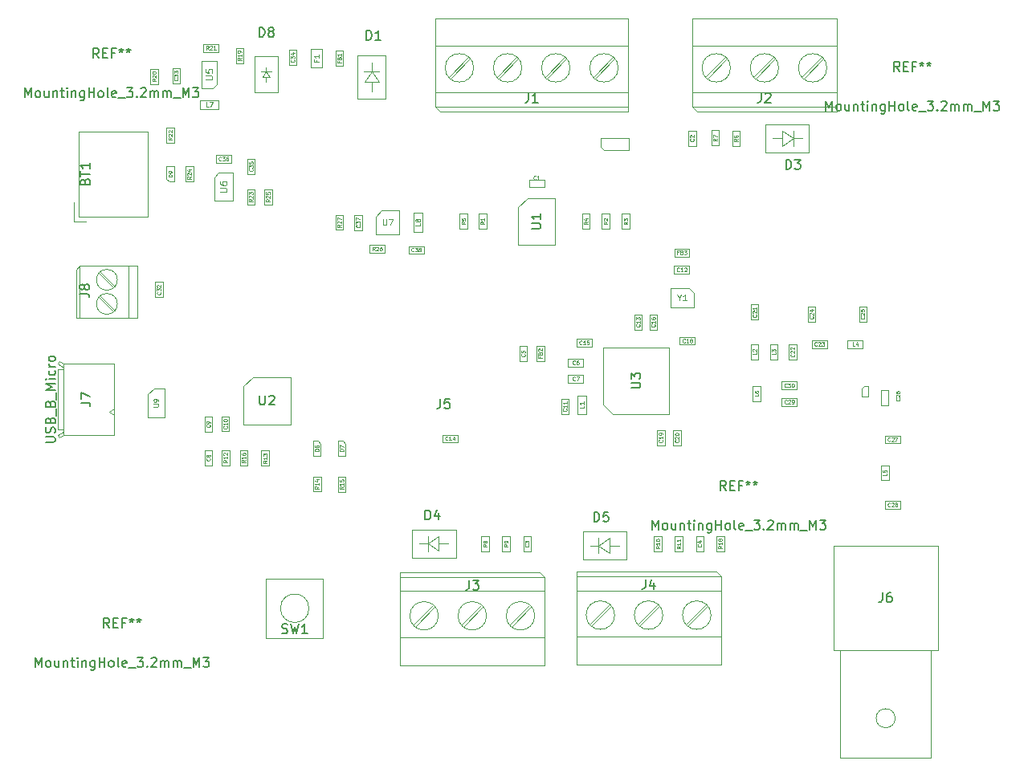
<source format=gbr>
%TF.GenerationSoftware,KiCad,Pcbnew,9.0.6*%
%TF.CreationDate,2025-12-23T13:53:17+01:00*%
%TF.ProjectId,demo wateranalyser,64656d6f-2077-4617-9465-72616e616c79,rev?*%
%TF.SameCoordinates,Original*%
%TF.FileFunction,AssemblyDrawing,Top*%
%FSLAX46Y46*%
G04 Gerber Fmt 4.6, Leading zero omitted, Abs format (unit mm)*
G04 Created by KiCad (PCBNEW 9.0.6) date 2025-12-23 13:53:17*
%MOMM*%
%LPD*%
G01*
G04 APERTURE LIST*
%ADD10C,0.150000*%
%ADD11C,0.060000*%
%ADD12C,0.080000*%
%ADD13C,0.090000*%
%ADD14C,0.110000*%
%ADD15C,0.075000*%
%ADD16C,0.100000*%
G04 APERTURE END LIST*
D10*
X123654819Y-62598809D02*
X124464342Y-62598809D01*
X124464342Y-62598809D02*
X124559580Y-62551190D01*
X124559580Y-62551190D02*
X124607200Y-62503571D01*
X124607200Y-62503571D02*
X124654819Y-62408333D01*
X124654819Y-62408333D02*
X124654819Y-62217857D01*
X124654819Y-62217857D02*
X124607200Y-62122619D01*
X124607200Y-62122619D02*
X124559580Y-62075000D01*
X124559580Y-62075000D02*
X124464342Y-62027381D01*
X124464342Y-62027381D02*
X123654819Y-62027381D01*
X124607200Y-61598809D02*
X124654819Y-61455952D01*
X124654819Y-61455952D02*
X124654819Y-61217857D01*
X124654819Y-61217857D02*
X124607200Y-61122619D01*
X124607200Y-61122619D02*
X124559580Y-61075000D01*
X124559580Y-61075000D02*
X124464342Y-61027381D01*
X124464342Y-61027381D02*
X124369104Y-61027381D01*
X124369104Y-61027381D02*
X124273866Y-61075000D01*
X124273866Y-61075000D02*
X124226247Y-61122619D01*
X124226247Y-61122619D02*
X124178628Y-61217857D01*
X124178628Y-61217857D02*
X124131009Y-61408333D01*
X124131009Y-61408333D02*
X124083390Y-61503571D01*
X124083390Y-61503571D02*
X124035771Y-61551190D01*
X124035771Y-61551190D02*
X123940533Y-61598809D01*
X123940533Y-61598809D02*
X123845295Y-61598809D01*
X123845295Y-61598809D02*
X123750057Y-61551190D01*
X123750057Y-61551190D02*
X123702438Y-61503571D01*
X123702438Y-61503571D02*
X123654819Y-61408333D01*
X123654819Y-61408333D02*
X123654819Y-61170238D01*
X123654819Y-61170238D02*
X123702438Y-61027381D01*
X124131009Y-60265476D02*
X124178628Y-60122619D01*
X124178628Y-60122619D02*
X124226247Y-60075000D01*
X124226247Y-60075000D02*
X124321485Y-60027381D01*
X124321485Y-60027381D02*
X124464342Y-60027381D01*
X124464342Y-60027381D02*
X124559580Y-60075000D01*
X124559580Y-60075000D02*
X124607200Y-60122619D01*
X124607200Y-60122619D02*
X124654819Y-60217857D01*
X124654819Y-60217857D02*
X124654819Y-60598809D01*
X124654819Y-60598809D02*
X123654819Y-60598809D01*
X123654819Y-60598809D02*
X123654819Y-60265476D01*
X123654819Y-60265476D02*
X123702438Y-60170238D01*
X123702438Y-60170238D02*
X123750057Y-60122619D01*
X123750057Y-60122619D02*
X123845295Y-60075000D01*
X123845295Y-60075000D02*
X123940533Y-60075000D01*
X123940533Y-60075000D02*
X124035771Y-60122619D01*
X124035771Y-60122619D02*
X124083390Y-60170238D01*
X124083390Y-60170238D02*
X124131009Y-60265476D01*
X124131009Y-60265476D02*
X124131009Y-60598809D01*
X124750057Y-59836905D02*
X124750057Y-59075000D01*
X124131009Y-58503571D02*
X124178628Y-58360714D01*
X124178628Y-58360714D02*
X124226247Y-58313095D01*
X124226247Y-58313095D02*
X124321485Y-58265476D01*
X124321485Y-58265476D02*
X124464342Y-58265476D01*
X124464342Y-58265476D02*
X124559580Y-58313095D01*
X124559580Y-58313095D02*
X124607200Y-58360714D01*
X124607200Y-58360714D02*
X124654819Y-58455952D01*
X124654819Y-58455952D02*
X124654819Y-58836904D01*
X124654819Y-58836904D02*
X123654819Y-58836904D01*
X123654819Y-58836904D02*
X123654819Y-58503571D01*
X123654819Y-58503571D02*
X123702438Y-58408333D01*
X123702438Y-58408333D02*
X123750057Y-58360714D01*
X123750057Y-58360714D02*
X123845295Y-58313095D01*
X123845295Y-58313095D02*
X123940533Y-58313095D01*
X123940533Y-58313095D02*
X124035771Y-58360714D01*
X124035771Y-58360714D02*
X124083390Y-58408333D01*
X124083390Y-58408333D02*
X124131009Y-58503571D01*
X124131009Y-58503571D02*
X124131009Y-58836904D01*
X124750057Y-58075000D02*
X124750057Y-57313095D01*
X124654819Y-57074999D02*
X123654819Y-57074999D01*
X123654819Y-57074999D02*
X124369104Y-56741666D01*
X124369104Y-56741666D02*
X123654819Y-56408333D01*
X123654819Y-56408333D02*
X124654819Y-56408333D01*
X124654819Y-55932142D02*
X123988152Y-55932142D01*
X123654819Y-55932142D02*
X123702438Y-55979761D01*
X123702438Y-55979761D02*
X123750057Y-55932142D01*
X123750057Y-55932142D02*
X123702438Y-55884523D01*
X123702438Y-55884523D02*
X123654819Y-55932142D01*
X123654819Y-55932142D02*
X123750057Y-55932142D01*
X124607200Y-55027381D02*
X124654819Y-55122619D01*
X124654819Y-55122619D02*
X124654819Y-55313095D01*
X124654819Y-55313095D02*
X124607200Y-55408333D01*
X124607200Y-55408333D02*
X124559580Y-55455952D01*
X124559580Y-55455952D02*
X124464342Y-55503571D01*
X124464342Y-55503571D02*
X124178628Y-55503571D01*
X124178628Y-55503571D02*
X124083390Y-55455952D01*
X124083390Y-55455952D02*
X124035771Y-55408333D01*
X124035771Y-55408333D02*
X123988152Y-55313095D01*
X123988152Y-55313095D02*
X123988152Y-55122619D01*
X123988152Y-55122619D02*
X124035771Y-55027381D01*
X124654819Y-54598809D02*
X123988152Y-54598809D01*
X124178628Y-54598809D02*
X124083390Y-54551190D01*
X124083390Y-54551190D02*
X124035771Y-54503571D01*
X124035771Y-54503571D02*
X123988152Y-54408333D01*
X123988152Y-54408333D02*
X123988152Y-54313095D01*
X124654819Y-53836904D02*
X124607200Y-53932142D01*
X124607200Y-53932142D02*
X124559580Y-53979761D01*
X124559580Y-53979761D02*
X124464342Y-54027380D01*
X124464342Y-54027380D02*
X124178628Y-54027380D01*
X124178628Y-54027380D02*
X124083390Y-53979761D01*
X124083390Y-53979761D02*
X124035771Y-53932142D01*
X124035771Y-53932142D02*
X123988152Y-53836904D01*
X123988152Y-53836904D02*
X123988152Y-53694047D01*
X123988152Y-53694047D02*
X124035771Y-53598809D01*
X124035771Y-53598809D02*
X124083390Y-53551190D01*
X124083390Y-53551190D02*
X124178628Y-53503571D01*
X124178628Y-53503571D02*
X124464342Y-53503571D01*
X124464342Y-53503571D02*
X124559580Y-53551190D01*
X124559580Y-53551190D02*
X124607200Y-53598809D01*
X124607200Y-53598809D02*
X124654819Y-53694047D01*
X124654819Y-53694047D02*
X124654819Y-53836904D01*
X127354819Y-58408333D02*
X128069104Y-58408333D01*
X128069104Y-58408333D02*
X128211961Y-58455952D01*
X128211961Y-58455952D02*
X128307200Y-58551190D01*
X128307200Y-58551190D02*
X128354819Y-58694047D01*
X128354819Y-58694047D02*
X128354819Y-58789285D01*
X127354819Y-58027380D02*
X127354819Y-57360714D01*
X127354819Y-57360714D02*
X128354819Y-57789285D01*
X187580952Y-71804819D02*
X187580952Y-70804819D01*
X187580952Y-70804819D02*
X187914285Y-71519104D01*
X187914285Y-71519104D02*
X188247618Y-70804819D01*
X188247618Y-70804819D02*
X188247618Y-71804819D01*
X188866666Y-71804819D02*
X188771428Y-71757200D01*
X188771428Y-71757200D02*
X188723809Y-71709580D01*
X188723809Y-71709580D02*
X188676190Y-71614342D01*
X188676190Y-71614342D02*
X188676190Y-71328628D01*
X188676190Y-71328628D02*
X188723809Y-71233390D01*
X188723809Y-71233390D02*
X188771428Y-71185771D01*
X188771428Y-71185771D02*
X188866666Y-71138152D01*
X188866666Y-71138152D02*
X189009523Y-71138152D01*
X189009523Y-71138152D02*
X189104761Y-71185771D01*
X189104761Y-71185771D02*
X189152380Y-71233390D01*
X189152380Y-71233390D02*
X189199999Y-71328628D01*
X189199999Y-71328628D02*
X189199999Y-71614342D01*
X189199999Y-71614342D02*
X189152380Y-71709580D01*
X189152380Y-71709580D02*
X189104761Y-71757200D01*
X189104761Y-71757200D02*
X189009523Y-71804819D01*
X189009523Y-71804819D02*
X188866666Y-71804819D01*
X190057142Y-71138152D02*
X190057142Y-71804819D01*
X189628571Y-71138152D02*
X189628571Y-71661961D01*
X189628571Y-71661961D02*
X189676190Y-71757200D01*
X189676190Y-71757200D02*
X189771428Y-71804819D01*
X189771428Y-71804819D02*
X189914285Y-71804819D01*
X189914285Y-71804819D02*
X190009523Y-71757200D01*
X190009523Y-71757200D02*
X190057142Y-71709580D01*
X190533333Y-71138152D02*
X190533333Y-71804819D01*
X190533333Y-71233390D02*
X190580952Y-71185771D01*
X190580952Y-71185771D02*
X190676190Y-71138152D01*
X190676190Y-71138152D02*
X190819047Y-71138152D01*
X190819047Y-71138152D02*
X190914285Y-71185771D01*
X190914285Y-71185771D02*
X190961904Y-71281009D01*
X190961904Y-71281009D02*
X190961904Y-71804819D01*
X191295238Y-71138152D02*
X191676190Y-71138152D01*
X191438095Y-70804819D02*
X191438095Y-71661961D01*
X191438095Y-71661961D02*
X191485714Y-71757200D01*
X191485714Y-71757200D02*
X191580952Y-71804819D01*
X191580952Y-71804819D02*
X191676190Y-71804819D01*
X192009524Y-71804819D02*
X192009524Y-71138152D01*
X192009524Y-70804819D02*
X191961905Y-70852438D01*
X191961905Y-70852438D02*
X192009524Y-70900057D01*
X192009524Y-70900057D02*
X192057143Y-70852438D01*
X192057143Y-70852438D02*
X192009524Y-70804819D01*
X192009524Y-70804819D02*
X192009524Y-70900057D01*
X192485714Y-71138152D02*
X192485714Y-71804819D01*
X192485714Y-71233390D02*
X192533333Y-71185771D01*
X192533333Y-71185771D02*
X192628571Y-71138152D01*
X192628571Y-71138152D02*
X192771428Y-71138152D01*
X192771428Y-71138152D02*
X192866666Y-71185771D01*
X192866666Y-71185771D02*
X192914285Y-71281009D01*
X192914285Y-71281009D02*
X192914285Y-71804819D01*
X193819047Y-71138152D02*
X193819047Y-71947676D01*
X193819047Y-71947676D02*
X193771428Y-72042914D01*
X193771428Y-72042914D02*
X193723809Y-72090533D01*
X193723809Y-72090533D02*
X193628571Y-72138152D01*
X193628571Y-72138152D02*
X193485714Y-72138152D01*
X193485714Y-72138152D02*
X193390476Y-72090533D01*
X193819047Y-71757200D02*
X193723809Y-71804819D01*
X193723809Y-71804819D02*
X193533333Y-71804819D01*
X193533333Y-71804819D02*
X193438095Y-71757200D01*
X193438095Y-71757200D02*
X193390476Y-71709580D01*
X193390476Y-71709580D02*
X193342857Y-71614342D01*
X193342857Y-71614342D02*
X193342857Y-71328628D01*
X193342857Y-71328628D02*
X193390476Y-71233390D01*
X193390476Y-71233390D02*
X193438095Y-71185771D01*
X193438095Y-71185771D02*
X193533333Y-71138152D01*
X193533333Y-71138152D02*
X193723809Y-71138152D01*
X193723809Y-71138152D02*
X193819047Y-71185771D01*
X194295238Y-71804819D02*
X194295238Y-70804819D01*
X194295238Y-71281009D02*
X194866666Y-71281009D01*
X194866666Y-71804819D02*
X194866666Y-70804819D01*
X195485714Y-71804819D02*
X195390476Y-71757200D01*
X195390476Y-71757200D02*
X195342857Y-71709580D01*
X195342857Y-71709580D02*
X195295238Y-71614342D01*
X195295238Y-71614342D02*
X195295238Y-71328628D01*
X195295238Y-71328628D02*
X195342857Y-71233390D01*
X195342857Y-71233390D02*
X195390476Y-71185771D01*
X195390476Y-71185771D02*
X195485714Y-71138152D01*
X195485714Y-71138152D02*
X195628571Y-71138152D01*
X195628571Y-71138152D02*
X195723809Y-71185771D01*
X195723809Y-71185771D02*
X195771428Y-71233390D01*
X195771428Y-71233390D02*
X195819047Y-71328628D01*
X195819047Y-71328628D02*
X195819047Y-71614342D01*
X195819047Y-71614342D02*
X195771428Y-71709580D01*
X195771428Y-71709580D02*
X195723809Y-71757200D01*
X195723809Y-71757200D02*
X195628571Y-71804819D01*
X195628571Y-71804819D02*
X195485714Y-71804819D01*
X196390476Y-71804819D02*
X196295238Y-71757200D01*
X196295238Y-71757200D02*
X196247619Y-71661961D01*
X196247619Y-71661961D02*
X196247619Y-70804819D01*
X197152381Y-71757200D02*
X197057143Y-71804819D01*
X197057143Y-71804819D02*
X196866667Y-71804819D01*
X196866667Y-71804819D02*
X196771429Y-71757200D01*
X196771429Y-71757200D02*
X196723810Y-71661961D01*
X196723810Y-71661961D02*
X196723810Y-71281009D01*
X196723810Y-71281009D02*
X196771429Y-71185771D01*
X196771429Y-71185771D02*
X196866667Y-71138152D01*
X196866667Y-71138152D02*
X197057143Y-71138152D01*
X197057143Y-71138152D02*
X197152381Y-71185771D01*
X197152381Y-71185771D02*
X197200000Y-71281009D01*
X197200000Y-71281009D02*
X197200000Y-71376247D01*
X197200000Y-71376247D02*
X196723810Y-71471485D01*
X197390477Y-71900057D02*
X198152381Y-71900057D01*
X198295239Y-70804819D02*
X198914286Y-70804819D01*
X198914286Y-70804819D02*
X198580953Y-71185771D01*
X198580953Y-71185771D02*
X198723810Y-71185771D01*
X198723810Y-71185771D02*
X198819048Y-71233390D01*
X198819048Y-71233390D02*
X198866667Y-71281009D01*
X198866667Y-71281009D02*
X198914286Y-71376247D01*
X198914286Y-71376247D02*
X198914286Y-71614342D01*
X198914286Y-71614342D02*
X198866667Y-71709580D01*
X198866667Y-71709580D02*
X198819048Y-71757200D01*
X198819048Y-71757200D02*
X198723810Y-71804819D01*
X198723810Y-71804819D02*
X198438096Y-71804819D01*
X198438096Y-71804819D02*
X198342858Y-71757200D01*
X198342858Y-71757200D02*
X198295239Y-71709580D01*
X199342858Y-71709580D02*
X199390477Y-71757200D01*
X199390477Y-71757200D02*
X199342858Y-71804819D01*
X199342858Y-71804819D02*
X199295239Y-71757200D01*
X199295239Y-71757200D02*
X199342858Y-71709580D01*
X199342858Y-71709580D02*
X199342858Y-71804819D01*
X199771429Y-70900057D02*
X199819048Y-70852438D01*
X199819048Y-70852438D02*
X199914286Y-70804819D01*
X199914286Y-70804819D02*
X200152381Y-70804819D01*
X200152381Y-70804819D02*
X200247619Y-70852438D01*
X200247619Y-70852438D02*
X200295238Y-70900057D01*
X200295238Y-70900057D02*
X200342857Y-70995295D01*
X200342857Y-70995295D02*
X200342857Y-71090533D01*
X200342857Y-71090533D02*
X200295238Y-71233390D01*
X200295238Y-71233390D02*
X199723810Y-71804819D01*
X199723810Y-71804819D02*
X200342857Y-71804819D01*
X200771429Y-71804819D02*
X200771429Y-71138152D01*
X200771429Y-71233390D02*
X200819048Y-71185771D01*
X200819048Y-71185771D02*
X200914286Y-71138152D01*
X200914286Y-71138152D02*
X201057143Y-71138152D01*
X201057143Y-71138152D02*
X201152381Y-71185771D01*
X201152381Y-71185771D02*
X201200000Y-71281009D01*
X201200000Y-71281009D02*
X201200000Y-71804819D01*
X201200000Y-71281009D02*
X201247619Y-71185771D01*
X201247619Y-71185771D02*
X201342857Y-71138152D01*
X201342857Y-71138152D02*
X201485714Y-71138152D01*
X201485714Y-71138152D02*
X201580953Y-71185771D01*
X201580953Y-71185771D02*
X201628572Y-71281009D01*
X201628572Y-71281009D02*
X201628572Y-71804819D01*
X202104762Y-71804819D02*
X202104762Y-71138152D01*
X202104762Y-71233390D02*
X202152381Y-71185771D01*
X202152381Y-71185771D02*
X202247619Y-71138152D01*
X202247619Y-71138152D02*
X202390476Y-71138152D01*
X202390476Y-71138152D02*
X202485714Y-71185771D01*
X202485714Y-71185771D02*
X202533333Y-71281009D01*
X202533333Y-71281009D02*
X202533333Y-71804819D01*
X202533333Y-71281009D02*
X202580952Y-71185771D01*
X202580952Y-71185771D02*
X202676190Y-71138152D01*
X202676190Y-71138152D02*
X202819047Y-71138152D01*
X202819047Y-71138152D02*
X202914286Y-71185771D01*
X202914286Y-71185771D02*
X202961905Y-71281009D01*
X202961905Y-71281009D02*
X202961905Y-71804819D01*
X203200000Y-71900057D02*
X203961904Y-71900057D01*
X204200000Y-71804819D02*
X204200000Y-70804819D01*
X204200000Y-70804819D02*
X204533333Y-71519104D01*
X204533333Y-71519104D02*
X204866666Y-70804819D01*
X204866666Y-70804819D02*
X204866666Y-71804819D01*
X205247619Y-70804819D02*
X205866666Y-70804819D01*
X205866666Y-70804819D02*
X205533333Y-71185771D01*
X205533333Y-71185771D02*
X205676190Y-71185771D01*
X205676190Y-71185771D02*
X205771428Y-71233390D01*
X205771428Y-71233390D02*
X205819047Y-71281009D01*
X205819047Y-71281009D02*
X205866666Y-71376247D01*
X205866666Y-71376247D02*
X205866666Y-71614342D01*
X205866666Y-71614342D02*
X205819047Y-71709580D01*
X205819047Y-71709580D02*
X205771428Y-71757200D01*
X205771428Y-71757200D02*
X205676190Y-71804819D01*
X205676190Y-71804819D02*
X205390476Y-71804819D01*
X205390476Y-71804819D02*
X205295238Y-71757200D01*
X205295238Y-71757200D02*
X205247619Y-71709580D01*
X195366666Y-67654819D02*
X195033333Y-67178628D01*
X194795238Y-67654819D02*
X194795238Y-66654819D01*
X194795238Y-66654819D02*
X195176190Y-66654819D01*
X195176190Y-66654819D02*
X195271428Y-66702438D01*
X195271428Y-66702438D02*
X195319047Y-66750057D01*
X195319047Y-66750057D02*
X195366666Y-66845295D01*
X195366666Y-66845295D02*
X195366666Y-66988152D01*
X195366666Y-66988152D02*
X195319047Y-67083390D01*
X195319047Y-67083390D02*
X195271428Y-67131009D01*
X195271428Y-67131009D02*
X195176190Y-67178628D01*
X195176190Y-67178628D02*
X194795238Y-67178628D01*
X195795238Y-67131009D02*
X196128571Y-67131009D01*
X196271428Y-67654819D02*
X195795238Y-67654819D01*
X195795238Y-67654819D02*
X195795238Y-66654819D01*
X195795238Y-66654819D02*
X196271428Y-66654819D01*
X197033333Y-67131009D02*
X196700000Y-67131009D01*
X196700000Y-67654819D02*
X196700000Y-66654819D01*
X196700000Y-66654819D02*
X197176190Y-66654819D01*
X197700000Y-66654819D02*
X197700000Y-66892914D01*
X197461905Y-66797676D02*
X197700000Y-66892914D01*
X197700000Y-66892914D02*
X197938095Y-66797676D01*
X197557143Y-67083390D02*
X197700000Y-66892914D01*
X197700000Y-66892914D02*
X197842857Y-67083390D01*
X198461905Y-66654819D02*
X198461905Y-66892914D01*
X198223810Y-66797676D02*
X198461905Y-66892914D01*
X198461905Y-66892914D02*
X198700000Y-66797676D01*
X198319048Y-67083390D02*
X198461905Y-66892914D01*
X198461905Y-66892914D02*
X198604762Y-67083390D01*
D11*
X190379167Y-42572403D02*
X190245834Y-42572403D01*
X190245834Y-42781927D02*
X190245834Y-42381927D01*
X190245834Y-42381927D02*
X190436310Y-42381927D01*
X190722024Y-42572403D02*
X190779167Y-42591451D01*
X190779167Y-42591451D02*
X190798214Y-42610499D01*
X190798214Y-42610499D02*
X190817262Y-42648594D01*
X190817262Y-42648594D02*
X190817262Y-42705737D01*
X190817262Y-42705737D02*
X190798214Y-42743832D01*
X190798214Y-42743832D02*
X190779167Y-42762880D01*
X190779167Y-42762880D02*
X190741072Y-42781927D01*
X190741072Y-42781927D02*
X190588691Y-42781927D01*
X190588691Y-42781927D02*
X190588691Y-42381927D01*
X190588691Y-42381927D02*
X190722024Y-42381927D01*
X190722024Y-42381927D02*
X190760119Y-42400975D01*
X190760119Y-42400975D02*
X190779167Y-42420022D01*
X190779167Y-42420022D02*
X190798214Y-42458118D01*
X190798214Y-42458118D02*
X190798214Y-42496213D01*
X190798214Y-42496213D02*
X190779167Y-42534308D01*
X190779167Y-42534308D02*
X190760119Y-42553356D01*
X190760119Y-42553356D02*
X190722024Y-42572403D01*
X190722024Y-42572403D02*
X190588691Y-42572403D01*
X190950595Y-42381927D02*
X191198214Y-42381927D01*
X191198214Y-42381927D02*
X191064881Y-42534308D01*
X191064881Y-42534308D02*
X191122024Y-42534308D01*
X191122024Y-42534308D02*
X191160119Y-42553356D01*
X191160119Y-42553356D02*
X191179167Y-42572403D01*
X191179167Y-42572403D02*
X191198214Y-42610499D01*
X191198214Y-42610499D02*
X191198214Y-42705737D01*
X191198214Y-42705737D02*
X191179167Y-42743832D01*
X191179167Y-42743832D02*
X191160119Y-42762880D01*
X191160119Y-42762880D02*
X191122024Y-42781927D01*
X191122024Y-42781927D02*
X191007738Y-42781927D01*
X191007738Y-42781927D02*
X190969643Y-42762880D01*
X190969643Y-42762880D02*
X190950595Y-42743832D01*
D10*
X174546666Y-25754819D02*
X174546666Y-26469104D01*
X174546666Y-26469104D02*
X174499047Y-26611961D01*
X174499047Y-26611961D02*
X174403809Y-26707200D01*
X174403809Y-26707200D02*
X174260952Y-26754819D01*
X174260952Y-26754819D02*
X174165714Y-26754819D01*
X175546666Y-26754819D02*
X174975238Y-26754819D01*
X175260952Y-26754819D02*
X175260952Y-25754819D01*
X175260952Y-25754819D02*
X175165714Y-25897676D01*
X175165714Y-25897676D02*
X175070476Y-25992914D01*
X175070476Y-25992914D02*
X174975238Y-26040533D01*
D11*
X145481927Y-36957142D02*
X145291451Y-37090475D01*
X145481927Y-37185713D02*
X145081927Y-37185713D01*
X145081927Y-37185713D02*
X145081927Y-37033332D01*
X145081927Y-37033332D02*
X145100975Y-36995237D01*
X145100975Y-36995237D02*
X145120022Y-36976190D01*
X145120022Y-36976190D02*
X145158118Y-36957142D01*
X145158118Y-36957142D02*
X145215260Y-36957142D01*
X145215260Y-36957142D02*
X145253356Y-36976190D01*
X145253356Y-36976190D02*
X145272403Y-36995237D01*
X145272403Y-36995237D02*
X145291451Y-37033332D01*
X145291451Y-37033332D02*
X145291451Y-37185713D01*
X145120022Y-36804761D02*
X145100975Y-36785713D01*
X145100975Y-36785713D02*
X145081927Y-36747618D01*
X145081927Y-36747618D02*
X145081927Y-36652380D01*
X145081927Y-36652380D02*
X145100975Y-36614285D01*
X145100975Y-36614285D02*
X145120022Y-36595237D01*
X145120022Y-36595237D02*
X145158118Y-36576190D01*
X145158118Y-36576190D02*
X145196213Y-36576190D01*
X145196213Y-36576190D02*
X145253356Y-36595237D01*
X145253356Y-36595237D02*
X145481927Y-36823809D01*
X145481927Y-36823809D02*
X145481927Y-36576190D01*
X145081927Y-36442857D02*
X145081927Y-36195238D01*
X145081927Y-36195238D02*
X145234308Y-36328571D01*
X145234308Y-36328571D02*
X145234308Y-36271428D01*
X145234308Y-36271428D02*
X145253356Y-36233333D01*
X145253356Y-36233333D02*
X145272403Y-36214285D01*
X145272403Y-36214285D02*
X145310499Y-36195238D01*
X145310499Y-36195238D02*
X145405737Y-36195238D01*
X145405737Y-36195238D02*
X145443832Y-36214285D01*
X145443832Y-36214285D02*
X145462880Y-36233333D01*
X145462880Y-36233333D02*
X145481927Y-36271428D01*
X145481927Y-36271428D02*
X145481927Y-36385714D01*
X145481927Y-36385714D02*
X145462880Y-36423809D01*
X145462880Y-36423809D02*
X145443832Y-36442857D01*
D12*
X163127149Y-39483333D02*
X163127149Y-39721428D01*
X163127149Y-39721428D02*
X162627149Y-39721428D01*
X162841435Y-39245237D02*
X162817625Y-39292856D01*
X162817625Y-39292856D02*
X162793816Y-39316666D01*
X162793816Y-39316666D02*
X162746197Y-39340475D01*
X162746197Y-39340475D02*
X162722387Y-39340475D01*
X162722387Y-39340475D02*
X162674768Y-39316666D01*
X162674768Y-39316666D02*
X162650959Y-39292856D01*
X162650959Y-39292856D02*
X162627149Y-39245237D01*
X162627149Y-39245237D02*
X162627149Y-39149999D01*
X162627149Y-39149999D02*
X162650959Y-39102380D01*
X162650959Y-39102380D02*
X162674768Y-39078571D01*
X162674768Y-39078571D02*
X162722387Y-39054761D01*
X162722387Y-39054761D02*
X162746197Y-39054761D01*
X162746197Y-39054761D02*
X162793816Y-39078571D01*
X162793816Y-39078571D02*
X162817625Y-39102380D01*
X162817625Y-39102380D02*
X162841435Y-39149999D01*
X162841435Y-39149999D02*
X162841435Y-39245237D01*
X162841435Y-39245237D02*
X162865244Y-39292856D01*
X162865244Y-39292856D02*
X162889054Y-39316666D01*
X162889054Y-39316666D02*
X162936673Y-39340475D01*
X162936673Y-39340475D02*
X163031911Y-39340475D01*
X163031911Y-39340475D02*
X163079530Y-39316666D01*
X163079530Y-39316666D02*
X163103340Y-39292856D01*
X163103340Y-39292856D02*
X163127149Y-39245237D01*
X163127149Y-39245237D02*
X163127149Y-39149999D01*
X163127149Y-39149999D02*
X163103340Y-39102380D01*
X163103340Y-39102380D02*
X163079530Y-39078571D01*
X163079530Y-39078571D02*
X163031911Y-39054761D01*
X163031911Y-39054761D02*
X162936673Y-39054761D01*
X162936673Y-39054761D02*
X162889054Y-39078571D01*
X162889054Y-39078571D02*
X162865244Y-39102380D01*
X162865244Y-39102380D02*
X162841435Y-39149999D01*
D11*
X135743832Y-46757142D02*
X135762880Y-46776190D01*
X135762880Y-46776190D02*
X135781927Y-46833332D01*
X135781927Y-46833332D02*
X135781927Y-46871428D01*
X135781927Y-46871428D02*
X135762880Y-46928571D01*
X135762880Y-46928571D02*
X135724784Y-46966666D01*
X135724784Y-46966666D02*
X135686689Y-46985713D01*
X135686689Y-46985713D02*
X135610499Y-47004761D01*
X135610499Y-47004761D02*
X135553356Y-47004761D01*
X135553356Y-47004761D02*
X135477165Y-46985713D01*
X135477165Y-46985713D02*
X135439070Y-46966666D01*
X135439070Y-46966666D02*
X135400975Y-46928571D01*
X135400975Y-46928571D02*
X135381927Y-46871428D01*
X135381927Y-46871428D02*
X135381927Y-46833332D01*
X135381927Y-46833332D02*
X135400975Y-46776190D01*
X135400975Y-46776190D02*
X135420022Y-46757142D01*
X135381927Y-46623809D02*
X135381927Y-46376190D01*
X135381927Y-46376190D02*
X135534308Y-46509523D01*
X135534308Y-46509523D02*
X135534308Y-46452380D01*
X135534308Y-46452380D02*
X135553356Y-46414285D01*
X135553356Y-46414285D02*
X135572403Y-46395237D01*
X135572403Y-46395237D02*
X135610499Y-46376190D01*
X135610499Y-46376190D02*
X135705737Y-46376190D01*
X135705737Y-46376190D02*
X135743832Y-46395237D01*
X135743832Y-46395237D02*
X135762880Y-46414285D01*
X135762880Y-46414285D02*
X135781927Y-46452380D01*
X135781927Y-46452380D02*
X135781927Y-46566666D01*
X135781927Y-46566666D02*
X135762880Y-46604761D01*
X135762880Y-46604761D02*
X135743832Y-46623809D01*
X135420022Y-46223809D02*
X135400975Y-46204761D01*
X135400975Y-46204761D02*
X135381927Y-46166666D01*
X135381927Y-46166666D02*
X135381927Y-46071428D01*
X135381927Y-46071428D02*
X135400975Y-46033333D01*
X135400975Y-46033333D02*
X135420022Y-46014285D01*
X135420022Y-46014285D02*
X135458118Y-45995238D01*
X135458118Y-45995238D02*
X135496213Y-45995238D01*
X135496213Y-45995238D02*
X135553356Y-46014285D01*
X135553356Y-46014285D02*
X135781927Y-46242857D01*
X135781927Y-46242857D02*
X135781927Y-45995238D01*
X167881927Y-39341666D02*
X167691451Y-39474999D01*
X167881927Y-39570237D02*
X167481927Y-39570237D01*
X167481927Y-39570237D02*
X167481927Y-39417856D01*
X167481927Y-39417856D02*
X167500975Y-39379761D01*
X167500975Y-39379761D02*
X167520022Y-39360714D01*
X167520022Y-39360714D02*
X167558118Y-39341666D01*
X167558118Y-39341666D02*
X167615260Y-39341666D01*
X167615260Y-39341666D02*
X167653356Y-39360714D01*
X167653356Y-39360714D02*
X167672403Y-39379761D01*
X167672403Y-39379761D02*
X167691451Y-39417856D01*
X167691451Y-39417856D02*
X167691451Y-39570237D01*
X167481927Y-38979761D02*
X167481927Y-39170237D01*
X167481927Y-39170237D02*
X167672403Y-39189285D01*
X167672403Y-39189285D02*
X167653356Y-39170237D01*
X167653356Y-39170237D02*
X167634308Y-39132142D01*
X167634308Y-39132142D02*
X167634308Y-39036904D01*
X167634308Y-39036904D02*
X167653356Y-38998809D01*
X167653356Y-38998809D02*
X167672403Y-38979761D01*
X167672403Y-38979761D02*
X167710499Y-38960714D01*
X167710499Y-38960714D02*
X167805737Y-38960714D01*
X167805737Y-38960714D02*
X167843832Y-38979761D01*
X167843832Y-38979761D02*
X167862880Y-38998809D01*
X167862880Y-38998809D02*
X167881927Y-39036904D01*
X167881927Y-39036904D02*
X167881927Y-39132142D01*
X167881927Y-39132142D02*
X167862880Y-39170237D01*
X167862880Y-39170237D02*
X167843832Y-39189285D01*
X135281927Y-24257142D02*
X135091451Y-24390475D01*
X135281927Y-24485713D02*
X134881927Y-24485713D01*
X134881927Y-24485713D02*
X134881927Y-24333332D01*
X134881927Y-24333332D02*
X134900975Y-24295237D01*
X134900975Y-24295237D02*
X134920022Y-24276190D01*
X134920022Y-24276190D02*
X134958118Y-24257142D01*
X134958118Y-24257142D02*
X135015260Y-24257142D01*
X135015260Y-24257142D02*
X135053356Y-24276190D01*
X135053356Y-24276190D02*
X135072403Y-24295237D01*
X135072403Y-24295237D02*
X135091451Y-24333332D01*
X135091451Y-24333332D02*
X135091451Y-24485713D01*
X134920022Y-24104761D02*
X134900975Y-24085713D01*
X134900975Y-24085713D02*
X134881927Y-24047618D01*
X134881927Y-24047618D02*
X134881927Y-23952380D01*
X134881927Y-23952380D02*
X134900975Y-23914285D01*
X134900975Y-23914285D02*
X134920022Y-23895237D01*
X134920022Y-23895237D02*
X134958118Y-23876190D01*
X134958118Y-23876190D02*
X134996213Y-23876190D01*
X134996213Y-23876190D02*
X135053356Y-23895237D01*
X135053356Y-23895237D02*
X135281927Y-24123809D01*
X135281927Y-24123809D02*
X135281927Y-23876190D01*
X134881927Y-23628571D02*
X134881927Y-23590476D01*
X134881927Y-23590476D02*
X134900975Y-23552380D01*
X134900975Y-23552380D02*
X134920022Y-23533333D01*
X134920022Y-23533333D02*
X134958118Y-23514285D01*
X134958118Y-23514285D02*
X135034308Y-23495238D01*
X135034308Y-23495238D02*
X135129546Y-23495238D01*
X135129546Y-23495238D02*
X135205737Y-23514285D01*
X135205737Y-23514285D02*
X135243832Y-23533333D01*
X135243832Y-23533333D02*
X135262880Y-23552380D01*
X135262880Y-23552380D02*
X135281927Y-23590476D01*
X135281927Y-23590476D02*
X135281927Y-23628571D01*
X135281927Y-23628571D02*
X135262880Y-23666666D01*
X135262880Y-23666666D02*
X135243832Y-23685714D01*
X135243832Y-23685714D02*
X135205737Y-23704761D01*
X135205737Y-23704761D02*
X135129546Y-23723809D01*
X135129546Y-23723809D02*
X135034308Y-23723809D01*
X135034308Y-23723809D02*
X134958118Y-23704761D01*
X134958118Y-23704761D02*
X134920022Y-23685714D01*
X134920022Y-23685714D02*
X134900975Y-23666666D01*
X134900975Y-23666666D02*
X134881927Y-23628571D01*
X149843832Y-22257142D02*
X149862880Y-22276190D01*
X149862880Y-22276190D02*
X149881927Y-22333332D01*
X149881927Y-22333332D02*
X149881927Y-22371428D01*
X149881927Y-22371428D02*
X149862880Y-22428571D01*
X149862880Y-22428571D02*
X149824784Y-22466666D01*
X149824784Y-22466666D02*
X149786689Y-22485713D01*
X149786689Y-22485713D02*
X149710499Y-22504761D01*
X149710499Y-22504761D02*
X149653356Y-22504761D01*
X149653356Y-22504761D02*
X149577165Y-22485713D01*
X149577165Y-22485713D02*
X149539070Y-22466666D01*
X149539070Y-22466666D02*
X149500975Y-22428571D01*
X149500975Y-22428571D02*
X149481927Y-22371428D01*
X149481927Y-22371428D02*
X149481927Y-22333332D01*
X149481927Y-22333332D02*
X149500975Y-22276190D01*
X149500975Y-22276190D02*
X149520022Y-22257142D01*
X149481927Y-22123809D02*
X149481927Y-21876190D01*
X149481927Y-21876190D02*
X149634308Y-22009523D01*
X149634308Y-22009523D02*
X149634308Y-21952380D01*
X149634308Y-21952380D02*
X149653356Y-21914285D01*
X149653356Y-21914285D02*
X149672403Y-21895237D01*
X149672403Y-21895237D02*
X149710499Y-21876190D01*
X149710499Y-21876190D02*
X149805737Y-21876190D01*
X149805737Y-21876190D02*
X149843832Y-21895237D01*
X149843832Y-21895237D02*
X149862880Y-21914285D01*
X149862880Y-21914285D02*
X149881927Y-21952380D01*
X149881927Y-21952380D02*
X149881927Y-22066666D01*
X149881927Y-22066666D02*
X149862880Y-22104761D01*
X149862880Y-22104761D02*
X149843832Y-22123809D01*
X149615260Y-21533333D02*
X149881927Y-21533333D01*
X149462880Y-21628571D02*
X149748594Y-21723809D01*
X149748594Y-21723809D02*
X149748594Y-21476190D01*
X155031927Y-67282142D02*
X154841451Y-67415475D01*
X155031927Y-67510713D02*
X154631927Y-67510713D01*
X154631927Y-67510713D02*
X154631927Y-67358332D01*
X154631927Y-67358332D02*
X154650975Y-67320237D01*
X154650975Y-67320237D02*
X154670022Y-67301190D01*
X154670022Y-67301190D02*
X154708118Y-67282142D01*
X154708118Y-67282142D02*
X154765260Y-67282142D01*
X154765260Y-67282142D02*
X154803356Y-67301190D01*
X154803356Y-67301190D02*
X154822403Y-67320237D01*
X154822403Y-67320237D02*
X154841451Y-67358332D01*
X154841451Y-67358332D02*
X154841451Y-67510713D01*
X155031927Y-66901190D02*
X155031927Y-67129761D01*
X155031927Y-67015475D02*
X154631927Y-67015475D01*
X154631927Y-67015475D02*
X154689070Y-67053571D01*
X154689070Y-67053571D02*
X154727165Y-67091666D01*
X154727165Y-67091666D02*
X154746213Y-67129761D01*
X154631927Y-66539285D02*
X154631927Y-66729761D01*
X154631927Y-66729761D02*
X154822403Y-66748809D01*
X154822403Y-66748809D02*
X154803356Y-66729761D01*
X154803356Y-66729761D02*
X154784308Y-66691666D01*
X154784308Y-66691666D02*
X154784308Y-66596428D01*
X154784308Y-66596428D02*
X154803356Y-66558333D01*
X154803356Y-66558333D02*
X154822403Y-66539285D01*
X154822403Y-66539285D02*
X154860499Y-66520238D01*
X154860499Y-66520238D02*
X154955737Y-66520238D01*
X154955737Y-66520238D02*
X154993832Y-66539285D01*
X154993832Y-66539285D02*
X155012880Y-66558333D01*
X155012880Y-66558333D02*
X155031927Y-66596428D01*
X155031927Y-66596428D02*
X155031927Y-66691666D01*
X155031927Y-66691666D02*
X155012880Y-66729761D01*
X155012880Y-66729761D02*
X154993832Y-66748809D01*
X138981927Y-34557142D02*
X138791451Y-34690475D01*
X138981927Y-34785713D02*
X138581927Y-34785713D01*
X138581927Y-34785713D02*
X138581927Y-34633332D01*
X138581927Y-34633332D02*
X138600975Y-34595237D01*
X138600975Y-34595237D02*
X138620022Y-34576190D01*
X138620022Y-34576190D02*
X138658118Y-34557142D01*
X138658118Y-34557142D02*
X138715260Y-34557142D01*
X138715260Y-34557142D02*
X138753356Y-34576190D01*
X138753356Y-34576190D02*
X138772403Y-34595237D01*
X138772403Y-34595237D02*
X138791451Y-34633332D01*
X138791451Y-34633332D02*
X138791451Y-34785713D01*
X138620022Y-34404761D02*
X138600975Y-34385713D01*
X138600975Y-34385713D02*
X138581927Y-34347618D01*
X138581927Y-34347618D02*
X138581927Y-34252380D01*
X138581927Y-34252380D02*
X138600975Y-34214285D01*
X138600975Y-34214285D02*
X138620022Y-34195237D01*
X138620022Y-34195237D02*
X138658118Y-34176190D01*
X138658118Y-34176190D02*
X138696213Y-34176190D01*
X138696213Y-34176190D02*
X138753356Y-34195237D01*
X138753356Y-34195237D02*
X138981927Y-34423809D01*
X138981927Y-34423809D02*
X138981927Y-34176190D01*
X138715260Y-33833333D02*
X138981927Y-33833333D01*
X138562880Y-33928571D02*
X138848594Y-34023809D01*
X138848594Y-34023809D02*
X138848594Y-33776190D01*
X179458333Y-54343832D02*
X179439285Y-54362880D01*
X179439285Y-54362880D02*
X179382143Y-54381927D01*
X179382143Y-54381927D02*
X179344047Y-54381927D01*
X179344047Y-54381927D02*
X179286904Y-54362880D01*
X179286904Y-54362880D02*
X179248809Y-54324784D01*
X179248809Y-54324784D02*
X179229762Y-54286689D01*
X179229762Y-54286689D02*
X179210714Y-54210499D01*
X179210714Y-54210499D02*
X179210714Y-54153356D01*
X179210714Y-54153356D02*
X179229762Y-54077165D01*
X179229762Y-54077165D02*
X179248809Y-54039070D01*
X179248809Y-54039070D02*
X179286904Y-54000975D01*
X179286904Y-54000975D02*
X179344047Y-53981927D01*
X179344047Y-53981927D02*
X179382143Y-53981927D01*
X179382143Y-53981927D02*
X179439285Y-54000975D01*
X179439285Y-54000975D02*
X179458333Y-54020022D01*
X179801190Y-53981927D02*
X179725000Y-53981927D01*
X179725000Y-53981927D02*
X179686904Y-54000975D01*
X179686904Y-54000975D02*
X179667857Y-54020022D01*
X179667857Y-54020022D02*
X179629762Y-54077165D01*
X179629762Y-54077165D02*
X179610714Y-54153356D01*
X179610714Y-54153356D02*
X179610714Y-54305737D01*
X179610714Y-54305737D02*
X179629762Y-54343832D01*
X179629762Y-54343832D02*
X179648809Y-54362880D01*
X179648809Y-54362880D02*
X179686904Y-54381927D01*
X179686904Y-54381927D02*
X179763095Y-54381927D01*
X179763095Y-54381927D02*
X179801190Y-54362880D01*
X179801190Y-54362880D02*
X179820238Y-54343832D01*
X179820238Y-54343832D02*
X179839285Y-54305737D01*
X179839285Y-54305737D02*
X179839285Y-54210499D01*
X179839285Y-54210499D02*
X179820238Y-54172403D01*
X179820238Y-54172403D02*
X179801190Y-54153356D01*
X179801190Y-54153356D02*
X179763095Y-54134308D01*
X179763095Y-54134308D02*
X179686904Y-54134308D01*
X179686904Y-54134308D02*
X179648809Y-54153356D01*
X179648809Y-54153356D02*
X179629762Y-54172403D01*
X179629762Y-54172403D02*
X179610714Y-54210499D01*
D12*
X140816666Y-27227149D02*
X140578571Y-27227149D01*
X140578571Y-27227149D02*
X140578571Y-26727149D01*
X140935714Y-26727149D02*
X141269047Y-26727149D01*
X141269047Y-26727149D02*
X141054762Y-27227149D01*
D10*
X168286666Y-77154819D02*
X168286666Y-77869104D01*
X168286666Y-77869104D02*
X168239047Y-78011961D01*
X168239047Y-78011961D02*
X168143809Y-78107200D01*
X168143809Y-78107200D02*
X168000952Y-78154819D01*
X168000952Y-78154819D02*
X167905714Y-78154819D01*
X168667619Y-77154819D02*
X169286666Y-77154819D01*
X169286666Y-77154819D02*
X168953333Y-77535771D01*
X168953333Y-77535771D02*
X169096190Y-77535771D01*
X169096190Y-77535771D02*
X169191428Y-77583390D01*
X169191428Y-77583390D02*
X169239047Y-77631009D01*
X169239047Y-77631009D02*
X169286666Y-77726247D01*
X169286666Y-77726247D02*
X169286666Y-77964342D01*
X169286666Y-77964342D02*
X169239047Y-78059580D01*
X169239047Y-78059580D02*
X169191428Y-78107200D01*
X169191428Y-78107200D02*
X169096190Y-78154819D01*
X169096190Y-78154819D02*
X168810476Y-78154819D01*
X168810476Y-78154819D02*
X168715238Y-78107200D01*
X168715238Y-78107200D02*
X168667619Y-78059580D01*
D12*
X180427149Y-58745833D02*
X180427149Y-58983928D01*
X180427149Y-58983928D02*
X179927149Y-58983928D01*
X180427149Y-58317261D02*
X180427149Y-58602975D01*
X180427149Y-58460118D02*
X179927149Y-58460118D01*
X179927149Y-58460118D02*
X179998578Y-58507737D01*
X179998578Y-58507737D02*
X180046197Y-58555356D01*
X180046197Y-58555356D02*
X180070006Y-58602975D01*
D10*
X127781009Y-35085714D02*
X127828628Y-34942857D01*
X127828628Y-34942857D02*
X127876247Y-34895238D01*
X127876247Y-34895238D02*
X127971485Y-34847619D01*
X127971485Y-34847619D02*
X128114342Y-34847619D01*
X128114342Y-34847619D02*
X128209580Y-34895238D01*
X128209580Y-34895238D02*
X128257200Y-34942857D01*
X128257200Y-34942857D02*
X128304819Y-35038095D01*
X128304819Y-35038095D02*
X128304819Y-35419047D01*
X128304819Y-35419047D02*
X127304819Y-35419047D01*
X127304819Y-35419047D02*
X127304819Y-35085714D01*
X127304819Y-35085714D02*
X127352438Y-34990476D01*
X127352438Y-34990476D02*
X127400057Y-34942857D01*
X127400057Y-34942857D02*
X127495295Y-34895238D01*
X127495295Y-34895238D02*
X127590533Y-34895238D01*
X127590533Y-34895238D02*
X127685771Y-34942857D01*
X127685771Y-34942857D02*
X127733390Y-34990476D01*
X127733390Y-34990476D02*
X127781009Y-35085714D01*
X127781009Y-35085714D02*
X127781009Y-35419047D01*
X127304819Y-34561904D02*
X127304819Y-33990476D01*
X128304819Y-34276190D02*
X127304819Y-34276190D01*
X128304819Y-33133333D02*
X128304819Y-33704761D01*
X128304819Y-33419047D02*
X127304819Y-33419047D01*
X127304819Y-33419047D02*
X127447676Y-33514285D01*
X127447676Y-33514285D02*
X127542914Y-33609523D01*
X127542914Y-33609523D02*
X127590533Y-33704761D01*
D11*
X154781927Y-39657142D02*
X154591451Y-39790475D01*
X154781927Y-39885713D02*
X154381927Y-39885713D01*
X154381927Y-39885713D02*
X154381927Y-39733332D01*
X154381927Y-39733332D02*
X154400975Y-39695237D01*
X154400975Y-39695237D02*
X154420022Y-39676190D01*
X154420022Y-39676190D02*
X154458118Y-39657142D01*
X154458118Y-39657142D02*
X154515260Y-39657142D01*
X154515260Y-39657142D02*
X154553356Y-39676190D01*
X154553356Y-39676190D02*
X154572403Y-39695237D01*
X154572403Y-39695237D02*
X154591451Y-39733332D01*
X154591451Y-39733332D02*
X154591451Y-39885713D01*
X154420022Y-39504761D02*
X154400975Y-39485713D01*
X154400975Y-39485713D02*
X154381927Y-39447618D01*
X154381927Y-39447618D02*
X154381927Y-39352380D01*
X154381927Y-39352380D02*
X154400975Y-39314285D01*
X154400975Y-39314285D02*
X154420022Y-39295237D01*
X154420022Y-39295237D02*
X154458118Y-39276190D01*
X154458118Y-39276190D02*
X154496213Y-39276190D01*
X154496213Y-39276190D02*
X154553356Y-39295237D01*
X154553356Y-39295237D02*
X154781927Y-39523809D01*
X154781927Y-39523809D02*
X154781927Y-39276190D01*
X154381927Y-39142857D02*
X154381927Y-38876190D01*
X154381927Y-38876190D02*
X154781927Y-39047619D01*
X155031927Y-63520237D02*
X154631927Y-63520237D01*
X154631927Y-63520237D02*
X154631927Y-63424999D01*
X154631927Y-63424999D02*
X154650975Y-63367856D01*
X154650975Y-63367856D02*
X154689070Y-63329761D01*
X154689070Y-63329761D02*
X154727165Y-63310714D01*
X154727165Y-63310714D02*
X154803356Y-63291666D01*
X154803356Y-63291666D02*
X154860499Y-63291666D01*
X154860499Y-63291666D02*
X154936689Y-63310714D01*
X154936689Y-63310714D02*
X154974784Y-63329761D01*
X154974784Y-63329761D02*
X155012880Y-63367856D01*
X155012880Y-63367856D02*
X155031927Y-63424999D01*
X155031927Y-63424999D02*
X155031927Y-63520237D01*
X154631927Y-63158333D02*
X154631927Y-62891666D01*
X154631927Y-62891666D02*
X155031927Y-63063095D01*
X192743832Y-73366666D02*
X192762880Y-73385714D01*
X192762880Y-73385714D02*
X192781927Y-73442856D01*
X192781927Y-73442856D02*
X192781927Y-73480952D01*
X192781927Y-73480952D02*
X192762880Y-73538095D01*
X192762880Y-73538095D02*
X192724784Y-73576190D01*
X192724784Y-73576190D02*
X192686689Y-73595237D01*
X192686689Y-73595237D02*
X192610499Y-73614285D01*
X192610499Y-73614285D02*
X192553356Y-73614285D01*
X192553356Y-73614285D02*
X192477165Y-73595237D01*
X192477165Y-73595237D02*
X192439070Y-73576190D01*
X192439070Y-73576190D02*
X192400975Y-73538095D01*
X192400975Y-73538095D02*
X192381927Y-73480952D01*
X192381927Y-73480952D02*
X192381927Y-73442856D01*
X192381927Y-73442856D02*
X192400975Y-73385714D01*
X192400975Y-73385714D02*
X192420022Y-73366666D01*
X192515260Y-73023809D02*
X192781927Y-73023809D01*
X192362880Y-73119047D02*
X192648594Y-73214285D01*
X192648594Y-73214285D02*
X192648594Y-72966666D01*
X166012857Y-62343832D02*
X165993809Y-62362880D01*
X165993809Y-62362880D02*
X165936667Y-62381927D01*
X165936667Y-62381927D02*
X165898571Y-62381927D01*
X165898571Y-62381927D02*
X165841428Y-62362880D01*
X165841428Y-62362880D02*
X165803333Y-62324784D01*
X165803333Y-62324784D02*
X165784286Y-62286689D01*
X165784286Y-62286689D02*
X165765238Y-62210499D01*
X165765238Y-62210499D02*
X165765238Y-62153356D01*
X165765238Y-62153356D02*
X165784286Y-62077165D01*
X165784286Y-62077165D02*
X165803333Y-62039070D01*
X165803333Y-62039070D02*
X165841428Y-62000975D01*
X165841428Y-62000975D02*
X165898571Y-61981927D01*
X165898571Y-61981927D02*
X165936667Y-61981927D01*
X165936667Y-61981927D02*
X165993809Y-62000975D01*
X165993809Y-62000975D02*
X166012857Y-62020022D01*
X166393809Y-62381927D02*
X166165238Y-62381927D01*
X166279524Y-62381927D02*
X166279524Y-61981927D01*
X166279524Y-61981927D02*
X166241428Y-62039070D01*
X166241428Y-62039070D02*
X166203333Y-62077165D01*
X166203333Y-62077165D02*
X166165238Y-62096213D01*
X166736666Y-62115260D02*
X166736666Y-62381927D01*
X166641428Y-61962880D02*
X166546190Y-62248594D01*
X166546190Y-62248594D02*
X166793809Y-62248594D01*
D10*
X122580952Y-86304819D02*
X122580952Y-85304819D01*
X122580952Y-85304819D02*
X122914285Y-86019104D01*
X122914285Y-86019104D02*
X123247618Y-85304819D01*
X123247618Y-85304819D02*
X123247618Y-86304819D01*
X123866666Y-86304819D02*
X123771428Y-86257200D01*
X123771428Y-86257200D02*
X123723809Y-86209580D01*
X123723809Y-86209580D02*
X123676190Y-86114342D01*
X123676190Y-86114342D02*
X123676190Y-85828628D01*
X123676190Y-85828628D02*
X123723809Y-85733390D01*
X123723809Y-85733390D02*
X123771428Y-85685771D01*
X123771428Y-85685771D02*
X123866666Y-85638152D01*
X123866666Y-85638152D02*
X124009523Y-85638152D01*
X124009523Y-85638152D02*
X124104761Y-85685771D01*
X124104761Y-85685771D02*
X124152380Y-85733390D01*
X124152380Y-85733390D02*
X124199999Y-85828628D01*
X124199999Y-85828628D02*
X124199999Y-86114342D01*
X124199999Y-86114342D02*
X124152380Y-86209580D01*
X124152380Y-86209580D02*
X124104761Y-86257200D01*
X124104761Y-86257200D02*
X124009523Y-86304819D01*
X124009523Y-86304819D02*
X123866666Y-86304819D01*
X125057142Y-85638152D02*
X125057142Y-86304819D01*
X124628571Y-85638152D02*
X124628571Y-86161961D01*
X124628571Y-86161961D02*
X124676190Y-86257200D01*
X124676190Y-86257200D02*
X124771428Y-86304819D01*
X124771428Y-86304819D02*
X124914285Y-86304819D01*
X124914285Y-86304819D02*
X125009523Y-86257200D01*
X125009523Y-86257200D02*
X125057142Y-86209580D01*
X125533333Y-85638152D02*
X125533333Y-86304819D01*
X125533333Y-85733390D02*
X125580952Y-85685771D01*
X125580952Y-85685771D02*
X125676190Y-85638152D01*
X125676190Y-85638152D02*
X125819047Y-85638152D01*
X125819047Y-85638152D02*
X125914285Y-85685771D01*
X125914285Y-85685771D02*
X125961904Y-85781009D01*
X125961904Y-85781009D02*
X125961904Y-86304819D01*
X126295238Y-85638152D02*
X126676190Y-85638152D01*
X126438095Y-85304819D02*
X126438095Y-86161961D01*
X126438095Y-86161961D02*
X126485714Y-86257200D01*
X126485714Y-86257200D02*
X126580952Y-86304819D01*
X126580952Y-86304819D02*
X126676190Y-86304819D01*
X127009524Y-86304819D02*
X127009524Y-85638152D01*
X127009524Y-85304819D02*
X126961905Y-85352438D01*
X126961905Y-85352438D02*
X127009524Y-85400057D01*
X127009524Y-85400057D02*
X127057143Y-85352438D01*
X127057143Y-85352438D02*
X127009524Y-85304819D01*
X127009524Y-85304819D02*
X127009524Y-85400057D01*
X127485714Y-85638152D02*
X127485714Y-86304819D01*
X127485714Y-85733390D02*
X127533333Y-85685771D01*
X127533333Y-85685771D02*
X127628571Y-85638152D01*
X127628571Y-85638152D02*
X127771428Y-85638152D01*
X127771428Y-85638152D02*
X127866666Y-85685771D01*
X127866666Y-85685771D02*
X127914285Y-85781009D01*
X127914285Y-85781009D02*
X127914285Y-86304819D01*
X128819047Y-85638152D02*
X128819047Y-86447676D01*
X128819047Y-86447676D02*
X128771428Y-86542914D01*
X128771428Y-86542914D02*
X128723809Y-86590533D01*
X128723809Y-86590533D02*
X128628571Y-86638152D01*
X128628571Y-86638152D02*
X128485714Y-86638152D01*
X128485714Y-86638152D02*
X128390476Y-86590533D01*
X128819047Y-86257200D02*
X128723809Y-86304819D01*
X128723809Y-86304819D02*
X128533333Y-86304819D01*
X128533333Y-86304819D02*
X128438095Y-86257200D01*
X128438095Y-86257200D02*
X128390476Y-86209580D01*
X128390476Y-86209580D02*
X128342857Y-86114342D01*
X128342857Y-86114342D02*
X128342857Y-85828628D01*
X128342857Y-85828628D02*
X128390476Y-85733390D01*
X128390476Y-85733390D02*
X128438095Y-85685771D01*
X128438095Y-85685771D02*
X128533333Y-85638152D01*
X128533333Y-85638152D02*
X128723809Y-85638152D01*
X128723809Y-85638152D02*
X128819047Y-85685771D01*
X129295238Y-86304819D02*
X129295238Y-85304819D01*
X129295238Y-85781009D02*
X129866666Y-85781009D01*
X129866666Y-86304819D02*
X129866666Y-85304819D01*
X130485714Y-86304819D02*
X130390476Y-86257200D01*
X130390476Y-86257200D02*
X130342857Y-86209580D01*
X130342857Y-86209580D02*
X130295238Y-86114342D01*
X130295238Y-86114342D02*
X130295238Y-85828628D01*
X130295238Y-85828628D02*
X130342857Y-85733390D01*
X130342857Y-85733390D02*
X130390476Y-85685771D01*
X130390476Y-85685771D02*
X130485714Y-85638152D01*
X130485714Y-85638152D02*
X130628571Y-85638152D01*
X130628571Y-85638152D02*
X130723809Y-85685771D01*
X130723809Y-85685771D02*
X130771428Y-85733390D01*
X130771428Y-85733390D02*
X130819047Y-85828628D01*
X130819047Y-85828628D02*
X130819047Y-86114342D01*
X130819047Y-86114342D02*
X130771428Y-86209580D01*
X130771428Y-86209580D02*
X130723809Y-86257200D01*
X130723809Y-86257200D02*
X130628571Y-86304819D01*
X130628571Y-86304819D02*
X130485714Y-86304819D01*
X131390476Y-86304819D02*
X131295238Y-86257200D01*
X131295238Y-86257200D02*
X131247619Y-86161961D01*
X131247619Y-86161961D02*
X131247619Y-85304819D01*
X132152381Y-86257200D02*
X132057143Y-86304819D01*
X132057143Y-86304819D02*
X131866667Y-86304819D01*
X131866667Y-86304819D02*
X131771429Y-86257200D01*
X131771429Y-86257200D02*
X131723810Y-86161961D01*
X131723810Y-86161961D02*
X131723810Y-85781009D01*
X131723810Y-85781009D02*
X131771429Y-85685771D01*
X131771429Y-85685771D02*
X131866667Y-85638152D01*
X131866667Y-85638152D02*
X132057143Y-85638152D01*
X132057143Y-85638152D02*
X132152381Y-85685771D01*
X132152381Y-85685771D02*
X132200000Y-85781009D01*
X132200000Y-85781009D02*
X132200000Y-85876247D01*
X132200000Y-85876247D02*
X131723810Y-85971485D01*
X132390477Y-86400057D02*
X133152381Y-86400057D01*
X133295239Y-85304819D02*
X133914286Y-85304819D01*
X133914286Y-85304819D02*
X133580953Y-85685771D01*
X133580953Y-85685771D02*
X133723810Y-85685771D01*
X133723810Y-85685771D02*
X133819048Y-85733390D01*
X133819048Y-85733390D02*
X133866667Y-85781009D01*
X133866667Y-85781009D02*
X133914286Y-85876247D01*
X133914286Y-85876247D02*
X133914286Y-86114342D01*
X133914286Y-86114342D02*
X133866667Y-86209580D01*
X133866667Y-86209580D02*
X133819048Y-86257200D01*
X133819048Y-86257200D02*
X133723810Y-86304819D01*
X133723810Y-86304819D02*
X133438096Y-86304819D01*
X133438096Y-86304819D02*
X133342858Y-86257200D01*
X133342858Y-86257200D02*
X133295239Y-86209580D01*
X134342858Y-86209580D02*
X134390477Y-86257200D01*
X134390477Y-86257200D02*
X134342858Y-86304819D01*
X134342858Y-86304819D02*
X134295239Y-86257200D01*
X134295239Y-86257200D02*
X134342858Y-86209580D01*
X134342858Y-86209580D02*
X134342858Y-86304819D01*
X134771429Y-85400057D02*
X134819048Y-85352438D01*
X134819048Y-85352438D02*
X134914286Y-85304819D01*
X134914286Y-85304819D02*
X135152381Y-85304819D01*
X135152381Y-85304819D02*
X135247619Y-85352438D01*
X135247619Y-85352438D02*
X135295238Y-85400057D01*
X135295238Y-85400057D02*
X135342857Y-85495295D01*
X135342857Y-85495295D02*
X135342857Y-85590533D01*
X135342857Y-85590533D02*
X135295238Y-85733390D01*
X135295238Y-85733390D02*
X134723810Y-86304819D01*
X134723810Y-86304819D02*
X135342857Y-86304819D01*
X135771429Y-86304819D02*
X135771429Y-85638152D01*
X135771429Y-85733390D02*
X135819048Y-85685771D01*
X135819048Y-85685771D02*
X135914286Y-85638152D01*
X135914286Y-85638152D02*
X136057143Y-85638152D01*
X136057143Y-85638152D02*
X136152381Y-85685771D01*
X136152381Y-85685771D02*
X136200000Y-85781009D01*
X136200000Y-85781009D02*
X136200000Y-86304819D01*
X136200000Y-85781009D02*
X136247619Y-85685771D01*
X136247619Y-85685771D02*
X136342857Y-85638152D01*
X136342857Y-85638152D02*
X136485714Y-85638152D01*
X136485714Y-85638152D02*
X136580953Y-85685771D01*
X136580953Y-85685771D02*
X136628572Y-85781009D01*
X136628572Y-85781009D02*
X136628572Y-86304819D01*
X137104762Y-86304819D02*
X137104762Y-85638152D01*
X137104762Y-85733390D02*
X137152381Y-85685771D01*
X137152381Y-85685771D02*
X137247619Y-85638152D01*
X137247619Y-85638152D02*
X137390476Y-85638152D01*
X137390476Y-85638152D02*
X137485714Y-85685771D01*
X137485714Y-85685771D02*
X137533333Y-85781009D01*
X137533333Y-85781009D02*
X137533333Y-86304819D01*
X137533333Y-85781009D02*
X137580952Y-85685771D01*
X137580952Y-85685771D02*
X137676190Y-85638152D01*
X137676190Y-85638152D02*
X137819047Y-85638152D01*
X137819047Y-85638152D02*
X137914286Y-85685771D01*
X137914286Y-85685771D02*
X137961905Y-85781009D01*
X137961905Y-85781009D02*
X137961905Y-86304819D01*
X138200000Y-86400057D02*
X138961904Y-86400057D01*
X139200000Y-86304819D02*
X139200000Y-85304819D01*
X139200000Y-85304819D02*
X139533333Y-86019104D01*
X139533333Y-86019104D02*
X139866666Y-85304819D01*
X139866666Y-85304819D02*
X139866666Y-86304819D01*
X140247619Y-85304819D02*
X140866666Y-85304819D01*
X140866666Y-85304819D02*
X140533333Y-85685771D01*
X140533333Y-85685771D02*
X140676190Y-85685771D01*
X140676190Y-85685771D02*
X140771428Y-85733390D01*
X140771428Y-85733390D02*
X140819047Y-85781009D01*
X140819047Y-85781009D02*
X140866666Y-85876247D01*
X140866666Y-85876247D02*
X140866666Y-86114342D01*
X140866666Y-86114342D02*
X140819047Y-86209580D01*
X140819047Y-86209580D02*
X140771428Y-86257200D01*
X140771428Y-86257200D02*
X140676190Y-86304819D01*
X140676190Y-86304819D02*
X140390476Y-86304819D01*
X140390476Y-86304819D02*
X140295238Y-86257200D01*
X140295238Y-86257200D02*
X140247619Y-86209580D01*
X130366666Y-82154819D02*
X130033333Y-81678628D01*
X129795238Y-82154819D02*
X129795238Y-81154819D01*
X129795238Y-81154819D02*
X130176190Y-81154819D01*
X130176190Y-81154819D02*
X130271428Y-81202438D01*
X130271428Y-81202438D02*
X130319047Y-81250057D01*
X130319047Y-81250057D02*
X130366666Y-81345295D01*
X130366666Y-81345295D02*
X130366666Y-81488152D01*
X130366666Y-81488152D02*
X130319047Y-81583390D01*
X130319047Y-81583390D02*
X130271428Y-81631009D01*
X130271428Y-81631009D02*
X130176190Y-81678628D01*
X130176190Y-81678628D02*
X129795238Y-81678628D01*
X130795238Y-81631009D02*
X131128571Y-81631009D01*
X131271428Y-82154819D02*
X130795238Y-82154819D01*
X130795238Y-82154819D02*
X130795238Y-81154819D01*
X130795238Y-81154819D02*
X131271428Y-81154819D01*
X132033333Y-81631009D02*
X131700000Y-81631009D01*
X131700000Y-82154819D02*
X131700000Y-81154819D01*
X131700000Y-81154819D02*
X132176190Y-81154819D01*
X132700000Y-81154819D02*
X132700000Y-81392914D01*
X132461905Y-81297676D02*
X132700000Y-81392914D01*
X132700000Y-81392914D02*
X132938095Y-81297676D01*
X132557143Y-81583390D02*
X132700000Y-81392914D01*
X132700000Y-81392914D02*
X132842857Y-81583390D01*
X133461905Y-81154819D02*
X133461905Y-81392914D01*
X133223810Y-81297676D02*
X133461905Y-81392914D01*
X133461905Y-81392914D02*
X133700000Y-81297676D01*
X133319048Y-81583390D02*
X133461905Y-81392914D01*
X133461905Y-81392914D02*
X133604762Y-81583390D01*
D11*
X136981927Y-30457142D02*
X136791451Y-30590475D01*
X136981927Y-30685713D02*
X136581927Y-30685713D01*
X136581927Y-30685713D02*
X136581927Y-30533332D01*
X136581927Y-30533332D02*
X136600975Y-30495237D01*
X136600975Y-30495237D02*
X136620022Y-30476190D01*
X136620022Y-30476190D02*
X136658118Y-30457142D01*
X136658118Y-30457142D02*
X136715260Y-30457142D01*
X136715260Y-30457142D02*
X136753356Y-30476190D01*
X136753356Y-30476190D02*
X136772403Y-30495237D01*
X136772403Y-30495237D02*
X136791451Y-30533332D01*
X136791451Y-30533332D02*
X136791451Y-30685713D01*
X136620022Y-30304761D02*
X136600975Y-30285713D01*
X136600975Y-30285713D02*
X136581927Y-30247618D01*
X136581927Y-30247618D02*
X136581927Y-30152380D01*
X136581927Y-30152380D02*
X136600975Y-30114285D01*
X136600975Y-30114285D02*
X136620022Y-30095237D01*
X136620022Y-30095237D02*
X136658118Y-30076190D01*
X136658118Y-30076190D02*
X136696213Y-30076190D01*
X136696213Y-30076190D02*
X136753356Y-30095237D01*
X136753356Y-30095237D02*
X136981927Y-30323809D01*
X136981927Y-30323809D02*
X136981927Y-30076190D01*
X136620022Y-29923809D02*
X136600975Y-29904761D01*
X136600975Y-29904761D02*
X136581927Y-29866666D01*
X136581927Y-29866666D02*
X136581927Y-29771428D01*
X136581927Y-29771428D02*
X136600975Y-29733333D01*
X136600975Y-29733333D02*
X136620022Y-29714285D01*
X136620022Y-29714285D02*
X136658118Y-29695238D01*
X136658118Y-29695238D02*
X136696213Y-29695238D01*
X136696213Y-29695238D02*
X136753356Y-29714285D01*
X136753356Y-29714285D02*
X136981927Y-29942857D01*
X136981927Y-29942857D02*
X136981927Y-29695238D01*
D10*
X199086666Y-25754819D02*
X199086666Y-26469104D01*
X199086666Y-26469104D02*
X199039047Y-26611961D01*
X199039047Y-26611961D02*
X198943809Y-26707200D01*
X198943809Y-26707200D02*
X198800952Y-26754819D01*
X198800952Y-26754819D02*
X198705714Y-26754819D01*
X199515238Y-25850057D02*
X199562857Y-25802438D01*
X199562857Y-25802438D02*
X199658095Y-25754819D01*
X199658095Y-25754819D02*
X199896190Y-25754819D01*
X199896190Y-25754819D02*
X199991428Y-25802438D01*
X199991428Y-25802438D02*
X200039047Y-25850057D01*
X200039047Y-25850057D02*
X200086666Y-25945295D01*
X200086666Y-25945295D02*
X200086666Y-26040533D01*
X200086666Y-26040533D02*
X200039047Y-26183390D01*
X200039047Y-26183390D02*
X199467619Y-26754819D01*
X199467619Y-26754819D02*
X200086666Y-26754819D01*
D11*
X142743832Y-60907142D02*
X142762880Y-60926190D01*
X142762880Y-60926190D02*
X142781927Y-60983332D01*
X142781927Y-60983332D02*
X142781927Y-61021428D01*
X142781927Y-61021428D02*
X142762880Y-61078571D01*
X142762880Y-61078571D02*
X142724784Y-61116666D01*
X142724784Y-61116666D02*
X142686689Y-61135713D01*
X142686689Y-61135713D02*
X142610499Y-61154761D01*
X142610499Y-61154761D02*
X142553356Y-61154761D01*
X142553356Y-61154761D02*
X142477165Y-61135713D01*
X142477165Y-61135713D02*
X142439070Y-61116666D01*
X142439070Y-61116666D02*
X142400975Y-61078571D01*
X142400975Y-61078571D02*
X142381927Y-61021428D01*
X142381927Y-61021428D02*
X142381927Y-60983332D01*
X142381927Y-60983332D02*
X142400975Y-60926190D01*
X142400975Y-60926190D02*
X142420022Y-60907142D01*
X142781927Y-60526190D02*
X142781927Y-60754761D01*
X142781927Y-60640475D02*
X142381927Y-60640475D01*
X142381927Y-60640475D02*
X142439070Y-60678571D01*
X142439070Y-60678571D02*
X142477165Y-60716666D01*
X142477165Y-60716666D02*
X142496213Y-60754761D01*
X142381927Y-60278571D02*
X142381927Y-60240476D01*
X142381927Y-60240476D02*
X142400975Y-60202380D01*
X142400975Y-60202380D02*
X142420022Y-60183333D01*
X142420022Y-60183333D02*
X142458118Y-60164285D01*
X142458118Y-60164285D02*
X142534308Y-60145238D01*
X142534308Y-60145238D02*
X142629546Y-60145238D01*
X142629546Y-60145238D02*
X142705737Y-60164285D01*
X142705737Y-60164285D02*
X142743832Y-60183333D01*
X142743832Y-60183333D02*
X142762880Y-60202380D01*
X142762880Y-60202380D02*
X142781927Y-60240476D01*
X142781927Y-60240476D02*
X142781927Y-60278571D01*
X142781927Y-60278571D02*
X142762880Y-60316666D01*
X142762880Y-60316666D02*
X142743832Y-60335714D01*
X142743832Y-60335714D02*
X142705737Y-60354761D01*
X142705737Y-60354761D02*
X142629546Y-60373809D01*
X142629546Y-60373809D02*
X142534308Y-60373809D01*
X142534308Y-60373809D02*
X142458118Y-60354761D01*
X142458118Y-60354761D02*
X142420022Y-60335714D01*
X142420022Y-60335714D02*
X142400975Y-60316666D01*
X142400975Y-60316666D02*
X142381927Y-60278571D01*
X200581927Y-53129166D02*
X200581927Y-53319642D01*
X200581927Y-53319642D02*
X200181927Y-53319642D01*
X200181927Y-53033928D02*
X200181927Y-52786309D01*
X200181927Y-52786309D02*
X200334308Y-52919642D01*
X200334308Y-52919642D02*
X200334308Y-52862499D01*
X200334308Y-52862499D02*
X200353356Y-52824404D01*
X200353356Y-52824404D02*
X200372403Y-52805356D01*
X200372403Y-52805356D02*
X200410499Y-52786309D01*
X200410499Y-52786309D02*
X200505737Y-52786309D01*
X200505737Y-52786309D02*
X200543832Y-52805356D01*
X200543832Y-52805356D02*
X200562880Y-52824404D01*
X200562880Y-52824404D02*
X200581927Y-52862499D01*
X200581927Y-52862499D02*
X200581927Y-52976785D01*
X200581927Y-52976785D02*
X200562880Y-53014880D01*
X200562880Y-53014880D02*
X200543832Y-53033928D01*
X175772403Y-53545832D02*
X175772403Y-53679165D01*
X175981927Y-53679165D02*
X175581927Y-53679165D01*
X175581927Y-53679165D02*
X175581927Y-53488689D01*
X175772403Y-53202975D02*
X175791451Y-53145832D01*
X175791451Y-53145832D02*
X175810499Y-53126785D01*
X175810499Y-53126785D02*
X175848594Y-53107737D01*
X175848594Y-53107737D02*
X175905737Y-53107737D01*
X175905737Y-53107737D02*
X175943832Y-53126785D01*
X175943832Y-53126785D02*
X175962880Y-53145832D01*
X175962880Y-53145832D02*
X175981927Y-53183927D01*
X175981927Y-53183927D02*
X175981927Y-53336308D01*
X175981927Y-53336308D02*
X175581927Y-53336308D01*
X175581927Y-53336308D02*
X175581927Y-53202975D01*
X175581927Y-53202975D02*
X175600975Y-53164880D01*
X175600975Y-53164880D02*
X175620022Y-53145832D01*
X175620022Y-53145832D02*
X175658118Y-53126785D01*
X175658118Y-53126785D02*
X175696213Y-53126785D01*
X175696213Y-53126785D02*
X175734308Y-53145832D01*
X175734308Y-53145832D02*
X175753356Y-53164880D01*
X175753356Y-53164880D02*
X175772403Y-53202975D01*
X175772403Y-53202975D02*
X175772403Y-53336308D01*
X175620022Y-52955356D02*
X175600975Y-52936308D01*
X175600975Y-52936308D02*
X175581927Y-52898213D01*
X175581927Y-52898213D02*
X175581927Y-52802975D01*
X175581927Y-52802975D02*
X175600975Y-52764880D01*
X175600975Y-52764880D02*
X175620022Y-52745832D01*
X175620022Y-52745832D02*
X175658118Y-52726785D01*
X175658118Y-52726785D02*
X175696213Y-52726785D01*
X175696213Y-52726785D02*
X175753356Y-52745832D01*
X175753356Y-52745832D02*
X175981927Y-52974404D01*
X175981927Y-52974404D02*
X175981927Y-52726785D01*
D10*
X205880952Y-27604819D02*
X205880952Y-26604819D01*
X205880952Y-26604819D02*
X206214285Y-27319104D01*
X206214285Y-27319104D02*
X206547618Y-26604819D01*
X206547618Y-26604819D02*
X206547618Y-27604819D01*
X207166666Y-27604819D02*
X207071428Y-27557200D01*
X207071428Y-27557200D02*
X207023809Y-27509580D01*
X207023809Y-27509580D02*
X206976190Y-27414342D01*
X206976190Y-27414342D02*
X206976190Y-27128628D01*
X206976190Y-27128628D02*
X207023809Y-27033390D01*
X207023809Y-27033390D02*
X207071428Y-26985771D01*
X207071428Y-26985771D02*
X207166666Y-26938152D01*
X207166666Y-26938152D02*
X207309523Y-26938152D01*
X207309523Y-26938152D02*
X207404761Y-26985771D01*
X207404761Y-26985771D02*
X207452380Y-27033390D01*
X207452380Y-27033390D02*
X207499999Y-27128628D01*
X207499999Y-27128628D02*
X207499999Y-27414342D01*
X207499999Y-27414342D02*
X207452380Y-27509580D01*
X207452380Y-27509580D02*
X207404761Y-27557200D01*
X207404761Y-27557200D02*
X207309523Y-27604819D01*
X207309523Y-27604819D02*
X207166666Y-27604819D01*
X208357142Y-26938152D02*
X208357142Y-27604819D01*
X207928571Y-26938152D02*
X207928571Y-27461961D01*
X207928571Y-27461961D02*
X207976190Y-27557200D01*
X207976190Y-27557200D02*
X208071428Y-27604819D01*
X208071428Y-27604819D02*
X208214285Y-27604819D01*
X208214285Y-27604819D02*
X208309523Y-27557200D01*
X208309523Y-27557200D02*
X208357142Y-27509580D01*
X208833333Y-26938152D02*
X208833333Y-27604819D01*
X208833333Y-27033390D02*
X208880952Y-26985771D01*
X208880952Y-26985771D02*
X208976190Y-26938152D01*
X208976190Y-26938152D02*
X209119047Y-26938152D01*
X209119047Y-26938152D02*
X209214285Y-26985771D01*
X209214285Y-26985771D02*
X209261904Y-27081009D01*
X209261904Y-27081009D02*
X209261904Y-27604819D01*
X209595238Y-26938152D02*
X209976190Y-26938152D01*
X209738095Y-26604819D02*
X209738095Y-27461961D01*
X209738095Y-27461961D02*
X209785714Y-27557200D01*
X209785714Y-27557200D02*
X209880952Y-27604819D01*
X209880952Y-27604819D02*
X209976190Y-27604819D01*
X210309524Y-27604819D02*
X210309524Y-26938152D01*
X210309524Y-26604819D02*
X210261905Y-26652438D01*
X210261905Y-26652438D02*
X210309524Y-26700057D01*
X210309524Y-26700057D02*
X210357143Y-26652438D01*
X210357143Y-26652438D02*
X210309524Y-26604819D01*
X210309524Y-26604819D02*
X210309524Y-26700057D01*
X210785714Y-26938152D02*
X210785714Y-27604819D01*
X210785714Y-27033390D02*
X210833333Y-26985771D01*
X210833333Y-26985771D02*
X210928571Y-26938152D01*
X210928571Y-26938152D02*
X211071428Y-26938152D01*
X211071428Y-26938152D02*
X211166666Y-26985771D01*
X211166666Y-26985771D02*
X211214285Y-27081009D01*
X211214285Y-27081009D02*
X211214285Y-27604819D01*
X212119047Y-26938152D02*
X212119047Y-27747676D01*
X212119047Y-27747676D02*
X212071428Y-27842914D01*
X212071428Y-27842914D02*
X212023809Y-27890533D01*
X212023809Y-27890533D02*
X211928571Y-27938152D01*
X211928571Y-27938152D02*
X211785714Y-27938152D01*
X211785714Y-27938152D02*
X211690476Y-27890533D01*
X212119047Y-27557200D02*
X212023809Y-27604819D01*
X212023809Y-27604819D02*
X211833333Y-27604819D01*
X211833333Y-27604819D02*
X211738095Y-27557200D01*
X211738095Y-27557200D02*
X211690476Y-27509580D01*
X211690476Y-27509580D02*
X211642857Y-27414342D01*
X211642857Y-27414342D02*
X211642857Y-27128628D01*
X211642857Y-27128628D02*
X211690476Y-27033390D01*
X211690476Y-27033390D02*
X211738095Y-26985771D01*
X211738095Y-26985771D02*
X211833333Y-26938152D01*
X211833333Y-26938152D02*
X212023809Y-26938152D01*
X212023809Y-26938152D02*
X212119047Y-26985771D01*
X212595238Y-27604819D02*
X212595238Y-26604819D01*
X212595238Y-27081009D02*
X213166666Y-27081009D01*
X213166666Y-27604819D02*
X213166666Y-26604819D01*
X213785714Y-27604819D02*
X213690476Y-27557200D01*
X213690476Y-27557200D02*
X213642857Y-27509580D01*
X213642857Y-27509580D02*
X213595238Y-27414342D01*
X213595238Y-27414342D02*
X213595238Y-27128628D01*
X213595238Y-27128628D02*
X213642857Y-27033390D01*
X213642857Y-27033390D02*
X213690476Y-26985771D01*
X213690476Y-26985771D02*
X213785714Y-26938152D01*
X213785714Y-26938152D02*
X213928571Y-26938152D01*
X213928571Y-26938152D02*
X214023809Y-26985771D01*
X214023809Y-26985771D02*
X214071428Y-27033390D01*
X214071428Y-27033390D02*
X214119047Y-27128628D01*
X214119047Y-27128628D02*
X214119047Y-27414342D01*
X214119047Y-27414342D02*
X214071428Y-27509580D01*
X214071428Y-27509580D02*
X214023809Y-27557200D01*
X214023809Y-27557200D02*
X213928571Y-27604819D01*
X213928571Y-27604819D02*
X213785714Y-27604819D01*
X214690476Y-27604819D02*
X214595238Y-27557200D01*
X214595238Y-27557200D02*
X214547619Y-27461961D01*
X214547619Y-27461961D02*
X214547619Y-26604819D01*
X215452381Y-27557200D02*
X215357143Y-27604819D01*
X215357143Y-27604819D02*
X215166667Y-27604819D01*
X215166667Y-27604819D02*
X215071429Y-27557200D01*
X215071429Y-27557200D02*
X215023810Y-27461961D01*
X215023810Y-27461961D02*
X215023810Y-27081009D01*
X215023810Y-27081009D02*
X215071429Y-26985771D01*
X215071429Y-26985771D02*
X215166667Y-26938152D01*
X215166667Y-26938152D02*
X215357143Y-26938152D01*
X215357143Y-26938152D02*
X215452381Y-26985771D01*
X215452381Y-26985771D02*
X215500000Y-27081009D01*
X215500000Y-27081009D02*
X215500000Y-27176247D01*
X215500000Y-27176247D02*
X215023810Y-27271485D01*
X215690477Y-27700057D02*
X216452381Y-27700057D01*
X216595239Y-26604819D02*
X217214286Y-26604819D01*
X217214286Y-26604819D02*
X216880953Y-26985771D01*
X216880953Y-26985771D02*
X217023810Y-26985771D01*
X217023810Y-26985771D02*
X217119048Y-27033390D01*
X217119048Y-27033390D02*
X217166667Y-27081009D01*
X217166667Y-27081009D02*
X217214286Y-27176247D01*
X217214286Y-27176247D02*
X217214286Y-27414342D01*
X217214286Y-27414342D02*
X217166667Y-27509580D01*
X217166667Y-27509580D02*
X217119048Y-27557200D01*
X217119048Y-27557200D02*
X217023810Y-27604819D01*
X217023810Y-27604819D02*
X216738096Y-27604819D01*
X216738096Y-27604819D02*
X216642858Y-27557200D01*
X216642858Y-27557200D02*
X216595239Y-27509580D01*
X217642858Y-27509580D02*
X217690477Y-27557200D01*
X217690477Y-27557200D02*
X217642858Y-27604819D01*
X217642858Y-27604819D02*
X217595239Y-27557200D01*
X217595239Y-27557200D02*
X217642858Y-27509580D01*
X217642858Y-27509580D02*
X217642858Y-27604819D01*
X218071429Y-26700057D02*
X218119048Y-26652438D01*
X218119048Y-26652438D02*
X218214286Y-26604819D01*
X218214286Y-26604819D02*
X218452381Y-26604819D01*
X218452381Y-26604819D02*
X218547619Y-26652438D01*
X218547619Y-26652438D02*
X218595238Y-26700057D01*
X218595238Y-26700057D02*
X218642857Y-26795295D01*
X218642857Y-26795295D02*
X218642857Y-26890533D01*
X218642857Y-26890533D02*
X218595238Y-27033390D01*
X218595238Y-27033390D02*
X218023810Y-27604819D01*
X218023810Y-27604819D02*
X218642857Y-27604819D01*
X219071429Y-27604819D02*
X219071429Y-26938152D01*
X219071429Y-27033390D02*
X219119048Y-26985771D01*
X219119048Y-26985771D02*
X219214286Y-26938152D01*
X219214286Y-26938152D02*
X219357143Y-26938152D01*
X219357143Y-26938152D02*
X219452381Y-26985771D01*
X219452381Y-26985771D02*
X219500000Y-27081009D01*
X219500000Y-27081009D02*
X219500000Y-27604819D01*
X219500000Y-27081009D02*
X219547619Y-26985771D01*
X219547619Y-26985771D02*
X219642857Y-26938152D01*
X219642857Y-26938152D02*
X219785714Y-26938152D01*
X219785714Y-26938152D02*
X219880953Y-26985771D01*
X219880953Y-26985771D02*
X219928572Y-27081009D01*
X219928572Y-27081009D02*
X219928572Y-27604819D01*
X220404762Y-27604819D02*
X220404762Y-26938152D01*
X220404762Y-27033390D02*
X220452381Y-26985771D01*
X220452381Y-26985771D02*
X220547619Y-26938152D01*
X220547619Y-26938152D02*
X220690476Y-26938152D01*
X220690476Y-26938152D02*
X220785714Y-26985771D01*
X220785714Y-26985771D02*
X220833333Y-27081009D01*
X220833333Y-27081009D02*
X220833333Y-27604819D01*
X220833333Y-27081009D02*
X220880952Y-26985771D01*
X220880952Y-26985771D02*
X220976190Y-26938152D01*
X220976190Y-26938152D02*
X221119047Y-26938152D01*
X221119047Y-26938152D02*
X221214286Y-26985771D01*
X221214286Y-26985771D02*
X221261905Y-27081009D01*
X221261905Y-27081009D02*
X221261905Y-27604819D01*
X221500000Y-27700057D02*
X222261904Y-27700057D01*
X222500000Y-27604819D02*
X222500000Y-26604819D01*
X222500000Y-26604819D02*
X222833333Y-27319104D01*
X222833333Y-27319104D02*
X223166666Y-26604819D01*
X223166666Y-26604819D02*
X223166666Y-27604819D01*
X223547619Y-26604819D02*
X224166666Y-26604819D01*
X224166666Y-26604819D02*
X223833333Y-26985771D01*
X223833333Y-26985771D02*
X223976190Y-26985771D01*
X223976190Y-26985771D02*
X224071428Y-27033390D01*
X224071428Y-27033390D02*
X224119047Y-27081009D01*
X224119047Y-27081009D02*
X224166666Y-27176247D01*
X224166666Y-27176247D02*
X224166666Y-27414342D01*
X224166666Y-27414342D02*
X224119047Y-27509580D01*
X224119047Y-27509580D02*
X224071428Y-27557200D01*
X224071428Y-27557200D02*
X223976190Y-27604819D01*
X223976190Y-27604819D02*
X223690476Y-27604819D01*
X223690476Y-27604819D02*
X223595238Y-27557200D01*
X223595238Y-27557200D02*
X223547619Y-27509580D01*
X213666666Y-23454819D02*
X213333333Y-22978628D01*
X213095238Y-23454819D02*
X213095238Y-22454819D01*
X213095238Y-22454819D02*
X213476190Y-22454819D01*
X213476190Y-22454819D02*
X213571428Y-22502438D01*
X213571428Y-22502438D02*
X213619047Y-22550057D01*
X213619047Y-22550057D02*
X213666666Y-22645295D01*
X213666666Y-22645295D02*
X213666666Y-22788152D01*
X213666666Y-22788152D02*
X213619047Y-22883390D01*
X213619047Y-22883390D02*
X213571428Y-22931009D01*
X213571428Y-22931009D02*
X213476190Y-22978628D01*
X213476190Y-22978628D02*
X213095238Y-22978628D01*
X214095238Y-22931009D02*
X214428571Y-22931009D01*
X214571428Y-23454819D02*
X214095238Y-23454819D01*
X214095238Y-23454819D02*
X214095238Y-22454819D01*
X214095238Y-22454819D02*
X214571428Y-22454819D01*
X215333333Y-22931009D02*
X215000000Y-22931009D01*
X215000000Y-23454819D02*
X215000000Y-22454819D01*
X215000000Y-22454819D02*
X215476190Y-22454819D01*
X216000000Y-22454819D02*
X216000000Y-22692914D01*
X215761905Y-22597676D02*
X216000000Y-22692914D01*
X216000000Y-22692914D02*
X216238095Y-22597676D01*
X215857143Y-22883390D02*
X216000000Y-22692914D01*
X216000000Y-22692914D02*
X216142857Y-22883390D01*
X216761905Y-22454819D02*
X216761905Y-22692914D01*
X216523810Y-22597676D02*
X216761905Y-22692914D01*
X216761905Y-22692914D02*
X217000000Y-22597676D01*
X216619048Y-22883390D02*
X216761905Y-22692914D01*
X216761905Y-22692914D02*
X216904762Y-22883390D01*
D11*
X144281927Y-22057142D02*
X144091451Y-22190475D01*
X144281927Y-22285713D02*
X143881927Y-22285713D01*
X143881927Y-22285713D02*
X143881927Y-22133332D01*
X143881927Y-22133332D02*
X143900975Y-22095237D01*
X143900975Y-22095237D02*
X143920022Y-22076190D01*
X143920022Y-22076190D02*
X143958118Y-22057142D01*
X143958118Y-22057142D02*
X144015260Y-22057142D01*
X144015260Y-22057142D02*
X144053356Y-22076190D01*
X144053356Y-22076190D02*
X144072403Y-22095237D01*
X144072403Y-22095237D02*
X144091451Y-22133332D01*
X144091451Y-22133332D02*
X144091451Y-22285713D01*
X144281927Y-21676190D02*
X144281927Y-21904761D01*
X144281927Y-21790475D02*
X143881927Y-21790475D01*
X143881927Y-21790475D02*
X143939070Y-21828571D01*
X143939070Y-21828571D02*
X143977165Y-21866666D01*
X143977165Y-21866666D02*
X143996213Y-21904761D01*
X144281927Y-21485714D02*
X144281927Y-21409523D01*
X144281927Y-21409523D02*
X144262880Y-21371428D01*
X144262880Y-21371428D02*
X144243832Y-21352380D01*
X144243832Y-21352380D02*
X144186689Y-21314285D01*
X144186689Y-21314285D02*
X144110499Y-21295238D01*
X144110499Y-21295238D02*
X143958118Y-21295238D01*
X143958118Y-21295238D02*
X143920022Y-21314285D01*
X143920022Y-21314285D02*
X143900975Y-21333333D01*
X143900975Y-21333333D02*
X143881927Y-21371428D01*
X143881927Y-21371428D02*
X143881927Y-21447619D01*
X143881927Y-21447619D02*
X143900975Y-21485714D01*
X143900975Y-21485714D02*
X143920022Y-21504761D01*
X143920022Y-21504761D02*
X143958118Y-21523809D01*
X143958118Y-21523809D02*
X144053356Y-21523809D01*
X144053356Y-21523809D02*
X144091451Y-21504761D01*
X144091451Y-21504761D02*
X144110499Y-21485714D01*
X144110499Y-21485714D02*
X144129546Y-21447619D01*
X144129546Y-21447619D02*
X144129546Y-21371428D01*
X144129546Y-21371428D02*
X144110499Y-21333333D01*
X144110499Y-21333333D02*
X144091451Y-21314285D01*
X144091451Y-21314285D02*
X144053356Y-21295238D01*
X146981927Y-64532142D02*
X146791451Y-64665475D01*
X146981927Y-64760713D02*
X146581927Y-64760713D01*
X146581927Y-64760713D02*
X146581927Y-64608332D01*
X146581927Y-64608332D02*
X146600975Y-64570237D01*
X146600975Y-64570237D02*
X146620022Y-64551190D01*
X146620022Y-64551190D02*
X146658118Y-64532142D01*
X146658118Y-64532142D02*
X146715260Y-64532142D01*
X146715260Y-64532142D02*
X146753356Y-64551190D01*
X146753356Y-64551190D02*
X146772403Y-64570237D01*
X146772403Y-64570237D02*
X146791451Y-64608332D01*
X146791451Y-64608332D02*
X146791451Y-64760713D01*
X146981927Y-64151190D02*
X146981927Y-64379761D01*
X146981927Y-64265475D02*
X146581927Y-64265475D01*
X146581927Y-64265475D02*
X146639070Y-64303571D01*
X146639070Y-64303571D02*
X146677165Y-64341666D01*
X146677165Y-64341666D02*
X146696213Y-64379761D01*
X146581927Y-64017857D02*
X146581927Y-63770238D01*
X146581927Y-63770238D02*
X146734308Y-63903571D01*
X146734308Y-63903571D02*
X146734308Y-63846428D01*
X146734308Y-63846428D02*
X146753356Y-63808333D01*
X146753356Y-63808333D02*
X146772403Y-63789285D01*
X146772403Y-63789285D02*
X146810499Y-63770238D01*
X146810499Y-63770238D02*
X146905737Y-63770238D01*
X146905737Y-63770238D02*
X146943832Y-63789285D01*
X146943832Y-63789285D02*
X146962880Y-63808333D01*
X146962880Y-63808333D02*
X146981927Y-63846428D01*
X146981927Y-63846428D02*
X146981927Y-63960714D01*
X146981927Y-63960714D02*
X146962880Y-63998809D01*
X146962880Y-63998809D02*
X146943832Y-64017857D01*
D10*
X146208095Y-57654819D02*
X146208095Y-58464342D01*
X146208095Y-58464342D02*
X146255714Y-58559580D01*
X146255714Y-58559580D02*
X146303333Y-58607200D01*
X146303333Y-58607200D02*
X146398571Y-58654819D01*
X146398571Y-58654819D02*
X146589047Y-58654819D01*
X146589047Y-58654819D02*
X146684285Y-58607200D01*
X146684285Y-58607200D02*
X146731904Y-58559580D01*
X146731904Y-58559580D02*
X146779523Y-58464342D01*
X146779523Y-58464342D02*
X146779523Y-57654819D01*
X147208095Y-57750057D02*
X147255714Y-57702438D01*
X147255714Y-57702438D02*
X147350952Y-57654819D01*
X147350952Y-57654819D02*
X147589047Y-57654819D01*
X147589047Y-57654819D02*
X147684285Y-57702438D01*
X147684285Y-57702438D02*
X147731904Y-57750057D01*
X147731904Y-57750057D02*
X147779523Y-57845295D01*
X147779523Y-57845295D02*
X147779523Y-57940533D01*
X147779523Y-57940533D02*
X147731904Y-58083390D01*
X147731904Y-58083390D02*
X147160476Y-58654819D01*
X147160476Y-58654819D02*
X147779523Y-58654819D01*
D11*
X194406927Y-30569166D02*
X194216451Y-30702499D01*
X194406927Y-30797737D02*
X194006927Y-30797737D01*
X194006927Y-30797737D02*
X194006927Y-30645356D01*
X194006927Y-30645356D02*
X194025975Y-30607261D01*
X194025975Y-30607261D02*
X194045022Y-30588214D01*
X194045022Y-30588214D02*
X194083118Y-30569166D01*
X194083118Y-30569166D02*
X194140260Y-30569166D01*
X194140260Y-30569166D02*
X194178356Y-30588214D01*
X194178356Y-30588214D02*
X194197403Y-30607261D01*
X194197403Y-30607261D02*
X194216451Y-30645356D01*
X194216451Y-30645356D02*
X194216451Y-30797737D01*
X194006927Y-30435833D02*
X194006927Y-30169166D01*
X194006927Y-30169166D02*
X194406927Y-30340595D01*
D10*
X121480952Y-26204819D02*
X121480952Y-25204819D01*
X121480952Y-25204819D02*
X121814285Y-25919104D01*
X121814285Y-25919104D02*
X122147618Y-25204819D01*
X122147618Y-25204819D02*
X122147618Y-26204819D01*
X122766666Y-26204819D02*
X122671428Y-26157200D01*
X122671428Y-26157200D02*
X122623809Y-26109580D01*
X122623809Y-26109580D02*
X122576190Y-26014342D01*
X122576190Y-26014342D02*
X122576190Y-25728628D01*
X122576190Y-25728628D02*
X122623809Y-25633390D01*
X122623809Y-25633390D02*
X122671428Y-25585771D01*
X122671428Y-25585771D02*
X122766666Y-25538152D01*
X122766666Y-25538152D02*
X122909523Y-25538152D01*
X122909523Y-25538152D02*
X123004761Y-25585771D01*
X123004761Y-25585771D02*
X123052380Y-25633390D01*
X123052380Y-25633390D02*
X123099999Y-25728628D01*
X123099999Y-25728628D02*
X123099999Y-26014342D01*
X123099999Y-26014342D02*
X123052380Y-26109580D01*
X123052380Y-26109580D02*
X123004761Y-26157200D01*
X123004761Y-26157200D02*
X122909523Y-26204819D01*
X122909523Y-26204819D02*
X122766666Y-26204819D01*
X123957142Y-25538152D02*
X123957142Y-26204819D01*
X123528571Y-25538152D02*
X123528571Y-26061961D01*
X123528571Y-26061961D02*
X123576190Y-26157200D01*
X123576190Y-26157200D02*
X123671428Y-26204819D01*
X123671428Y-26204819D02*
X123814285Y-26204819D01*
X123814285Y-26204819D02*
X123909523Y-26157200D01*
X123909523Y-26157200D02*
X123957142Y-26109580D01*
X124433333Y-25538152D02*
X124433333Y-26204819D01*
X124433333Y-25633390D02*
X124480952Y-25585771D01*
X124480952Y-25585771D02*
X124576190Y-25538152D01*
X124576190Y-25538152D02*
X124719047Y-25538152D01*
X124719047Y-25538152D02*
X124814285Y-25585771D01*
X124814285Y-25585771D02*
X124861904Y-25681009D01*
X124861904Y-25681009D02*
X124861904Y-26204819D01*
X125195238Y-25538152D02*
X125576190Y-25538152D01*
X125338095Y-25204819D02*
X125338095Y-26061961D01*
X125338095Y-26061961D02*
X125385714Y-26157200D01*
X125385714Y-26157200D02*
X125480952Y-26204819D01*
X125480952Y-26204819D02*
X125576190Y-26204819D01*
X125909524Y-26204819D02*
X125909524Y-25538152D01*
X125909524Y-25204819D02*
X125861905Y-25252438D01*
X125861905Y-25252438D02*
X125909524Y-25300057D01*
X125909524Y-25300057D02*
X125957143Y-25252438D01*
X125957143Y-25252438D02*
X125909524Y-25204819D01*
X125909524Y-25204819D02*
X125909524Y-25300057D01*
X126385714Y-25538152D02*
X126385714Y-26204819D01*
X126385714Y-25633390D02*
X126433333Y-25585771D01*
X126433333Y-25585771D02*
X126528571Y-25538152D01*
X126528571Y-25538152D02*
X126671428Y-25538152D01*
X126671428Y-25538152D02*
X126766666Y-25585771D01*
X126766666Y-25585771D02*
X126814285Y-25681009D01*
X126814285Y-25681009D02*
X126814285Y-26204819D01*
X127719047Y-25538152D02*
X127719047Y-26347676D01*
X127719047Y-26347676D02*
X127671428Y-26442914D01*
X127671428Y-26442914D02*
X127623809Y-26490533D01*
X127623809Y-26490533D02*
X127528571Y-26538152D01*
X127528571Y-26538152D02*
X127385714Y-26538152D01*
X127385714Y-26538152D02*
X127290476Y-26490533D01*
X127719047Y-26157200D02*
X127623809Y-26204819D01*
X127623809Y-26204819D02*
X127433333Y-26204819D01*
X127433333Y-26204819D02*
X127338095Y-26157200D01*
X127338095Y-26157200D02*
X127290476Y-26109580D01*
X127290476Y-26109580D02*
X127242857Y-26014342D01*
X127242857Y-26014342D02*
X127242857Y-25728628D01*
X127242857Y-25728628D02*
X127290476Y-25633390D01*
X127290476Y-25633390D02*
X127338095Y-25585771D01*
X127338095Y-25585771D02*
X127433333Y-25538152D01*
X127433333Y-25538152D02*
X127623809Y-25538152D01*
X127623809Y-25538152D02*
X127719047Y-25585771D01*
X128195238Y-26204819D02*
X128195238Y-25204819D01*
X128195238Y-25681009D02*
X128766666Y-25681009D01*
X128766666Y-26204819D02*
X128766666Y-25204819D01*
X129385714Y-26204819D02*
X129290476Y-26157200D01*
X129290476Y-26157200D02*
X129242857Y-26109580D01*
X129242857Y-26109580D02*
X129195238Y-26014342D01*
X129195238Y-26014342D02*
X129195238Y-25728628D01*
X129195238Y-25728628D02*
X129242857Y-25633390D01*
X129242857Y-25633390D02*
X129290476Y-25585771D01*
X129290476Y-25585771D02*
X129385714Y-25538152D01*
X129385714Y-25538152D02*
X129528571Y-25538152D01*
X129528571Y-25538152D02*
X129623809Y-25585771D01*
X129623809Y-25585771D02*
X129671428Y-25633390D01*
X129671428Y-25633390D02*
X129719047Y-25728628D01*
X129719047Y-25728628D02*
X129719047Y-26014342D01*
X129719047Y-26014342D02*
X129671428Y-26109580D01*
X129671428Y-26109580D02*
X129623809Y-26157200D01*
X129623809Y-26157200D02*
X129528571Y-26204819D01*
X129528571Y-26204819D02*
X129385714Y-26204819D01*
X130290476Y-26204819D02*
X130195238Y-26157200D01*
X130195238Y-26157200D02*
X130147619Y-26061961D01*
X130147619Y-26061961D02*
X130147619Y-25204819D01*
X131052381Y-26157200D02*
X130957143Y-26204819D01*
X130957143Y-26204819D02*
X130766667Y-26204819D01*
X130766667Y-26204819D02*
X130671429Y-26157200D01*
X130671429Y-26157200D02*
X130623810Y-26061961D01*
X130623810Y-26061961D02*
X130623810Y-25681009D01*
X130623810Y-25681009D02*
X130671429Y-25585771D01*
X130671429Y-25585771D02*
X130766667Y-25538152D01*
X130766667Y-25538152D02*
X130957143Y-25538152D01*
X130957143Y-25538152D02*
X131052381Y-25585771D01*
X131052381Y-25585771D02*
X131100000Y-25681009D01*
X131100000Y-25681009D02*
X131100000Y-25776247D01*
X131100000Y-25776247D02*
X130623810Y-25871485D01*
X131290477Y-26300057D02*
X132052381Y-26300057D01*
X132195239Y-25204819D02*
X132814286Y-25204819D01*
X132814286Y-25204819D02*
X132480953Y-25585771D01*
X132480953Y-25585771D02*
X132623810Y-25585771D01*
X132623810Y-25585771D02*
X132719048Y-25633390D01*
X132719048Y-25633390D02*
X132766667Y-25681009D01*
X132766667Y-25681009D02*
X132814286Y-25776247D01*
X132814286Y-25776247D02*
X132814286Y-26014342D01*
X132814286Y-26014342D02*
X132766667Y-26109580D01*
X132766667Y-26109580D02*
X132719048Y-26157200D01*
X132719048Y-26157200D02*
X132623810Y-26204819D01*
X132623810Y-26204819D02*
X132338096Y-26204819D01*
X132338096Y-26204819D02*
X132242858Y-26157200D01*
X132242858Y-26157200D02*
X132195239Y-26109580D01*
X133242858Y-26109580D02*
X133290477Y-26157200D01*
X133290477Y-26157200D02*
X133242858Y-26204819D01*
X133242858Y-26204819D02*
X133195239Y-26157200D01*
X133195239Y-26157200D02*
X133242858Y-26109580D01*
X133242858Y-26109580D02*
X133242858Y-26204819D01*
X133671429Y-25300057D02*
X133719048Y-25252438D01*
X133719048Y-25252438D02*
X133814286Y-25204819D01*
X133814286Y-25204819D02*
X134052381Y-25204819D01*
X134052381Y-25204819D02*
X134147619Y-25252438D01*
X134147619Y-25252438D02*
X134195238Y-25300057D01*
X134195238Y-25300057D02*
X134242857Y-25395295D01*
X134242857Y-25395295D02*
X134242857Y-25490533D01*
X134242857Y-25490533D02*
X134195238Y-25633390D01*
X134195238Y-25633390D02*
X133623810Y-26204819D01*
X133623810Y-26204819D02*
X134242857Y-26204819D01*
X134671429Y-26204819D02*
X134671429Y-25538152D01*
X134671429Y-25633390D02*
X134719048Y-25585771D01*
X134719048Y-25585771D02*
X134814286Y-25538152D01*
X134814286Y-25538152D02*
X134957143Y-25538152D01*
X134957143Y-25538152D02*
X135052381Y-25585771D01*
X135052381Y-25585771D02*
X135100000Y-25681009D01*
X135100000Y-25681009D02*
X135100000Y-26204819D01*
X135100000Y-25681009D02*
X135147619Y-25585771D01*
X135147619Y-25585771D02*
X135242857Y-25538152D01*
X135242857Y-25538152D02*
X135385714Y-25538152D01*
X135385714Y-25538152D02*
X135480953Y-25585771D01*
X135480953Y-25585771D02*
X135528572Y-25681009D01*
X135528572Y-25681009D02*
X135528572Y-26204819D01*
X136004762Y-26204819D02*
X136004762Y-25538152D01*
X136004762Y-25633390D02*
X136052381Y-25585771D01*
X136052381Y-25585771D02*
X136147619Y-25538152D01*
X136147619Y-25538152D02*
X136290476Y-25538152D01*
X136290476Y-25538152D02*
X136385714Y-25585771D01*
X136385714Y-25585771D02*
X136433333Y-25681009D01*
X136433333Y-25681009D02*
X136433333Y-26204819D01*
X136433333Y-25681009D02*
X136480952Y-25585771D01*
X136480952Y-25585771D02*
X136576190Y-25538152D01*
X136576190Y-25538152D02*
X136719047Y-25538152D01*
X136719047Y-25538152D02*
X136814286Y-25585771D01*
X136814286Y-25585771D02*
X136861905Y-25681009D01*
X136861905Y-25681009D02*
X136861905Y-26204819D01*
X137100000Y-26300057D02*
X137861904Y-26300057D01*
X138100000Y-26204819D02*
X138100000Y-25204819D01*
X138100000Y-25204819D02*
X138433333Y-25919104D01*
X138433333Y-25919104D02*
X138766666Y-25204819D01*
X138766666Y-25204819D02*
X138766666Y-26204819D01*
X139147619Y-25204819D02*
X139766666Y-25204819D01*
X139766666Y-25204819D02*
X139433333Y-25585771D01*
X139433333Y-25585771D02*
X139576190Y-25585771D01*
X139576190Y-25585771D02*
X139671428Y-25633390D01*
X139671428Y-25633390D02*
X139719047Y-25681009D01*
X139719047Y-25681009D02*
X139766666Y-25776247D01*
X139766666Y-25776247D02*
X139766666Y-26014342D01*
X139766666Y-26014342D02*
X139719047Y-26109580D01*
X139719047Y-26109580D02*
X139671428Y-26157200D01*
X139671428Y-26157200D02*
X139576190Y-26204819D01*
X139576190Y-26204819D02*
X139290476Y-26204819D01*
X139290476Y-26204819D02*
X139195238Y-26157200D01*
X139195238Y-26157200D02*
X139147619Y-26109580D01*
X129266666Y-22054819D02*
X128933333Y-21578628D01*
X128695238Y-22054819D02*
X128695238Y-21054819D01*
X128695238Y-21054819D02*
X129076190Y-21054819D01*
X129076190Y-21054819D02*
X129171428Y-21102438D01*
X129171428Y-21102438D02*
X129219047Y-21150057D01*
X129219047Y-21150057D02*
X129266666Y-21245295D01*
X129266666Y-21245295D02*
X129266666Y-21388152D01*
X129266666Y-21388152D02*
X129219047Y-21483390D01*
X129219047Y-21483390D02*
X129171428Y-21531009D01*
X129171428Y-21531009D02*
X129076190Y-21578628D01*
X129076190Y-21578628D02*
X128695238Y-21578628D01*
X129695238Y-21531009D02*
X130028571Y-21531009D01*
X130171428Y-22054819D02*
X129695238Y-22054819D01*
X129695238Y-22054819D02*
X129695238Y-21054819D01*
X129695238Y-21054819D02*
X130171428Y-21054819D01*
X130933333Y-21531009D02*
X130600000Y-21531009D01*
X130600000Y-22054819D02*
X130600000Y-21054819D01*
X130600000Y-21054819D02*
X131076190Y-21054819D01*
X131600000Y-21054819D02*
X131600000Y-21292914D01*
X131361905Y-21197676D02*
X131600000Y-21292914D01*
X131600000Y-21292914D02*
X131838095Y-21197676D01*
X131457143Y-21483390D02*
X131600000Y-21292914D01*
X131600000Y-21292914D02*
X131742857Y-21483390D01*
X132361905Y-21054819D02*
X132361905Y-21292914D01*
X132123810Y-21197676D02*
X132361905Y-21292914D01*
X132361905Y-21292914D02*
X132600000Y-21197676D01*
X132219048Y-21483390D02*
X132361905Y-21292914D01*
X132361905Y-21292914D02*
X132504762Y-21483390D01*
X163661905Y-70754819D02*
X163661905Y-69754819D01*
X163661905Y-69754819D02*
X163900000Y-69754819D01*
X163900000Y-69754819D02*
X164042857Y-69802438D01*
X164042857Y-69802438D02*
X164138095Y-69897676D01*
X164138095Y-69897676D02*
X164185714Y-69992914D01*
X164185714Y-69992914D02*
X164233333Y-70183390D01*
X164233333Y-70183390D02*
X164233333Y-70326247D01*
X164233333Y-70326247D02*
X164185714Y-70516723D01*
X164185714Y-70516723D02*
X164138095Y-70611961D01*
X164138095Y-70611961D02*
X164042857Y-70707200D01*
X164042857Y-70707200D02*
X163900000Y-70754819D01*
X163900000Y-70754819D02*
X163661905Y-70754819D01*
X165090476Y-70088152D02*
X165090476Y-70754819D01*
X164852381Y-69707200D02*
X164614286Y-70421485D01*
X164614286Y-70421485D02*
X165233333Y-70421485D01*
D13*
X159227619Y-39062143D02*
X159227619Y-39564048D01*
X159227619Y-39564048D02*
X159257142Y-39623096D01*
X159257142Y-39623096D02*
X159286666Y-39652620D01*
X159286666Y-39652620D02*
X159345714Y-39682143D01*
X159345714Y-39682143D02*
X159463809Y-39682143D01*
X159463809Y-39682143D02*
X159522857Y-39652620D01*
X159522857Y-39652620D02*
X159552380Y-39623096D01*
X159552380Y-39623096D02*
X159581904Y-39564048D01*
X159581904Y-39564048D02*
X159581904Y-39062143D01*
X159818095Y-39062143D02*
X160231428Y-39062143D01*
X160231428Y-39062143D02*
X159965714Y-39682143D01*
D10*
X148566667Y-82707200D02*
X148709524Y-82754819D01*
X148709524Y-82754819D02*
X148947619Y-82754819D01*
X148947619Y-82754819D02*
X149042857Y-82707200D01*
X149042857Y-82707200D02*
X149090476Y-82659580D01*
X149090476Y-82659580D02*
X149138095Y-82564342D01*
X149138095Y-82564342D02*
X149138095Y-82469104D01*
X149138095Y-82469104D02*
X149090476Y-82373866D01*
X149090476Y-82373866D02*
X149042857Y-82326247D01*
X149042857Y-82326247D02*
X148947619Y-82278628D01*
X148947619Y-82278628D02*
X148757143Y-82231009D01*
X148757143Y-82231009D02*
X148661905Y-82183390D01*
X148661905Y-82183390D02*
X148614286Y-82135771D01*
X148614286Y-82135771D02*
X148566667Y-82040533D01*
X148566667Y-82040533D02*
X148566667Y-81945295D01*
X148566667Y-81945295D02*
X148614286Y-81850057D01*
X148614286Y-81850057D02*
X148661905Y-81802438D01*
X148661905Y-81802438D02*
X148757143Y-81754819D01*
X148757143Y-81754819D02*
X148995238Y-81754819D01*
X148995238Y-81754819D02*
X149138095Y-81802438D01*
X149471429Y-81754819D02*
X149709524Y-82754819D01*
X149709524Y-82754819D02*
X149900000Y-82040533D01*
X149900000Y-82040533D02*
X150090476Y-82754819D01*
X150090476Y-82754819D02*
X150328572Y-81754819D01*
X151233333Y-82754819D02*
X150661905Y-82754819D01*
X150947619Y-82754819D02*
X150947619Y-81754819D01*
X150947619Y-81754819D02*
X150852381Y-81897676D01*
X150852381Y-81897676D02*
X150757143Y-81992914D01*
X150757143Y-81992914D02*
X150661905Y-82040533D01*
D11*
X182881927Y-39341666D02*
X182691451Y-39474999D01*
X182881927Y-39570237D02*
X182481927Y-39570237D01*
X182481927Y-39570237D02*
X182481927Y-39417856D01*
X182481927Y-39417856D02*
X182500975Y-39379761D01*
X182500975Y-39379761D02*
X182520022Y-39360714D01*
X182520022Y-39360714D02*
X182558118Y-39341666D01*
X182558118Y-39341666D02*
X182615260Y-39341666D01*
X182615260Y-39341666D02*
X182653356Y-39360714D01*
X182653356Y-39360714D02*
X182672403Y-39379761D01*
X182672403Y-39379761D02*
X182691451Y-39417856D01*
X182691451Y-39417856D02*
X182691451Y-39570237D01*
X182520022Y-39189285D02*
X182500975Y-39170237D01*
X182500975Y-39170237D02*
X182481927Y-39132142D01*
X182481927Y-39132142D02*
X182481927Y-39036904D01*
X182481927Y-39036904D02*
X182500975Y-38998809D01*
X182500975Y-38998809D02*
X182520022Y-38979761D01*
X182520022Y-38979761D02*
X182558118Y-38960714D01*
X182558118Y-38960714D02*
X182596213Y-38960714D01*
X182596213Y-38960714D02*
X182653356Y-38979761D01*
X182653356Y-38979761D02*
X182881927Y-39208333D01*
X182881927Y-39208333D02*
X182881927Y-38960714D01*
X140817857Y-21181927D02*
X140684524Y-20991451D01*
X140589286Y-21181927D02*
X140589286Y-20781927D01*
X140589286Y-20781927D02*
X140741667Y-20781927D01*
X140741667Y-20781927D02*
X140779762Y-20800975D01*
X140779762Y-20800975D02*
X140798809Y-20820022D01*
X140798809Y-20820022D02*
X140817857Y-20858118D01*
X140817857Y-20858118D02*
X140817857Y-20915260D01*
X140817857Y-20915260D02*
X140798809Y-20953356D01*
X140798809Y-20953356D02*
X140779762Y-20972403D01*
X140779762Y-20972403D02*
X140741667Y-20991451D01*
X140741667Y-20991451D02*
X140589286Y-20991451D01*
X140970238Y-20820022D02*
X140989286Y-20800975D01*
X140989286Y-20800975D02*
X141027381Y-20781927D01*
X141027381Y-20781927D02*
X141122619Y-20781927D01*
X141122619Y-20781927D02*
X141160714Y-20800975D01*
X141160714Y-20800975D02*
X141179762Y-20820022D01*
X141179762Y-20820022D02*
X141198809Y-20858118D01*
X141198809Y-20858118D02*
X141198809Y-20896213D01*
X141198809Y-20896213D02*
X141179762Y-20953356D01*
X141179762Y-20953356D02*
X140951190Y-21181927D01*
X140951190Y-21181927D02*
X141198809Y-21181927D01*
X141579761Y-21181927D02*
X141351190Y-21181927D01*
X141465476Y-21181927D02*
X141465476Y-20781927D01*
X141465476Y-20781927D02*
X141427380Y-20839070D01*
X141427380Y-20839070D02*
X141389285Y-20877165D01*
X141389285Y-20877165D02*
X141351190Y-20896213D01*
X154572403Y-22420832D02*
X154572403Y-22554165D01*
X154781927Y-22554165D02*
X154381927Y-22554165D01*
X154381927Y-22554165D02*
X154381927Y-22363689D01*
X154572403Y-22077975D02*
X154591451Y-22020832D01*
X154591451Y-22020832D02*
X154610499Y-22001785D01*
X154610499Y-22001785D02*
X154648594Y-21982737D01*
X154648594Y-21982737D02*
X154705737Y-21982737D01*
X154705737Y-21982737D02*
X154743832Y-22001785D01*
X154743832Y-22001785D02*
X154762880Y-22020832D01*
X154762880Y-22020832D02*
X154781927Y-22058927D01*
X154781927Y-22058927D02*
X154781927Y-22211308D01*
X154781927Y-22211308D02*
X154381927Y-22211308D01*
X154381927Y-22211308D02*
X154381927Y-22077975D01*
X154381927Y-22077975D02*
X154400975Y-22039880D01*
X154400975Y-22039880D02*
X154420022Y-22020832D01*
X154420022Y-22020832D02*
X154458118Y-22001785D01*
X154458118Y-22001785D02*
X154496213Y-22001785D01*
X154496213Y-22001785D02*
X154534308Y-22020832D01*
X154534308Y-22020832D02*
X154553356Y-22039880D01*
X154553356Y-22039880D02*
X154572403Y-22077975D01*
X154572403Y-22077975D02*
X154572403Y-22211308D01*
X154781927Y-21601785D02*
X154781927Y-21830356D01*
X154781927Y-21716070D02*
X154381927Y-21716070D01*
X154381927Y-21716070D02*
X154439070Y-21754166D01*
X154439070Y-21754166D02*
X154477165Y-21792261D01*
X154477165Y-21792261D02*
X154496213Y-21830356D01*
D14*
X140507365Y-24348571D02*
X141090222Y-24348571D01*
X141090222Y-24348571D02*
X141158794Y-24314285D01*
X141158794Y-24314285D02*
X141193080Y-24280000D01*
X141193080Y-24280000D02*
X141227365Y-24211428D01*
X141227365Y-24211428D02*
X141227365Y-24074285D01*
X141227365Y-24074285D02*
X141193080Y-24005714D01*
X141193080Y-24005714D02*
X141158794Y-23971428D01*
X141158794Y-23971428D02*
X141090222Y-23937142D01*
X141090222Y-23937142D02*
X140507365Y-23937142D01*
X140507365Y-23251428D02*
X140507365Y-23594285D01*
X140507365Y-23594285D02*
X140850222Y-23628571D01*
X140850222Y-23628571D02*
X140815937Y-23594285D01*
X140815937Y-23594285D02*
X140781651Y-23525714D01*
X140781651Y-23525714D02*
X140781651Y-23354285D01*
X140781651Y-23354285D02*
X140815937Y-23285714D01*
X140815937Y-23285714D02*
X140850222Y-23251428D01*
X140850222Y-23251428D02*
X140918794Y-23217142D01*
X140918794Y-23217142D02*
X141090222Y-23217142D01*
X141090222Y-23217142D02*
X141158794Y-23251428D01*
X141158794Y-23251428D02*
X141193080Y-23285714D01*
X141193080Y-23285714D02*
X141227365Y-23354285D01*
X141227365Y-23354285D02*
X141227365Y-23525714D01*
X141227365Y-23525714D02*
X141193080Y-23594285D01*
X141193080Y-23594285D02*
X141158794Y-23628571D01*
D11*
X162442857Y-42443832D02*
X162423809Y-42462880D01*
X162423809Y-42462880D02*
X162366667Y-42481927D01*
X162366667Y-42481927D02*
X162328571Y-42481927D01*
X162328571Y-42481927D02*
X162271428Y-42462880D01*
X162271428Y-42462880D02*
X162233333Y-42424784D01*
X162233333Y-42424784D02*
X162214286Y-42386689D01*
X162214286Y-42386689D02*
X162195238Y-42310499D01*
X162195238Y-42310499D02*
X162195238Y-42253356D01*
X162195238Y-42253356D02*
X162214286Y-42177165D01*
X162214286Y-42177165D02*
X162233333Y-42139070D01*
X162233333Y-42139070D02*
X162271428Y-42100975D01*
X162271428Y-42100975D02*
X162328571Y-42081927D01*
X162328571Y-42081927D02*
X162366667Y-42081927D01*
X162366667Y-42081927D02*
X162423809Y-42100975D01*
X162423809Y-42100975D02*
X162442857Y-42120022D01*
X162576190Y-42081927D02*
X162823809Y-42081927D01*
X162823809Y-42081927D02*
X162690476Y-42234308D01*
X162690476Y-42234308D02*
X162747619Y-42234308D01*
X162747619Y-42234308D02*
X162785714Y-42253356D01*
X162785714Y-42253356D02*
X162804762Y-42272403D01*
X162804762Y-42272403D02*
X162823809Y-42310499D01*
X162823809Y-42310499D02*
X162823809Y-42405737D01*
X162823809Y-42405737D02*
X162804762Y-42443832D01*
X162804762Y-42443832D02*
X162785714Y-42462880D01*
X162785714Y-42462880D02*
X162747619Y-42481927D01*
X162747619Y-42481927D02*
X162633333Y-42481927D01*
X162633333Y-42481927D02*
X162595238Y-42462880D01*
X162595238Y-42462880D02*
X162576190Y-42443832D01*
X163052380Y-42253356D02*
X163014285Y-42234308D01*
X163014285Y-42234308D02*
X162995238Y-42215260D01*
X162995238Y-42215260D02*
X162976190Y-42177165D01*
X162976190Y-42177165D02*
X162976190Y-42158118D01*
X162976190Y-42158118D02*
X162995238Y-42120022D01*
X162995238Y-42120022D02*
X163014285Y-42100975D01*
X163014285Y-42100975D02*
X163052380Y-42081927D01*
X163052380Y-42081927D02*
X163128571Y-42081927D01*
X163128571Y-42081927D02*
X163166666Y-42100975D01*
X163166666Y-42100975D02*
X163185714Y-42120022D01*
X163185714Y-42120022D02*
X163204761Y-42158118D01*
X163204761Y-42158118D02*
X163204761Y-42177165D01*
X163204761Y-42177165D02*
X163185714Y-42215260D01*
X163185714Y-42215260D02*
X163166666Y-42234308D01*
X163166666Y-42234308D02*
X163128571Y-42253356D01*
X163128571Y-42253356D02*
X163052380Y-42253356D01*
X163052380Y-42253356D02*
X163014285Y-42272403D01*
X163014285Y-42272403D02*
X162995238Y-42291451D01*
X162995238Y-42291451D02*
X162976190Y-42329546D01*
X162976190Y-42329546D02*
X162976190Y-42405737D01*
X162976190Y-42405737D02*
X162995238Y-42443832D01*
X162995238Y-42443832D02*
X163014285Y-42462880D01*
X163014285Y-42462880D02*
X163052380Y-42481927D01*
X163052380Y-42481927D02*
X163128571Y-42481927D01*
X163128571Y-42481927D02*
X163166666Y-42462880D01*
X163166666Y-42462880D02*
X163185714Y-42443832D01*
X163185714Y-42443832D02*
X163204761Y-42405737D01*
X163204761Y-42405737D02*
X163204761Y-42329546D01*
X163204761Y-42329546D02*
X163185714Y-42291451D01*
X163185714Y-42291451D02*
X163166666Y-42272403D01*
X163166666Y-42272403D02*
X163128571Y-42253356D01*
X204531332Y-49332142D02*
X204550380Y-49351190D01*
X204550380Y-49351190D02*
X204569427Y-49408332D01*
X204569427Y-49408332D02*
X204569427Y-49446428D01*
X204569427Y-49446428D02*
X204550380Y-49503571D01*
X204550380Y-49503571D02*
X204512284Y-49541666D01*
X204512284Y-49541666D02*
X204474189Y-49560713D01*
X204474189Y-49560713D02*
X204397999Y-49579761D01*
X204397999Y-49579761D02*
X204340856Y-49579761D01*
X204340856Y-49579761D02*
X204264665Y-49560713D01*
X204264665Y-49560713D02*
X204226570Y-49541666D01*
X204226570Y-49541666D02*
X204188475Y-49503571D01*
X204188475Y-49503571D02*
X204169427Y-49446428D01*
X204169427Y-49446428D02*
X204169427Y-49408332D01*
X204169427Y-49408332D02*
X204188475Y-49351190D01*
X204188475Y-49351190D02*
X204207522Y-49332142D01*
X204207522Y-49179761D02*
X204188475Y-49160713D01*
X204188475Y-49160713D02*
X204169427Y-49122618D01*
X204169427Y-49122618D02*
X204169427Y-49027380D01*
X204169427Y-49027380D02*
X204188475Y-48989285D01*
X204188475Y-48989285D02*
X204207522Y-48970237D01*
X204207522Y-48970237D02*
X204245618Y-48951190D01*
X204245618Y-48951190D02*
X204283713Y-48951190D01*
X204283713Y-48951190D02*
X204340856Y-48970237D01*
X204340856Y-48970237D02*
X204569427Y-49198809D01*
X204569427Y-49198809D02*
X204569427Y-48951190D01*
X204302760Y-48608333D02*
X204569427Y-48608333D01*
X204150380Y-48703571D02*
X204436094Y-48798809D01*
X204436094Y-48798809D02*
X204436094Y-48551190D01*
X187843832Y-50182142D02*
X187862880Y-50201190D01*
X187862880Y-50201190D02*
X187881927Y-50258332D01*
X187881927Y-50258332D02*
X187881927Y-50296428D01*
X187881927Y-50296428D02*
X187862880Y-50353571D01*
X187862880Y-50353571D02*
X187824784Y-50391666D01*
X187824784Y-50391666D02*
X187786689Y-50410713D01*
X187786689Y-50410713D02*
X187710499Y-50429761D01*
X187710499Y-50429761D02*
X187653356Y-50429761D01*
X187653356Y-50429761D02*
X187577165Y-50410713D01*
X187577165Y-50410713D02*
X187539070Y-50391666D01*
X187539070Y-50391666D02*
X187500975Y-50353571D01*
X187500975Y-50353571D02*
X187481927Y-50296428D01*
X187481927Y-50296428D02*
X187481927Y-50258332D01*
X187481927Y-50258332D02*
X187500975Y-50201190D01*
X187500975Y-50201190D02*
X187520022Y-50182142D01*
X187881927Y-49801190D02*
X187881927Y-50029761D01*
X187881927Y-49915475D02*
X187481927Y-49915475D01*
X187481927Y-49915475D02*
X187539070Y-49953571D01*
X187539070Y-49953571D02*
X187577165Y-49991666D01*
X187577165Y-49991666D02*
X187596213Y-50029761D01*
X187481927Y-49458333D02*
X187481927Y-49534523D01*
X187481927Y-49534523D02*
X187500975Y-49572619D01*
X187500975Y-49572619D02*
X187520022Y-49591666D01*
X187520022Y-49591666D02*
X187577165Y-49629761D01*
X187577165Y-49629761D02*
X187653356Y-49648809D01*
X187653356Y-49648809D02*
X187805737Y-49648809D01*
X187805737Y-49648809D02*
X187843832Y-49629761D01*
X187843832Y-49629761D02*
X187862880Y-49610714D01*
X187862880Y-49610714D02*
X187881927Y-49572619D01*
X187881927Y-49572619D02*
X187881927Y-49496428D01*
X187881927Y-49496428D02*
X187862880Y-49458333D01*
X187862880Y-49458333D02*
X187843832Y-49439285D01*
X187843832Y-49439285D02*
X187805737Y-49420238D01*
X187805737Y-49420238D02*
X187710499Y-49420238D01*
X187710499Y-49420238D02*
X187672403Y-49439285D01*
X187672403Y-49439285D02*
X187653356Y-49458333D01*
X187653356Y-49458333D02*
X187634308Y-49496428D01*
X187634308Y-49496428D02*
X187634308Y-49572619D01*
X187634308Y-49572619D02*
X187653356Y-49610714D01*
X187653356Y-49610714D02*
X187672403Y-49629761D01*
X187672403Y-49629761D02*
X187710499Y-49648809D01*
X137543832Y-24182142D02*
X137562880Y-24201190D01*
X137562880Y-24201190D02*
X137581927Y-24258332D01*
X137581927Y-24258332D02*
X137581927Y-24296428D01*
X137581927Y-24296428D02*
X137562880Y-24353571D01*
X137562880Y-24353571D02*
X137524784Y-24391666D01*
X137524784Y-24391666D02*
X137486689Y-24410713D01*
X137486689Y-24410713D02*
X137410499Y-24429761D01*
X137410499Y-24429761D02*
X137353356Y-24429761D01*
X137353356Y-24429761D02*
X137277165Y-24410713D01*
X137277165Y-24410713D02*
X137239070Y-24391666D01*
X137239070Y-24391666D02*
X137200975Y-24353571D01*
X137200975Y-24353571D02*
X137181927Y-24296428D01*
X137181927Y-24296428D02*
X137181927Y-24258332D01*
X137181927Y-24258332D02*
X137200975Y-24201190D01*
X137200975Y-24201190D02*
X137220022Y-24182142D01*
X137181927Y-24048809D02*
X137181927Y-23801190D01*
X137181927Y-23801190D02*
X137334308Y-23934523D01*
X137334308Y-23934523D02*
X137334308Y-23877380D01*
X137334308Y-23877380D02*
X137353356Y-23839285D01*
X137353356Y-23839285D02*
X137372403Y-23820237D01*
X137372403Y-23820237D02*
X137410499Y-23801190D01*
X137410499Y-23801190D02*
X137505737Y-23801190D01*
X137505737Y-23801190D02*
X137543832Y-23820237D01*
X137543832Y-23820237D02*
X137562880Y-23839285D01*
X137562880Y-23839285D02*
X137581927Y-23877380D01*
X137581927Y-23877380D02*
X137581927Y-23991666D01*
X137581927Y-23991666D02*
X137562880Y-24029761D01*
X137562880Y-24029761D02*
X137543832Y-24048809D01*
X137181927Y-23667857D02*
X137181927Y-23420238D01*
X137181927Y-23420238D02*
X137334308Y-23553571D01*
X137334308Y-23553571D02*
X137334308Y-23496428D01*
X137334308Y-23496428D02*
X137353356Y-23458333D01*
X137353356Y-23458333D02*
X137372403Y-23439285D01*
X137372403Y-23439285D02*
X137410499Y-23420238D01*
X137410499Y-23420238D02*
X137505737Y-23420238D01*
X137505737Y-23420238D02*
X137543832Y-23439285D01*
X137543832Y-23439285D02*
X137562880Y-23458333D01*
X137562880Y-23458333D02*
X137581927Y-23496428D01*
X137581927Y-23496428D02*
X137581927Y-23610714D01*
X137581927Y-23610714D02*
X137562880Y-23648809D01*
X137562880Y-23648809D02*
X137543832Y-23667857D01*
X188643832Y-62357142D02*
X188662880Y-62376190D01*
X188662880Y-62376190D02*
X188681927Y-62433332D01*
X188681927Y-62433332D02*
X188681927Y-62471428D01*
X188681927Y-62471428D02*
X188662880Y-62528571D01*
X188662880Y-62528571D02*
X188624784Y-62566666D01*
X188624784Y-62566666D02*
X188586689Y-62585713D01*
X188586689Y-62585713D02*
X188510499Y-62604761D01*
X188510499Y-62604761D02*
X188453356Y-62604761D01*
X188453356Y-62604761D02*
X188377165Y-62585713D01*
X188377165Y-62585713D02*
X188339070Y-62566666D01*
X188339070Y-62566666D02*
X188300975Y-62528571D01*
X188300975Y-62528571D02*
X188281927Y-62471428D01*
X188281927Y-62471428D02*
X188281927Y-62433332D01*
X188281927Y-62433332D02*
X188300975Y-62376190D01*
X188300975Y-62376190D02*
X188320022Y-62357142D01*
X188681927Y-61976190D02*
X188681927Y-62204761D01*
X188681927Y-62090475D02*
X188281927Y-62090475D01*
X188281927Y-62090475D02*
X188339070Y-62128571D01*
X188339070Y-62128571D02*
X188377165Y-62166666D01*
X188377165Y-62166666D02*
X188396213Y-62204761D01*
X188681927Y-61785714D02*
X188681927Y-61709523D01*
X188681927Y-61709523D02*
X188662880Y-61671428D01*
X188662880Y-61671428D02*
X188643832Y-61652380D01*
X188643832Y-61652380D02*
X188586689Y-61614285D01*
X188586689Y-61614285D02*
X188510499Y-61595238D01*
X188510499Y-61595238D02*
X188358118Y-61595238D01*
X188358118Y-61595238D02*
X188320022Y-61614285D01*
X188320022Y-61614285D02*
X188300975Y-61633333D01*
X188300975Y-61633333D02*
X188281927Y-61671428D01*
X188281927Y-61671428D02*
X188281927Y-61747619D01*
X188281927Y-61747619D02*
X188300975Y-61785714D01*
X188300975Y-61785714D02*
X188320022Y-61804761D01*
X188320022Y-61804761D02*
X188358118Y-61823809D01*
X188358118Y-61823809D02*
X188453356Y-61823809D01*
X188453356Y-61823809D02*
X188491451Y-61804761D01*
X188491451Y-61804761D02*
X188510499Y-61785714D01*
X188510499Y-61785714D02*
X188529546Y-61747619D01*
X188529546Y-61747619D02*
X188529546Y-61671428D01*
X188529546Y-61671428D02*
X188510499Y-61633333D01*
X188510499Y-61633333D02*
X188491451Y-61614285D01*
X188491451Y-61614285D02*
X188453356Y-61595238D01*
X178543832Y-59082142D02*
X178562880Y-59101190D01*
X178562880Y-59101190D02*
X178581927Y-59158332D01*
X178581927Y-59158332D02*
X178581927Y-59196428D01*
X178581927Y-59196428D02*
X178562880Y-59253571D01*
X178562880Y-59253571D02*
X178524784Y-59291666D01*
X178524784Y-59291666D02*
X178486689Y-59310713D01*
X178486689Y-59310713D02*
X178410499Y-59329761D01*
X178410499Y-59329761D02*
X178353356Y-59329761D01*
X178353356Y-59329761D02*
X178277165Y-59310713D01*
X178277165Y-59310713D02*
X178239070Y-59291666D01*
X178239070Y-59291666D02*
X178200975Y-59253571D01*
X178200975Y-59253571D02*
X178181927Y-59196428D01*
X178181927Y-59196428D02*
X178181927Y-59158332D01*
X178181927Y-59158332D02*
X178200975Y-59101190D01*
X178200975Y-59101190D02*
X178220022Y-59082142D01*
X178581927Y-58701190D02*
X178581927Y-58929761D01*
X178581927Y-58815475D02*
X178181927Y-58815475D01*
X178181927Y-58815475D02*
X178239070Y-58853571D01*
X178239070Y-58853571D02*
X178277165Y-58891666D01*
X178277165Y-58891666D02*
X178296213Y-58929761D01*
X178581927Y-58320238D02*
X178581927Y-58548809D01*
X178581927Y-58434523D02*
X178181927Y-58434523D01*
X178181927Y-58434523D02*
X178239070Y-58472619D01*
X178239070Y-58472619D02*
X178277165Y-58510714D01*
X178277165Y-58510714D02*
X178296213Y-58548809D01*
D10*
X165266666Y-58019819D02*
X165266666Y-58734104D01*
X165266666Y-58734104D02*
X165219047Y-58876961D01*
X165219047Y-58876961D02*
X165123809Y-58972200D01*
X165123809Y-58972200D02*
X164980952Y-59019819D01*
X164980952Y-59019819D02*
X164885714Y-59019819D01*
X166219047Y-58019819D02*
X165742857Y-58019819D01*
X165742857Y-58019819D02*
X165695238Y-58496009D01*
X165695238Y-58496009D02*
X165742857Y-58448390D01*
X165742857Y-58448390D02*
X165838095Y-58400771D01*
X165838095Y-58400771D02*
X166076190Y-58400771D01*
X166076190Y-58400771D02*
X166171428Y-58448390D01*
X166171428Y-58448390D02*
X166219047Y-58496009D01*
X166219047Y-58496009D02*
X166266666Y-58591247D01*
X166266666Y-58591247D02*
X166266666Y-58829342D01*
X166266666Y-58829342D02*
X166219047Y-58924580D01*
X166219047Y-58924580D02*
X166171428Y-58972200D01*
X166171428Y-58972200D02*
X166076190Y-59019819D01*
X166076190Y-59019819D02*
X165838095Y-59019819D01*
X165838095Y-59019819D02*
X165742857Y-58972200D01*
X165742857Y-58972200D02*
X165695238Y-58924580D01*
X201686905Y-33782319D02*
X201686905Y-32782319D01*
X201686905Y-32782319D02*
X201925000Y-32782319D01*
X201925000Y-32782319D02*
X202067857Y-32829938D01*
X202067857Y-32829938D02*
X202163095Y-32925176D01*
X202163095Y-32925176D02*
X202210714Y-33020414D01*
X202210714Y-33020414D02*
X202258333Y-33210890D01*
X202258333Y-33210890D02*
X202258333Y-33353747D01*
X202258333Y-33353747D02*
X202210714Y-33544223D01*
X202210714Y-33544223D02*
X202163095Y-33639461D01*
X202163095Y-33639461D02*
X202067857Y-33734700D01*
X202067857Y-33734700D02*
X201925000Y-33782319D01*
X201925000Y-33782319D02*
X201686905Y-33782319D01*
X202591667Y-32782319D02*
X203210714Y-32782319D01*
X203210714Y-32782319D02*
X202877381Y-33163271D01*
X202877381Y-33163271D02*
X203020238Y-33163271D01*
X203020238Y-33163271D02*
X203115476Y-33210890D01*
X203115476Y-33210890D02*
X203163095Y-33258509D01*
X203163095Y-33258509D02*
X203210714Y-33353747D01*
X203210714Y-33353747D02*
X203210714Y-33591842D01*
X203210714Y-33591842D02*
X203163095Y-33687080D01*
X203163095Y-33687080D02*
X203115476Y-33734700D01*
X203115476Y-33734700D02*
X203020238Y-33782319D01*
X203020238Y-33782319D02*
X202734524Y-33782319D01*
X202734524Y-33782319D02*
X202639286Y-33734700D01*
X202639286Y-33734700D02*
X202591667Y-33687080D01*
D11*
X194941927Y-73532142D02*
X194751451Y-73665475D01*
X194941927Y-73760713D02*
X194541927Y-73760713D01*
X194541927Y-73760713D02*
X194541927Y-73608332D01*
X194541927Y-73608332D02*
X194560975Y-73570237D01*
X194560975Y-73570237D02*
X194580022Y-73551190D01*
X194580022Y-73551190D02*
X194618118Y-73532142D01*
X194618118Y-73532142D02*
X194675260Y-73532142D01*
X194675260Y-73532142D02*
X194713356Y-73551190D01*
X194713356Y-73551190D02*
X194732403Y-73570237D01*
X194732403Y-73570237D02*
X194751451Y-73608332D01*
X194751451Y-73608332D02*
X194751451Y-73760713D01*
X194941927Y-73151190D02*
X194941927Y-73379761D01*
X194941927Y-73265475D02*
X194541927Y-73265475D01*
X194541927Y-73265475D02*
X194599070Y-73303571D01*
X194599070Y-73303571D02*
X194637165Y-73341666D01*
X194637165Y-73341666D02*
X194656213Y-73379761D01*
X194713356Y-72922619D02*
X194694308Y-72960714D01*
X194694308Y-72960714D02*
X194675260Y-72979761D01*
X194675260Y-72979761D02*
X194637165Y-72998809D01*
X194637165Y-72998809D02*
X194618118Y-72998809D01*
X194618118Y-72998809D02*
X194580022Y-72979761D01*
X194580022Y-72979761D02*
X194560975Y-72960714D01*
X194560975Y-72960714D02*
X194541927Y-72922619D01*
X194541927Y-72922619D02*
X194541927Y-72846428D01*
X194541927Y-72846428D02*
X194560975Y-72808333D01*
X194560975Y-72808333D02*
X194580022Y-72789285D01*
X194580022Y-72789285D02*
X194618118Y-72770238D01*
X194618118Y-72770238D02*
X194637165Y-72770238D01*
X194637165Y-72770238D02*
X194675260Y-72789285D01*
X194675260Y-72789285D02*
X194694308Y-72808333D01*
X194694308Y-72808333D02*
X194713356Y-72846428D01*
X194713356Y-72846428D02*
X194713356Y-72922619D01*
X194713356Y-72922619D02*
X194732403Y-72960714D01*
X194732403Y-72960714D02*
X194751451Y-72979761D01*
X194751451Y-72979761D02*
X194789546Y-72998809D01*
X194789546Y-72998809D02*
X194865737Y-72998809D01*
X194865737Y-72998809D02*
X194903832Y-72979761D01*
X194903832Y-72979761D02*
X194922880Y-72960714D01*
X194922880Y-72960714D02*
X194941927Y-72922619D01*
X194941927Y-72922619D02*
X194941927Y-72846428D01*
X194941927Y-72846428D02*
X194922880Y-72808333D01*
X194922880Y-72808333D02*
X194903832Y-72789285D01*
X194903832Y-72789285D02*
X194865737Y-72770238D01*
X194865737Y-72770238D02*
X194789546Y-72770238D01*
X194789546Y-72770238D02*
X194751451Y-72789285D01*
X194751451Y-72789285D02*
X194732403Y-72808333D01*
X194732403Y-72808333D02*
X194713356Y-72846428D01*
X152431927Y-67257142D02*
X152241451Y-67390475D01*
X152431927Y-67485713D02*
X152031927Y-67485713D01*
X152031927Y-67485713D02*
X152031927Y-67333332D01*
X152031927Y-67333332D02*
X152050975Y-67295237D01*
X152050975Y-67295237D02*
X152070022Y-67276190D01*
X152070022Y-67276190D02*
X152108118Y-67257142D01*
X152108118Y-67257142D02*
X152165260Y-67257142D01*
X152165260Y-67257142D02*
X152203356Y-67276190D01*
X152203356Y-67276190D02*
X152222403Y-67295237D01*
X152222403Y-67295237D02*
X152241451Y-67333332D01*
X152241451Y-67333332D02*
X152241451Y-67485713D01*
X152431927Y-66876190D02*
X152431927Y-67104761D01*
X152431927Y-66990475D02*
X152031927Y-66990475D01*
X152031927Y-66990475D02*
X152089070Y-67028571D01*
X152089070Y-67028571D02*
X152127165Y-67066666D01*
X152127165Y-67066666D02*
X152146213Y-67104761D01*
X152165260Y-66533333D02*
X152431927Y-66533333D01*
X152012880Y-66628571D02*
X152298594Y-66723809D01*
X152298594Y-66723809D02*
X152298594Y-66476190D01*
X198581927Y-53104166D02*
X198581927Y-53294642D01*
X198581927Y-53294642D02*
X198181927Y-53294642D01*
X198220022Y-52989880D02*
X198200975Y-52970832D01*
X198200975Y-52970832D02*
X198181927Y-52932737D01*
X198181927Y-52932737D02*
X198181927Y-52837499D01*
X198181927Y-52837499D02*
X198200975Y-52799404D01*
X198200975Y-52799404D02*
X198220022Y-52780356D01*
X198220022Y-52780356D02*
X198258118Y-52761309D01*
X198258118Y-52761309D02*
X198296213Y-52761309D01*
X198296213Y-52761309D02*
X198353356Y-52780356D01*
X198353356Y-52780356D02*
X198581927Y-53008928D01*
X198581927Y-53008928D02*
X198581927Y-52761309D01*
X190442857Y-44543832D02*
X190423809Y-44562880D01*
X190423809Y-44562880D02*
X190366667Y-44581927D01*
X190366667Y-44581927D02*
X190328571Y-44581927D01*
X190328571Y-44581927D02*
X190271428Y-44562880D01*
X190271428Y-44562880D02*
X190233333Y-44524784D01*
X190233333Y-44524784D02*
X190214286Y-44486689D01*
X190214286Y-44486689D02*
X190195238Y-44410499D01*
X190195238Y-44410499D02*
X190195238Y-44353356D01*
X190195238Y-44353356D02*
X190214286Y-44277165D01*
X190214286Y-44277165D02*
X190233333Y-44239070D01*
X190233333Y-44239070D02*
X190271428Y-44200975D01*
X190271428Y-44200975D02*
X190328571Y-44181927D01*
X190328571Y-44181927D02*
X190366667Y-44181927D01*
X190366667Y-44181927D02*
X190423809Y-44200975D01*
X190423809Y-44200975D02*
X190442857Y-44220022D01*
X190823809Y-44581927D02*
X190595238Y-44581927D01*
X190709524Y-44581927D02*
X190709524Y-44181927D01*
X190709524Y-44181927D02*
X190671428Y-44239070D01*
X190671428Y-44239070D02*
X190633333Y-44277165D01*
X190633333Y-44277165D02*
X190595238Y-44296213D01*
X190976190Y-44220022D02*
X190995238Y-44200975D01*
X190995238Y-44200975D02*
X191033333Y-44181927D01*
X191033333Y-44181927D02*
X191128571Y-44181927D01*
X191128571Y-44181927D02*
X191166666Y-44200975D01*
X191166666Y-44200975D02*
X191185714Y-44220022D01*
X191185714Y-44220022D02*
X191204761Y-44258118D01*
X191204761Y-44258118D02*
X191204761Y-44296213D01*
X191204761Y-44296213D02*
X191185714Y-44353356D01*
X191185714Y-44353356D02*
X190957142Y-44581927D01*
X190957142Y-44581927D02*
X191204761Y-44581927D01*
D12*
X152165244Y-22266665D02*
X152165244Y-22433332D01*
X152427149Y-22433332D02*
X151927149Y-22433332D01*
X151927149Y-22433332D02*
X151927149Y-22195237D01*
X152427149Y-21742856D02*
X152427149Y-22028570D01*
X152427149Y-21885713D02*
X151927149Y-21885713D01*
X151927149Y-21885713D02*
X151998578Y-21933332D01*
X151998578Y-21933332D02*
X152046197Y-21980951D01*
X152046197Y-21980951D02*
X152070006Y-22028570D01*
D15*
X135027409Y-58830952D02*
X135432171Y-58830952D01*
X135432171Y-58830952D02*
X135479790Y-58807142D01*
X135479790Y-58807142D02*
X135503600Y-58783333D01*
X135503600Y-58783333D02*
X135527409Y-58735714D01*
X135527409Y-58735714D02*
X135527409Y-58640476D01*
X135527409Y-58640476D02*
X135503600Y-58592857D01*
X135503600Y-58592857D02*
X135479790Y-58569047D01*
X135479790Y-58569047D02*
X135432171Y-58545238D01*
X135432171Y-58545238D02*
X135027409Y-58545238D01*
X135527409Y-58283332D02*
X135527409Y-58188094D01*
X135527409Y-58188094D02*
X135503600Y-58140475D01*
X135503600Y-58140475D02*
X135479790Y-58116666D01*
X135479790Y-58116666D02*
X135408361Y-58069047D01*
X135408361Y-58069047D02*
X135313123Y-58045237D01*
X135313123Y-58045237D02*
X135122647Y-58045237D01*
X135122647Y-58045237D02*
X135075028Y-58069047D01*
X135075028Y-58069047D02*
X135051219Y-58092856D01*
X135051219Y-58092856D02*
X135027409Y-58140475D01*
X135027409Y-58140475D02*
X135027409Y-58235713D01*
X135027409Y-58235713D02*
X135051219Y-58283332D01*
X135051219Y-58283332D02*
X135075028Y-58307142D01*
X135075028Y-58307142D02*
X135122647Y-58330951D01*
X135122647Y-58330951D02*
X135241695Y-58330951D01*
X135241695Y-58330951D02*
X135289314Y-58307142D01*
X135289314Y-58307142D02*
X135313123Y-58283332D01*
X135313123Y-58283332D02*
X135336933Y-58235713D01*
X135336933Y-58235713D02*
X135336933Y-58140475D01*
X135336933Y-58140475D02*
X135313123Y-58092856D01*
X135313123Y-58092856D02*
X135289314Y-58069047D01*
X135289314Y-58069047D02*
X135241695Y-58045237D01*
D11*
X190343832Y-62382142D02*
X190362880Y-62401190D01*
X190362880Y-62401190D02*
X190381927Y-62458332D01*
X190381927Y-62458332D02*
X190381927Y-62496428D01*
X190381927Y-62496428D02*
X190362880Y-62553571D01*
X190362880Y-62553571D02*
X190324784Y-62591666D01*
X190324784Y-62591666D02*
X190286689Y-62610713D01*
X190286689Y-62610713D02*
X190210499Y-62629761D01*
X190210499Y-62629761D02*
X190153356Y-62629761D01*
X190153356Y-62629761D02*
X190077165Y-62610713D01*
X190077165Y-62610713D02*
X190039070Y-62591666D01*
X190039070Y-62591666D02*
X190000975Y-62553571D01*
X190000975Y-62553571D02*
X189981927Y-62496428D01*
X189981927Y-62496428D02*
X189981927Y-62458332D01*
X189981927Y-62458332D02*
X190000975Y-62401190D01*
X190000975Y-62401190D02*
X190020022Y-62382142D01*
X190020022Y-62229761D02*
X190000975Y-62210713D01*
X190000975Y-62210713D02*
X189981927Y-62172618D01*
X189981927Y-62172618D02*
X189981927Y-62077380D01*
X189981927Y-62077380D02*
X190000975Y-62039285D01*
X190000975Y-62039285D02*
X190020022Y-62020237D01*
X190020022Y-62020237D02*
X190058118Y-62001190D01*
X190058118Y-62001190D02*
X190096213Y-62001190D01*
X190096213Y-62001190D02*
X190153356Y-62020237D01*
X190153356Y-62020237D02*
X190381927Y-62248809D01*
X190381927Y-62248809D02*
X190381927Y-62001190D01*
X189981927Y-61753571D02*
X189981927Y-61715476D01*
X189981927Y-61715476D02*
X190000975Y-61677380D01*
X190000975Y-61677380D02*
X190020022Y-61658333D01*
X190020022Y-61658333D02*
X190058118Y-61639285D01*
X190058118Y-61639285D02*
X190134308Y-61620238D01*
X190134308Y-61620238D02*
X190229546Y-61620238D01*
X190229546Y-61620238D02*
X190305737Y-61639285D01*
X190305737Y-61639285D02*
X190343832Y-61658333D01*
X190343832Y-61658333D02*
X190362880Y-61677380D01*
X190362880Y-61677380D02*
X190381927Y-61715476D01*
X190381927Y-61715476D02*
X190381927Y-61753571D01*
X190381927Y-61753571D02*
X190362880Y-61791666D01*
X190362880Y-61791666D02*
X190343832Y-61810714D01*
X190343832Y-61810714D02*
X190305737Y-61829761D01*
X190305737Y-61829761D02*
X190229546Y-61848809D01*
X190229546Y-61848809D02*
X190134308Y-61848809D01*
X190134308Y-61848809D02*
X190058118Y-61829761D01*
X190058118Y-61829761D02*
X190020022Y-61810714D01*
X190020022Y-61810714D02*
X190000975Y-61791666D01*
X190000975Y-61791666D02*
X189981927Y-61753571D01*
X180781927Y-39341666D02*
X180591451Y-39474999D01*
X180781927Y-39570237D02*
X180381927Y-39570237D01*
X180381927Y-39570237D02*
X180381927Y-39417856D01*
X180381927Y-39417856D02*
X180400975Y-39379761D01*
X180400975Y-39379761D02*
X180420022Y-39360714D01*
X180420022Y-39360714D02*
X180458118Y-39341666D01*
X180458118Y-39341666D02*
X180515260Y-39341666D01*
X180515260Y-39341666D02*
X180553356Y-39360714D01*
X180553356Y-39360714D02*
X180572403Y-39379761D01*
X180572403Y-39379761D02*
X180591451Y-39417856D01*
X180591451Y-39417856D02*
X180591451Y-39570237D01*
X180515260Y-38998809D02*
X180781927Y-38998809D01*
X180362880Y-39094047D02*
X180648594Y-39189285D01*
X180648594Y-39189285D02*
X180648594Y-38941666D01*
X209931332Y-49332142D02*
X209950380Y-49351190D01*
X209950380Y-49351190D02*
X209969427Y-49408332D01*
X209969427Y-49408332D02*
X209969427Y-49446428D01*
X209969427Y-49446428D02*
X209950380Y-49503571D01*
X209950380Y-49503571D02*
X209912284Y-49541666D01*
X209912284Y-49541666D02*
X209874189Y-49560713D01*
X209874189Y-49560713D02*
X209797999Y-49579761D01*
X209797999Y-49579761D02*
X209740856Y-49579761D01*
X209740856Y-49579761D02*
X209664665Y-49560713D01*
X209664665Y-49560713D02*
X209626570Y-49541666D01*
X209626570Y-49541666D02*
X209588475Y-49503571D01*
X209588475Y-49503571D02*
X209569427Y-49446428D01*
X209569427Y-49446428D02*
X209569427Y-49408332D01*
X209569427Y-49408332D02*
X209588475Y-49351190D01*
X209588475Y-49351190D02*
X209607522Y-49332142D01*
X209607522Y-49179761D02*
X209588475Y-49160713D01*
X209588475Y-49160713D02*
X209569427Y-49122618D01*
X209569427Y-49122618D02*
X209569427Y-49027380D01*
X209569427Y-49027380D02*
X209588475Y-48989285D01*
X209588475Y-48989285D02*
X209607522Y-48970237D01*
X209607522Y-48970237D02*
X209645618Y-48951190D01*
X209645618Y-48951190D02*
X209683713Y-48951190D01*
X209683713Y-48951190D02*
X209740856Y-48970237D01*
X209740856Y-48970237D02*
X209969427Y-49198809D01*
X209969427Y-49198809D02*
X209969427Y-48951190D01*
X209569427Y-48589285D02*
X209569427Y-48779761D01*
X209569427Y-48779761D02*
X209759903Y-48798809D01*
X209759903Y-48798809D02*
X209740856Y-48779761D01*
X209740856Y-48779761D02*
X209721808Y-48741666D01*
X209721808Y-48741666D02*
X209721808Y-48646428D01*
X209721808Y-48646428D02*
X209740856Y-48608333D01*
X209740856Y-48608333D02*
X209759903Y-48589285D01*
X209759903Y-48589285D02*
X209797999Y-48570238D01*
X209797999Y-48570238D02*
X209893237Y-48570238D01*
X209893237Y-48570238D02*
X209931332Y-48589285D01*
X209931332Y-48589285D02*
X209950380Y-48608333D01*
X209950380Y-48608333D02*
X209969427Y-48646428D01*
X209969427Y-48646428D02*
X209969427Y-48741666D01*
X209969427Y-48741666D02*
X209950380Y-48779761D01*
X209950380Y-48779761D02*
X209931332Y-48798809D01*
X201767857Y-56743832D02*
X201748809Y-56762880D01*
X201748809Y-56762880D02*
X201691667Y-56781927D01*
X201691667Y-56781927D02*
X201653571Y-56781927D01*
X201653571Y-56781927D02*
X201596428Y-56762880D01*
X201596428Y-56762880D02*
X201558333Y-56724784D01*
X201558333Y-56724784D02*
X201539286Y-56686689D01*
X201539286Y-56686689D02*
X201520238Y-56610499D01*
X201520238Y-56610499D02*
X201520238Y-56553356D01*
X201520238Y-56553356D02*
X201539286Y-56477165D01*
X201539286Y-56477165D02*
X201558333Y-56439070D01*
X201558333Y-56439070D02*
X201596428Y-56400975D01*
X201596428Y-56400975D02*
X201653571Y-56381927D01*
X201653571Y-56381927D02*
X201691667Y-56381927D01*
X201691667Y-56381927D02*
X201748809Y-56400975D01*
X201748809Y-56400975D02*
X201767857Y-56420022D01*
X201901190Y-56381927D02*
X202148809Y-56381927D01*
X202148809Y-56381927D02*
X202015476Y-56534308D01*
X202015476Y-56534308D02*
X202072619Y-56534308D01*
X202072619Y-56534308D02*
X202110714Y-56553356D01*
X202110714Y-56553356D02*
X202129762Y-56572403D01*
X202129762Y-56572403D02*
X202148809Y-56610499D01*
X202148809Y-56610499D02*
X202148809Y-56705737D01*
X202148809Y-56705737D02*
X202129762Y-56743832D01*
X202129762Y-56743832D02*
X202110714Y-56762880D01*
X202110714Y-56762880D02*
X202072619Y-56781927D01*
X202072619Y-56781927D02*
X201958333Y-56781927D01*
X201958333Y-56781927D02*
X201920238Y-56762880D01*
X201920238Y-56762880D02*
X201901190Y-56743832D01*
X202396428Y-56381927D02*
X202434523Y-56381927D01*
X202434523Y-56381927D02*
X202472619Y-56400975D01*
X202472619Y-56400975D02*
X202491666Y-56420022D01*
X202491666Y-56420022D02*
X202510714Y-56458118D01*
X202510714Y-56458118D02*
X202529761Y-56534308D01*
X202529761Y-56534308D02*
X202529761Y-56629546D01*
X202529761Y-56629546D02*
X202510714Y-56705737D01*
X202510714Y-56705737D02*
X202491666Y-56743832D01*
X202491666Y-56743832D02*
X202472619Y-56762880D01*
X202472619Y-56762880D02*
X202434523Y-56781927D01*
X202434523Y-56781927D02*
X202396428Y-56781927D01*
X202396428Y-56781927D02*
X202358333Y-56762880D01*
X202358333Y-56762880D02*
X202339285Y-56743832D01*
X202339285Y-56743832D02*
X202320238Y-56705737D01*
X202320238Y-56705737D02*
X202301190Y-56629546D01*
X202301190Y-56629546D02*
X202301190Y-56534308D01*
X202301190Y-56534308D02*
X202320238Y-56458118D01*
X202320238Y-56458118D02*
X202339285Y-56420022D01*
X202339285Y-56420022D02*
X202358333Y-56400975D01*
X202358333Y-56400975D02*
X202396428Y-56381927D01*
D10*
X186871666Y-77082319D02*
X186871666Y-77796604D01*
X186871666Y-77796604D02*
X186824047Y-77939461D01*
X186824047Y-77939461D02*
X186728809Y-78034700D01*
X186728809Y-78034700D02*
X186585952Y-78082319D01*
X186585952Y-78082319D02*
X186490714Y-78082319D01*
X187776428Y-77415652D02*
X187776428Y-78082319D01*
X187538333Y-77034700D02*
X187300238Y-77748985D01*
X187300238Y-77748985D02*
X187919285Y-77748985D01*
D11*
X198781927Y-57516666D02*
X198781927Y-57707142D01*
X198781927Y-57707142D02*
X198381927Y-57707142D01*
X198381927Y-57211904D02*
X198381927Y-57288094D01*
X198381927Y-57288094D02*
X198400975Y-57326190D01*
X198400975Y-57326190D02*
X198420022Y-57345237D01*
X198420022Y-57345237D02*
X198477165Y-57383332D01*
X198477165Y-57383332D02*
X198553356Y-57402380D01*
X198553356Y-57402380D02*
X198705737Y-57402380D01*
X198705737Y-57402380D02*
X198743832Y-57383332D01*
X198743832Y-57383332D02*
X198762880Y-57364285D01*
X198762880Y-57364285D02*
X198781927Y-57326190D01*
X198781927Y-57326190D02*
X198781927Y-57249999D01*
X198781927Y-57249999D02*
X198762880Y-57211904D01*
X198762880Y-57211904D02*
X198743832Y-57192856D01*
X198743832Y-57192856D02*
X198705737Y-57173809D01*
X198705737Y-57173809D02*
X198610499Y-57173809D01*
X198610499Y-57173809D02*
X198572403Y-57192856D01*
X198572403Y-57192856D02*
X198553356Y-57211904D01*
X198553356Y-57211904D02*
X198534308Y-57249999D01*
X198534308Y-57249999D02*
X198534308Y-57326190D01*
X198534308Y-57326190D02*
X198553356Y-57364285D01*
X198553356Y-57364285D02*
X198572403Y-57383332D01*
X198572403Y-57383332D02*
X198610499Y-57402380D01*
X174543832Y-73366666D02*
X174562880Y-73385714D01*
X174562880Y-73385714D02*
X174581927Y-73442856D01*
X174581927Y-73442856D02*
X174581927Y-73480952D01*
X174581927Y-73480952D02*
X174562880Y-73538095D01*
X174562880Y-73538095D02*
X174524784Y-73576190D01*
X174524784Y-73576190D02*
X174486689Y-73595237D01*
X174486689Y-73595237D02*
X174410499Y-73614285D01*
X174410499Y-73614285D02*
X174353356Y-73614285D01*
X174353356Y-73614285D02*
X174277165Y-73595237D01*
X174277165Y-73595237D02*
X174239070Y-73576190D01*
X174239070Y-73576190D02*
X174200975Y-73538095D01*
X174200975Y-73538095D02*
X174181927Y-73480952D01*
X174181927Y-73480952D02*
X174181927Y-73442856D01*
X174181927Y-73442856D02*
X174200975Y-73385714D01*
X174200975Y-73385714D02*
X174220022Y-73366666D01*
X174181927Y-73233333D02*
X174181927Y-72985714D01*
X174181927Y-72985714D02*
X174334308Y-73119047D01*
X174334308Y-73119047D02*
X174334308Y-73061904D01*
X174334308Y-73061904D02*
X174353356Y-73023809D01*
X174353356Y-73023809D02*
X174372403Y-73004761D01*
X174372403Y-73004761D02*
X174410499Y-72985714D01*
X174410499Y-72985714D02*
X174505737Y-72985714D01*
X174505737Y-72985714D02*
X174543832Y-73004761D01*
X174543832Y-73004761D02*
X174562880Y-73023809D01*
X174562880Y-73023809D02*
X174581927Y-73061904D01*
X174581927Y-73061904D02*
X174581927Y-73176190D01*
X174581927Y-73176190D02*
X174562880Y-73214285D01*
X174562880Y-73214285D02*
X174543832Y-73233333D01*
X184981927Y-39366666D02*
X184791451Y-39499999D01*
X184981927Y-39595237D02*
X184581927Y-39595237D01*
X184581927Y-39595237D02*
X184581927Y-39442856D01*
X184581927Y-39442856D02*
X184600975Y-39404761D01*
X184600975Y-39404761D02*
X184620022Y-39385714D01*
X184620022Y-39385714D02*
X184658118Y-39366666D01*
X184658118Y-39366666D02*
X184715260Y-39366666D01*
X184715260Y-39366666D02*
X184753356Y-39385714D01*
X184753356Y-39385714D02*
X184772403Y-39404761D01*
X184772403Y-39404761D02*
X184791451Y-39442856D01*
X184791451Y-39442856D02*
X184791451Y-39595237D01*
X184581927Y-39233333D02*
X184581927Y-38985714D01*
X184581927Y-38985714D02*
X184734308Y-39119047D01*
X184734308Y-39119047D02*
X184734308Y-39061904D01*
X184734308Y-39061904D02*
X184753356Y-39023809D01*
X184753356Y-39023809D02*
X184772403Y-39004761D01*
X184772403Y-39004761D02*
X184810499Y-38985714D01*
X184810499Y-38985714D02*
X184905737Y-38985714D01*
X184905737Y-38985714D02*
X184943832Y-39004761D01*
X184943832Y-39004761D02*
X184962880Y-39023809D01*
X184962880Y-39023809D02*
X184981927Y-39061904D01*
X184981927Y-39061904D02*
X184981927Y-39176190D01*
X184981927Y-39176190D02*
X184962880Y-39214285D01*
X184962880Y-39214285D02*
X184943832Y-39233333D01*
X188381927Y-73557142D02*
X188191451Y-73690475D01*
X188381927Y-73785713D02*
X187981927Y-73785713D01*
X187981927Y-73785713D02*
X187981927Y-73633332D01*
X187981927Y-73633332D02*
X188000975Y-73595237D01*
X188000975Y-73595237D02*
X188020022Y-73576190D01*
X188020022Y-73576190D02*
X188058118Y-73557142D01*
X188058118Y-73557142D02*
X188115260Y-73557142D01*
X188115260Y-73557142D02*
X188153356Y-73576190D01*
X188153356Y-73576190D02*
X188172403Y-73595237D01*
X188172403Y-73595237D02*
X188191451Y-73633332D01*
X188191451Y-73633332D02*
X188191451Y-73785713D01*
X188381927Y-73176190D02*
X188381927Y-73404761D01*
X188381927Y-73290475D02*
X187981927Y-73290475D01*
X187981927Y-73290475D02*
X188039070Y-73328571D01*
X188039070Y-73328571D02*
X188077165Y-73366666D01*
X188077165Y-73366666D02*
X188096213Y-73404761D01*
X187981927Y-72928571D02*
X187981927Y-72890476D01*
X187981927Y-72890476D02*
X188000975Y-72852380D01*
X188000975Y-72852380D02*
X188020022Y-72833333D01*
X188020022Y-72833333D02*
X188058118Y-72814285D01*
X188058118Y-72814285D02*
X188134308Y-72795238D01*
X188134308Y-72795238D02*
X188229546Y-72795238D01*
X188229546Y-72795238D02*
X188305737Y-72814285D01*
X188305737Y-72814285D02*
X188343832Y-72833333D01*
X188343832Y-72833333D02*
X188362880Y-72852380D01*
X188362880Y-72852380D02*
X188381927Y-72890476D01*
X188381927Y-72890476D02*
X188381927Y-72928571D01*
X188381927Y-72928571D02*
X188362880Y-72966666D01*
X188362880Y-72966666D02*
X188343832Y-72985714D01*
X188343832Y-72985714D02*
X188305737Y-73004761D01*
X188305737Y-73004761D02*
X188229546Y-73023809D01*
X188229546Y-73023809D02*
X188134308Y-73023809D01*
X188134308Y-73023809D02*
X188058118Y-73004761D01*
X188058118Y-73004761D02*
X188020022Y-72985714D01*
X188020022Y-72985714D02*
X188000975Y-72966666D01*
X188000975Y-72966666D02*
X187981927Y-72928571D01*
X213643832Y-57982142D02*
X213662880Y-58001190D01*
X213662880Y-58001190D02*
X213681927Y-58058332D01*
X213681927Y-58058332D02*
X213681927Y-58096428D01*
X213681927Y-58096428D02*
X213662880Y-58153571D01*
X213662880Y-58153571D02*
X213624784Y-58191666D01*
X213624784Y-58191666D02*
X213586689Y-58210713D01*
X213586689Y-58210713D02*
X213510499Y-58229761D01*
X213510499Y-58229761D02*
X213453356Y-58229761D01*
X213453356Y-58229761D02*
X213377165Y-58210713D01*
X213377165Y-58210713D02*
X213339070Y-58191666D01*
X213339070Y-58191666D02*
X213300975Y-58153571D01*
X213300975Y-58153571D02*
X213281927Y-58096428D01*
X213281927Y-58096428D02*
X213281927Y-58058332D01*
X213281927Y-58058332D02*
X213300975Y-58001190D01*
X213300975Y-58001190D02*
X213320022Y-57982142D01*
X213320022Y-57829761D02*
X213300975Y-57810713D01*
X213300975Y-57810713D02*
X213281927Y-57772618D01*
X213281927Y-57772618D02*
X213281927Y-57677380D01*
X213281927Y-57677380D02*
X213300975Y-57639285D01*
X213300975Y-57639285D02*
X213320022Y-57620237D01*
X213320022Y-57620237D02*
X213358118Y-57601190D01*
X213358118Y-57601190D02*
X213396213Y-57601190D01*
X213396213Y-57601190D02*
X213453356Y-57620237D01*
X213453356Y-57620237D02*
X213681927Y-57848809D01*
X213681927Y-57848809D02*
X213681927Y-57601190D01*
X213281927Y-57258333D02*
X213281927Y-57334523D01*
X213281927Y-57334523D02*
X213300975Y-57372619D01*
X213300975Y-57372619D02*
X213320022Y-57391666D01*
X213320022Y-57391666D02*
X213377165Y-57429761D01*
X213377165Y-57429761D02*
X213453356Y-57448809D01*
X213453356Y-57448809D02*
X213605737Y-57448809D01*
X213605737Y-57448809D02*
X213643832Y-57429761D01*
X213643832Y-57429761D02*
X213662880Y-57410714D01*
X213662880Y-57410714D02*
X213681927Y-57372619D01*
X213681927Y-57372619D02*
X213681927Y-57296428D01*
X213681927Y-57296428D02*
X213662880Y-57258333D01*
X213662880Y-57258333D02*
X213643832Y-57239285D01*
X213643832Y-57239285D02*
X213605737Y-57220238D01*
X213605737Y-57220238D02*
X213510499Y-57220238D01*
X213510499Y-57220238D02*
X213472403Y-57239285D01*
X213472403Y-57239285D02*
X213453356Y-57258333D01*
X213453356Y-57258333D02*
X213434308Y-57296428D01*
X213434308Y-57296428D02*
X213434308Y-57372619D01*
X213434308Y-57372619D02*
X213453356Y-57410714D01*
X213453356Y-57410714D02*
X213472403Y-57429761D01*
X213472403Y-57429761D02*
X213510499Y-57448809D01*
D10*
X127254819Y-46933333D02*
X127969104Y-46933333D01*
X127969104Y-46933333D02*
X128111961Y-46980952D01*
X128111961Y-46980952D02*
X128207200Y-47076190D01*
X128207200Y-47076190D02*
X128254819Y-47219047D01*
X128254819Y-47219047D02*
X128254819Y-47314285D01*
X127683390Y-46314285D02*
X127635771Y-46409523D01*
X127635771Y-46409523D02*
X127588152Y-46457142D01*
X127588152Y-46457142D02*
X127492914Y-46504761D01*
X127492914Y-46504761D02*
X127445295Y-46504761D01*
X127445295Y-46504761D02*
X127350057Y-46457142D01*
X127350057Y-46457142D02*
X127302438Y-46409523D01*
X127302438Y-46409523D02*
X127254819Y-46314285D01*
X127254819Y-46314285D02*
X127254819Y-46123809D01*
X127254819Y-46123809D02*
X127302438Y-46028571D01*
X127302438Y-46028571D02*
X127350057Y-45980952D01*
X127350057Y-45980952D02*
X127445295Y-45933333D01*
X127445295Y-45933333D02*
X127492914Y-45933333D01*
X127492914Y-45933333D02*
X127588152Y-45980952D01*
X127588152Y-45980952D02*
X127635771Y-46028571D01*
X127635771Y-46028571D02*
X127683390Y-46123809D01*
X127683390Y-46123809D02*
X127683390Y-46314285D01*
X127683390Y-46314285D02*
X127731009Y-46409523D01*
X127731009Y-46409523D02*
X127778628Y-46457142D01*
X127778628Y-46457142D02*
X127873866Y-46504761D01*
X127873866Y-46504761D02*
X128064342Y-46504761D01*
X128064342Y-46504761D02*
X128159580Y-46457142D01*
X128159580Y-46457142D02*
X128207200Y-46409523D01*
X128207200Y-46409523D02*
X128254819Y-46314285D01*
X128254819Y-46314285D02*
X128254819Y-46123809D01*
X128254819Y-46123809D02*
X128207200Y-46028571D01*
X128207200Y-46028571D02*
X128159580Y-45980952D01*
X128159580Y-45980952D02*
X128064342Y-45933333D01*
X128064342Y-45933333D02*
X127873866Y-45933333D01*
X127873866Y-45933333D02*
X127778628Y-45980952D01*
X127778628Y-45980952D02*
X127731009Y-46028571D01*
X127731009Y-46028571D02*
X127683390Y-46123809D01*
D11*
X190581927Y-73582142D02*
X190391451Y-73715475D01*
X190581927Y-73810713D02*
X190181927Y-73810713D01*
X190181927Y-73810713D02*
X190181927Y-73658332D01*
X190181927Y-73658332D02*
X190200975Y-73620237D01*
X190200975Y-73620237D02*
X190220022Y-73601190D01*
X190220022Y-73601190D02*
X190258118Y-73582142D01*
X190258118Y-73582142D02*
X190315260Y-73582142D01*
X190315260Y-73582142D02*
X190353356Y-73601190D01*
X190353356Y-73601190D02*
X190372403Y-73620237D01*
X190372403Y-73620237D02*
X190391451Y-73658332D01*
X190391451Y-73658332D02*
X190391451Y-73810713D01*
X190581927Y-73201190D02*
X190581927Y-73429761D01*
X190581927Y-73315475D02*
X190181927Y-73315475D01*
X190181927Y-73315475D02*
X190239070Y-73353571D01*
X190239070Y-73353571D02*
X190277165Y-73391666D01*
X190277165Y-73391666D02*
X190296213Y-73429761D01*
X190581927Y-72820238D02*
X190581927Y-73048809D01*
X190581927Y-72934523D02*
X190181927Y-72934523D01*
X190181927Y-72934523D02*
X190239070Y-72972619D01*
X190239070Y-72972619D02*
X190277165Y-73010714D01*
X190277165Y-73010714D02*
X190296213Y-73048809D01*
X140943832Y-60766666D02*
X140962880Y-60785714D01*
X140962880Y-60785714D02*
X140981927Y-60842856D01*
X140981927Y-60842856D02*
X140981927Y-60880952D01*
X140981927Y-60880952D02*
X140962880Y-60938095D01*
X140962880Y-60938095D02*
X140924784Y-60976190D01*
X140924784Y-60976190D02*
X140886689Y-60995237D01*
X140886689Y-60995237D02*
X140810499Y-61014285D01*
X140810499Y-61014285D02*
X140753356Y-61014285D01*
X140753356Y-61014285D02*
X140677165Y-60995237D01*
X140677165Y-60995237D02*
X140639070Y-60976190D01*
X140639070Y-60976190D02*
X140600975Y-60938095D01*
X140600975Y-60938095D02*
X140581927Y-60880952D01*
X140581927Y-60880952D02*
X140581927Y-60842856D01*
X140581927Y-60842856D02*
X140600975Y-60785714D01*
X140600975Y-60785714D02*
X140620022Y-60766666D01*
X140981927Y-60576190D02*
X140981927Y-60499999D01*
X140981927Y-60499999D02*
X140962880Y-60461904D01*
X140962880Y-60461904D02*
X140943832Y-60442856D01*
X140943832Y-60442856D02*
X140886689Y-60404761D01*
X140886689Y-60404761D02*
X140810499Y-60385714D01*
X140810499Y-60385714D02*
X140658118Y-60385714D01*
X140658118Y-60385714D02*
X140620022Y-60404761D01*
X140620022Y-60404761D02*
X140600975Y-60423809D01*
X140600975Y-60423809D02*
X140581927Y-60461904D01*
X140581927Y-60461904D02*
X140581927Y-60538095D01*
X140581927Y-60538095D02*
X140600975Y-60576190D01*
X140600975Y-60576190D02*
X140620022Y-60595237D01*
X140620022Y-60595237D02*
X140658118Y-60614285D01*
X140658118Y-60614285D02*
X140753356Y-60614285D01*
X140753356Y-60614285D02*
X140791451Y-60595237D01*
X140791451Y-60595237D02*
X140810499Y-60576190D01*
X140810499Y-60576190D02*
X140829546Y-60538095D01*
X140829546Y-60538095D02*
X140829546Y-60461904D01*
X140829546Y-60461904D02*
X140810499Y-60423809D01*
X140810499Y-60423809D02*
X140791451Y-60404761D01*
X140791451Y-60404761D02*
X140753356Y-60385714D01*
D10*
X181461905Y-70954819D02*
X181461905Y-69954819D01*
X181461905Y-69954819D02*
X181700000Y-69954819D01*
X181700000Y-69954819D02*
X181842857Y-70002438D01*
X181842857Y-70002438D02*
X181938095Y-70097676D01*
X181938095Y-70097676D02*
X181985714Y-70192914D01*
X181985714Y-70192914D02*
X182033333Y-70383390D01*
X182033333Y-70383390D02*
X182033333Y-70526247D01*
X182033333Y-70526247D02*
X181985714Y-70716723D01*
X181985714Y-70716723D02*
X181938095Y-70811961D01*
X181938095Y-70811961D02*
X181842857Y-70907200D01*
X181842857Y-70907200D02*
X181700000Y-70954819D01*
X181700000Y-70954819D02*
X181461905Y-70954819D01*
X182938095Y-69954819D02*
X182461905Y-69954819D01*
X182461905Y-69954819D02*
X182414286Y-70431009D01*
X182414286Y-70431009D02*
X182461905Y-70383390D01*
X182461905Y-70383390D02*
X182557143Y-70335771D01*
X182557143Y-70335771D02*
X182795238Y-70335771D01*
X182795238Y-70335771D02*
X182890476Y-70383390D01*
X182890476Y-70383390D02*
X182938095Y-70431009D01*
X182938095Y-70431009D02*
X182985714Y-70526247D01*
X182985714Y-70526247D02*
X182985714Y-70764342D01*
X182985714Y-70764342D02*
X182938095Y-70859580D01*
X182938095Y-70859580D02*
X182890476Y-70907200D01*
X182890476Y-70907200D02*
X182795238Y-70954819D01*
X182795238Y-70954819D02*
X182557143Y-70954819D01*
X182557143Y-70954819D02*
X182461905Y-70907200D01*
X182461905Y-70907200D02*
X182414286Y-70859580D01*
D11*
X204955357Y-52393832D02*
X204936309Y-52412880D01*
X204936309Y-52412880D02*
X204879167Y-52431927D01*
X204879167Y-52431927D02*
X204841071Y-52431927D01*
X204841071Y-52431927D02*
X204783928Y-52412880D01*
X204783928Y-52412880D02*
X204745833Y-52374784D01*
X204745833Y-52374784D02*
X204726786Y-52336689D01*
X204726786Y-52336689D02*
X204707738Y-52260499D01*
X204707738Y-52260499D02*
X204707738Y-52203356D01*
X204707738Y-52203356D02*
X204726786Y-52127165D01*
X204726786Y-52127165D02*
X204745833Y-52089070D01*
X204745833Y-52089070D02*
X204783928Y-52050975D01*
X204783928Y-52050975D02*
X204841071Y-52031927D01*
X204841071Y-52031927D02*
X204879167Y-52031927D01*
X204879167Y-52031927D02*
X204936309Y-52050975D01*
X204936309Y-52050975D02*
X204955357Y-52070022D01*
X205107738Y-52070022D02*
X205126786Y-52050975D01*
X205126786Y-52050975D02*
X205164881Y-52031927D01*
X205164881Y-52031927D02*
X205260119Y-52031927D01*
X205260119Y-52031927D02*
X205298214Y-52050975D01*
X205298214Y-52050975D02*
X205317262Y-52070022D01*
X205317262Y-52070022D02*
X205336309Y-52108118D01*
X205336309Y-52108118D02*
X205336309Y-52146213D01*
X205336309Y-52146213D02*
X205317262Y-52203356D01*
X205317262Y-52203356D02*
X205088690Y-52431927D01*
X205088690Y-52431927D02*
X205336309Y-52431927D01*
X205469642Y-52031927D02*
X205717261Y-52031927D01*
X205717261Y-52031927D02*
X205583928Y-52184308D01*
X205583928Y-52184308D02*
X205641071Y-52184308D01*
X205641071Y-52184308D02*
X205679166Y-52203356D01*
X205679166Y-52203356D02*
X205698214Y-52222403D01*
X205698214Y-52222403D02*
X205717261Y-52260499D01*
X205717261Y-52260499D02*
X205717261Y-52355737D01*
X205717261Y-52355737D02*
X205698214Y-52393832D01*
X205698214Y-52393832D02*
X205679166Y-52412880D01*
X205679166Y-52412880D02*
X205641071Y-52431927D01*
X205641071Y-52431927D02*
X205526785Y-52431927D01*
X205526785Y-52431927D02*
X205488690Y-52412880D01*
X205488690Y-52412880D02*
X205469642Y-52393832D01*
X142781927Y-64482142D02*
X142591451Y-64615475D01*
X142781927Y-64710713D02*
X142381927Y-64710713D01*
X142381927Y-64710713D02*
X142381927Y-64558332D01*
X142381927Y-64558332D02*
X142400975Y-64520237D01*
X142400975Y-64520237D02*
X142420022Y-64501190D01*
X142420022Y-64501190D02*
X142458118Y-64482142D01*
X142458118Y-64482142D02*
X142515260Y-64482142D01*
X142515260Y-64482142D02*
X142553356Y-64501190D01*
X142553356Y-64501190D02*
X142572403Y-64520237D01*
X142572403Y-64520237D02*
X142591451Y-64558332D01*
X142591451Y-64558332D02*
X142591451Y-64710713D01*
X142781927Y-64101190D02*
X142781927Y-64329761D01*
X142781927Y-64215475D02*
X142381927Y-64215475D01*
X142381927Y-64215475D02*
X142439070Y-64253571D01*
X142439070Y-64253571D02*
X142477165Y-64291666D01*
X142477165Y-64291666D02*
X142496213Y-64329761D01*
X142420022Y-63948809D02*
X142400975Y-63929761D01*
X142400975Y-63929761D02*
X142381927Y-63891666D01*
X142381927Y-63891666D02*
X142381927Y-63796428D01*
X142381927Y-63796428D02*
X142400975Y-63758333D01*
X142400975Y-63758333D02*
X142420022Y-63739285D01*
X142420022Y-63739285D02*
X142458118Y-63720238D01*
X142458118Y-63720238D02*
X142496213Y-63720238D01*
X142496213Y-63720238D02*
X142553356Y-63739285D01*
X142553356Y-63739285D02*
X142781927Y-63967857D01*
X142781927Y-63967857D02*
X142781927Y-63720238D01*
X208933333Y-52431927D02*
X208742857Y-52431927D01*
X208742857Y-52431927D02*
X208742857Y-52031927D01*
X209238095Y-52165260D02*
X209238095Y-52431927D01*
X209142857Y-52012880D02*
X209047619Y-52298594D01*
X209047619Y-52298594D02*
X209295238Y-52298594D01*
X175333333Y-34843832D02*
X175314285Y-34862880D01*
X175314285Y-34862880D02*
X175257143Y-34881927D01*
X175257143Y-34881927D02*
X175219047Y-34881927D01*
X175219047Y-34881927D02*
X175161904Y-34862880D01*
X175161904Y-34862880D02*
X175123809Y-34824784D01*
X175123809Y-34824784D02*
X175104762Y-34786689D01*
X175104762Y-34786689D02*
X175085714Y-34710499D01*
X175085714Y-34710499D02*
X175085714Y-34653356D01*
X175085714Y-34653356D02*
X175104762Y-34577165D01*
X175104762Y-34577165D02*
X175123809Y-34539070D01*
X175123809Y-34539070D02*
X175161904Y-34500975D01*
X175161904Y-34500975D02*
X175219047Y-34481927D01*
X175219047Y-34481927D02*
X175257143Y-34481927D01*
X175257143Y-34481927D02*
X175314285Y-34500975D01*
X175314285Y-34500975D02*
X175333333Y-34520022D01*
X175714285Y-34881927D02*
X175485714Y-34881927D01*
X175600000Y-34881927D02*
X175600000Y-34481927D01*
X175600000Y-34481927D02*
X175561904Y-34539070D01*
X175561904Y-34539070D02*
X175523809Y-34577165D01*
X175523809Y-34577165D02*
X175485714Y-34596213D01*
X212667857Y-69343832D02*
X212648809Y-69362880D01*
X212648809Y-69362880D02*
X212591667Y-69381927D01*
X212591667Y-69381927D02*
X212553571Y-69381927D01*
X212553571Y-69381927D02*
X212496428Y-69362880D01*
X212496428Y-69362880D02*
X212458333Y-69324784D01*
X212458333Y-69324784D02*
X212439286Y-69286689D01*
X212439286Y-69286689D02*
X212420238Y-69210499D01*
X212420238Y-69210499D02*
X212420238Y-69153356D01*
X212420238Y-69153356D02*
X212439286Y-69077165D01*
X212439286Y-69077165D02*
X212458333Y-69039070D01*
X212458333Y-69039070D02*
X212496428Y-69000975D01*
X212496428Y-69000975D02*
X212553571Y-68981927D01*
X212553571Y-68981927D02*
X212591667Y-68981927D01*
X212591667Y-68981927D02*
X212648809Y-69000975D01*
X212648809Y-69000975D02*
X212667857Y-69020022D01*
X212820238Y-69020022D02*
X212839286Y-69000975D01*
X212839286Y-69000975D02*
X212877381Y-68981927D01*
X212877381Y-68981927D02*
X212972619Y-68981927D01*
X212972619Y-68981927D02*
X213010714Y-69000975D01*
X213010714Y-69000975D02*
X213029762Y-69020022D01*
X213029762Y-69020022D02*
X213048809Y-69058118D01*
X213048809Y-69058118D02*
X213048809Y-69096213D01*
X213048809Y-69096213D02*
X213029762Y-69153356D01*
X213029762Y-69153356D02*
X212801190Y-69381927D01*
X212801190Y-69381927D02*
X213048809Y-69381927D01*
X213277380Y-69153356D02*
X213239285Y-69134308D01*
X213239285Y-69134308D02*
X213220238Y-69115260D01*
X213220238Y-69115260D02*
X213201190Y-69077165D01*
X213201190Y-69077165D02*
X213201190Y-69058118D01*
X213201190Y-69058118D02*
X213220238Y-69020022D01*
X213220238Y-69020022D02*
X213239285Y-69000975D01*
X213239285Y-69000975D02*
X213277380Y-68981927D01*
X213277380Y-68981927D02*
X213353571Y-68981927D01*
X213353571Y-68981927D02*
X213391666Y-69000975D01*
X213391666Y-69000975D02*
X213410714Y-69020022D01*
X213410714Y-69020022D02*
X213429761Y-69058118D01*
X213429761Y-69058118D02*
X213429761Y-69077165D01*
X213429761Y-69077165D02*
X213410714Y-69115260D01*
X213410714Y-69115260D02*
X213391666Y-69134308D01*
X213391666Y-69134308D02*
X213353571Y-69153356D01*
X213353571Y-69153356D02*
X213277380Y-69153356D01*
X213277380Y-69153356D02*
X213239285Y-69172403D01*
X213239285Y-69172403D02*
X213220238Y-69191451D01*
X213220238Y-69191451D02*
X213201190Y-69229546D01*
X213201190Y-69229546D02*
X213201190Y-69305737D01*
X213201190Y-69305737D02*
X213220238Y-69343832D01*
X213220238Y-69343832D02*
X213239285Y-69362880D01*
X213239285Y-69362880D02*
X213277380Y-69381927D01*
X213277380Y-69381927D02*
X213353571Y-69381927D01*
X213353571Y-69381927D02*
X213391666Y-69362880D01*
X213391666Y-69362880D02*
X213410714Y-69343832D01*
X213410714Y-69343832D02*
X213429761Y-69305737D01*
X213429761Y-69305737D02*
X213429761Y-69229546D01*
X213429761Y-69229546D02*
X213410714Y-69191451D01*
X213410714Y-69191451D02*
X213391666Y-69172403D01*
X213391666Y-69172403D02*
X213353571Y-69153356D01*
X191943832Y-30591666D02*
X191962880Y-30610714D01*
X191962880Y-30610714D02*
X191981927Y-30667856D01*
X191981927Y-30667856D02*
X191981927Y-30705952D01*
X191981927Y-30705952D02*
X191962880Y-30763095D01*
X191962880Y-30763095D02*
X191924784Y-30801190D01*
X191924784Y-30801190D02*
X191886689Y-30820237D01*
X191886689Y-30820237D02*
X191810499Y-30839285D01*
X191810499Y-30839285D02*
X191753356Y-30839285D01*
X191753356Y-30839285D02*
X191677165Y-30820237D01*
X191677165Y-30820237D02*
X191639070Y-30801190D01*
X191639070Y-30801190D02*
X191600975Y-30763095D01*
X191600975Y-30763095D02*
X191581927Y-30705952D01*
X191581927Y-30705952D02*
X191581927Y-30667856D01*
X191581927Y-30667856D02*
X191600975Y-30610714D01*
X191600975Y-30610714D02*
X191620022Y-30591666D01*
X191620022Y-30439285D02*
X191600975Y-30420237D01*
X191600975Y-30420237D02*
X191581927Y-30382142D01*
X191581927Y-30382142D02*
X191581927Y-30286904D01*
X191581927Y-30286904D02*
X191600975Y-30248809D01*
X191600975Y-30248809D02*
X191620022Y-30229761D01*
X191620022Y-30229761D02*
X191658118Y-30210714D01*
X191658118Y-30210714D02*
X191696213Y-30210714D01*
X191696213Y-30210714D02*
X191753356Y-30229761D01*
X191753356Y-30229761D02*
X191981927Y-30458333D01*
X191981927Y-30458333D02*
X191981927Y-30210714D01*
D10*
X185354819Y-56861904D02*
X186164342Y-56861904D01*
X186164342Y-56861904D02*
X186259580Y-56814285D01*
X186259580Y-56814285D02*
X186307200Y-56766666D01*
X186307200Y-56766666D02*
X186354819Y-56671428D01*
X186354819Y-56671428D02*
X186354819Y-56480952D01*
X186354819Y-56480952D02*
X186307200Y-56385714D01*
X186307200Y-56385714D02*
X186259580Y-56338095D01*
X186259580Y-56338095D02*
X186164342Y-56290476D01*
X186164342Y-56290476D02*
X185354819Y-56290476D01*
X185354819Y-55909523D02*
X185354819Y-55290476D01*
X185354819Y-55290476D02*
X185735771Y-55623809D01*
X185735771Y-55623809D02*
X185735771Y-55480952D01*
X185735771Y-55480952D02*
X185783390Y-55385714D01*
X185783390Y-55385714D02*
X185831009Y-55338095D01*
X185831009Y-55338095D02*
X185926247Y-55290476D01*
X185926247Y-55290476D02*
X186164342Y-55290476D01*
X186164342Y-55290476D02*
X186259580Y-55338095D01*
X186259580Y-55338095D02*
X186307200Y-55385714D01*
X186307200Y-55385714D02*
X186354819Y-55480952D01*
X186354819Y-55480952D02*
X186354819Y-55766666D01*
X186354819Y-55766666D02*
X186307200Y-55861904D01*
X186307200Y-55861904D02*
X186259580Y-55909523D01*
D11*
X212667857Y-62443832D02*
X212648809Y-62462880D01*
X212648809Y-62462880D02*
X212591667Y-62481927D01*
X212591667Y-62481927D02*
X212553571Y-62481927D01*
X212553571Y-62481927D02*
X212496428Y-62462880D01*
X212496428Y-62462880D02*
X212458333Y-62424784D01*
X212458333Y-62424784D02*
X212439286Y-62386689D01*
X212439286Y-62386689D02*
X212420238Y-62310499D01*
X212420238Y-62310499D02*
X212420238Y-62253356D01*
X212420238Y-62253356D02*
X212439286Y-62177165D01*
X212439286Y-62177165D02*
X212458333Y-62139070D01*
X212458333Y-62139070D02*
X212496428Y-62100975D01*
X212496428Y-62100975D02*
X212553571Y-62081927D01*
X212553571Y-62081927D02*
X212591667Y-62081927D01*
X212591667Y-62081927D02*
X212648809Y-62100975D01*
X212648809Y-62100975D02*
X212667857Y-62120022D01*
X212820238Y-62120022D02*
X212839286Y-62100975D01*
X212839286Y-62100975D02*
X212877381Y-62081927D01*
X212877381Y-62081927D02*
X212972619Y-62081927D01*
X212972619Y-62081927D02*
X213010714Y-62100975D01*
X213010714Y-62100975D02*
X213029762Y-62120022D01*
X213029762Y-62120022D02*
X213048809Y-62158118D01*
X213048809Y-62158118D02*
X213048809Y-62196213D01*
X213048809Y-62196213D02*
X213029762Y-62253356D01*
X213029762Y-62253356D02*
X212801190Y-62481927D01*
X212801190Y-62481927D02*
X213048809Y-62481927D01*
X213182142Y-62081927D02*
X213448809Y-62081927D01*
X213448809Y-62081927D02*
X213277380Y-62481927D01*
X191042857Y-52043832D02*
X191023809Y-52062880D01*
X191023809Y-52062880D02*
X190966667Y-52081927D01*
X190966667Y-52081927D02*
X190928571Y-52081927D01*
X190928571Y-52081927D02*
X190871428Y-52062880D01*
X190871428Y-52062880D02*
X190833333Y-52024784D01*
X190833333Y-52024784D02*
X190814286Y-51986689D01*
X190814286Y-51986689D02*
X190795238Y-51910499D01*
X190795238Y-51910499D02*
X190795238Y-51853356D01*
X190795238Y-51853356D02*
X190814286Y-51777165D01*
X190814286Y-51777165D02*
X190833333Y-51739070D01*
X190833333Y-51739070D02*
X190871428Y-51700975D01*
X190871428Y-51700975D02*
X190928571Y-51681927D01*
X190928571Y-51681927D02*
X190966667Y-51681927D01*
X190966667Y-51681927D02*
X191023809Y-51700975D01*
X191023809Y-51700975D02*
X191042857Y-51720022D01*
X191423809Y-52081927D02*
X191195238Y-52081927D01*
X191309524Y-52081927D02*
X191309524Y-51681927D01*
X191309524Y-51681927D02*
X191271428Y-51739070D01*
X191271428Y-51739070D02*
X191233333Y-51777165D01*
X191233333Y-51777165D02*
X191195238Y-51796213D01*
X191652380Y-51853356D02*
X191614285Y-51834308D01*
X191614285Y-51834308D02*
X191595238Y-51815260D01*
X191595238Y-51815260D02*
X191576190Y-51777165D01*
X191576190Y-51777165D02*
X191576190Y-51758118D01*
X191576190Y-51758118D02*
X191595238Y-51720022D01*
X191595238Y-51720022D02*
X191614285Y-51700975D01*
X191614285Y-51700975D02*
X191652380Y-51681927D01*
X191652380Y-51681927D02*
X191728571Y-51681927D01*
X191728571Y-51681927D02*
X191766666Y-51700975D01*
X191766666Y-51700975D02*
X191785714Y-51720022D01*
X191785714Y-51720022D02*
X191804761Y-51758118D01*
X191804761Y-51758118D02*
X191804761Y-51777165D01*
X191804761Y-51777165D02*
X191785714Y-51815260D01*
X191785714Y-51815260D02*
X191766666Y-51834308D01*
X191766666Y-51834308D02*
X191728571Y-51853356D01*
X191728571Y-51853356D02*
X191652380Y-51853356D01*
X191652380Y-51853356D02*
X191614285Y-51872403D01*
X191614285Y-51872403D02*
X191595238Y-51891451D01*
X191595238Y-51891451D02*
X191576190Y-51929546D01*
X191576190Y-51929546D02*
X191576190Y-52005737D01*
X191576190Y-52005737D02*
X191595238Y-52043832D01*
X191595238Y-52043832D02*
X191614285Y-52062880D01*
X191614285Y-52062880D02*
X191652380Y-52081927D01*
X191652380Y-52081927D02*
X191728571Y-52081927D01*
X191728571Y-52081927D02*
X191766666Y-52062880D01*
X191766666Y-52062880D02*
X191785714Y-52043832D01*
X191785714Y-52043832D02*
X191804761Y-52005737D01*
X191804761Y-52005737D02*
X191804761Y-51929546D01*
X191804761Y-51929546D02*
X191785714Y-51891451D01*
X191785714Y-51891451D02*
X191766666Y-51872403D01*
X191766666Y-51872403D02*
X191728571Y-51853356D01*
D13*
X190454762Y-47336905D02*
X190454762Y-47632143D01*
X190248095Y-47012143D02*
X190454762Y-47336905D01*
X190454762Y-47336905D02*
X190661428Y-47012143D01*
X191192857Y-47632143D02*
X190838572Y-47632143D01*
X191015715Y-47632143D02*
X191015715Y-47012143D01*
X191015715Y-47012143D02*
X190956667Y-47100715D01*
X190956667Y-47100715D02*
X190897619Y-47159762D01*
X190897619Y-47159762D02*
X190838572Y-47189286D01*
D10*
X174854819Y-40061904D02*
X175664342Y-40061904D01*
X175664342Y-40061904D02*
X175759580Y-40014285D01*
X175759580Y-40014285D02*
X175807200Y-39966666D01*
X175807200Y-39966666D02*
X175854819Y-39871428D01*
X175854819Y-39871428D02*
X175854819Y-39680952D01*
X175854819Y-39680952D02*
X175807200Y-39585714D01*
X175807200Y-39585714D02*
X175759580Y-39538095D01*
X175759580Y-39538095D02*
X175664342Y-39490476D01*
X175664342Y-39490476D02*
X174854819Y-39490476D01*
X175854819Y-38490476D02*
X175854819Y-39061904D01*
X175854819Y-38776190D02*
X174854819Y-38776190D01*
X174854819Y-38776190D02*
X174997676Y-38871428D01*
X174997676Y-38871428D02*
X175092914Y-38966666D01*
X175092914Y-38966666D02*
X175140533Y-39061904D01*
D11*
X180167857Y-52243832D02*
X180148809Y-52262880D01*
X180148809Y-52262880D02*
X180091667Y-52281927D01*
X180091667Y-52281927D02*
X180053571Y-52281927D01*
X180053571Y-52281927D02*
X179996428Y-52262880D01*
X179996428Y-52262880D02*
X179958333Y-52224784D01*
X179958333Y-52224784D02*
X179939286Y-52186689D01*
X179939286Y-52186689D02*
X179920238Y-52110499D01*
X179920238Y-52110499D02*
X179920238Y-52053356D01*
X179920238Y-52053356D02*
X179939286Y-51977165D01*
X179939286Y-51977165D02*
X179958333Y-51939070D01*
X179958333Y-51939070D02*
X179996428Y-51900975D01*
X179996428Y-51900975D02*
X180053571Y-51881927D01*
X180053571Y-51881927D02*
X180091667Y-51881927D01*
X180091667Y-51881927D02*
X180148809Y-51900975D01*
X180148809Y-51900975D02*
X180167857Y-51920022D01*
X180548809Y-52281927D02*
X180320238Y-52281927D01*
X180434524Y-52281927D02*
X180434524Y-51881927D01*
X180434524Y-51881927D02*
X180396428Y-51939070D01*
X180396428Y-51939070D02*
X180358333Y-51977165D01*
X180358333Y-51977165D02*
X180320238Y-51996213D01*
X180910714Y-51881927D02*
X180720238Y-51881927D01*
X180720238Y-51881927D02*
X180701190Y-52072403D01*
X180701190Y-52072403D02*
X180720238Y-52053356D01*
X180720238Y-52053356D02*
X180758333Y-52034308D01*
X180758333Y-52034308D02*
X180853571Y-52034308D01*
X180853571Y-52034308D02*
X180891666Y-52053356D01*
X180891666Y-52053356D02*
X180910714Y-52072403D01*
X180910714Y-52072403D02*
X180929761Y-52110499D01*
X180929761Y-52110499D02*
X180929761Y-52205737D01*
X180929761Y-52205737D02*
X180910714Y-52243832D01*
X180910714Y-52243832D02*
X180891666Y-52262880D01*
X180891666Y-52262880D02*
X180853571Y-52281927D01*
X180853571Y-52281927D02*
X180758333Y-52281927D01*
X180758333Y-52281927D02*
X180720238Y-52262880D01*
X180720238Y-52262880D02*
X180701190Y-52243832D01*
X186243832Y-50182142D02*
X186262880Y-50201190D01*
X186262880Y-50201190D02*
X186281927Y-50258332D01*
X186281927Y-50258332D02*
X186281927Y-50296428D01*
X186281927Y-50296428D02*
X186262880Y-50353571D01*
X186262880Y-50353571D02*
X186224784Y-50391666D01*
X186224784Y-50391666D02*
X186186689Y-50410713D01*
X186186689Y-50410713D02*
X186110499Y-50429761D01*
X186110499Y-50429761D02*
X186053356Y-50429761D01*
X186053356Y-50429761D02*
X185977165Y-50410713D01*
X185977165Y-50410713D02*
X185939070Y-50391666D01*
X185939070Y-50391666D02*
X185900975Y-50353571D01*
X185900975Y-50353571D02*
X185881927Y-50296428D01*
X185881927Y-50296428D02*
X185881927Y-50258332D01*
X185881927Y-50258332D02*
X185900975Y-50201190D01*
X185900975Y-50201190D02*
X185920022Y-50182142D01*
X186281927Y-49801190D02*
X186281927Y-50029761D01*
X186281927Y-49915475D02*
X185881927Y-49915475D01*
X185881927Y-49915475D02*
X185939070Y-49953571D01*
X185939070Y-49953571D02*
X185977165Y-49991666D01*
X185977165Y-49991666D02*
X185996213Y-50029761D01*
X185881927Y-49667857D02*
X185881927Y-49420238D01*
X185881927Y-49420238D02*
X186034308Y-49553571D01*
X186034308Y-49553571D02*
X186034308Y-49496428D01*
X186034308Y-49496428D02*
X186053356Y-49458333D01*
X186053356Y-49458333D02*
X186072403Y-49439285D01*
X186072403Y-49439285D02*
X186110499Y-49420238D01*
X186110499Y-49420238D02*
X186205737Y-49420238D01*
X186205737Y-49420238D02*
X186243832Y-49439285D01*
X186243832Y-49439285D02*
X186262880Y-49458333D01*
X186262880Y-49458333D02*
X186281927Y-49496428D01*
X186281927Y-49496428D02*
X186281927Y-49610714D01*
X186281927Y-49610714D02*
X186262880Y-49648809D01*
X186262880Y-49648809D02*
X186243832Y-49667857D01*
D14*
X141991244Y-36221428D02*
X142598387Y-36221428D01*
X142598387Y-36221428D02*
X142669815Y-36185714D01*
X142669815Y-36185714D02*
X142705530Y-36150000D01*
X142705530Y-36150000D02*
X142741244Y-36078571D01*
X142741244Y-36078571D02*
X142741244Y-35935714D01*
X142741244Y-35935714D02*
X142705530Y-35864285D01*
X142705530Y-35864285D02*
X142669815Y-35828571D01*
X142669815Y-35828571D02*
X142598387Y-35792857D01*
X142598387Y-35792857D02*
X141991244Y-35792857D01*
X141991244Y-35114286D02*
X141991244Y-35257143D01*
X141991244Y-35257143D02*
X142026958Y-35328571D01*
X142026958Y-35328571D02*
X142062672Y-35364286D01*
X142062672Y-35364286D02*
X142169815Y-35435714D01*
X142169815Y-35435714D02*
X142312672Y-35471428D01*
X142312672Y-35471428D02*
X142598387Y-35471428D01*
X142598387Y-35471428D02*
X142669815Y-35435714D01*
X142669815Y-35435714D02*
X142705530Y-35400000D01*
X142705530Y-35400000D02*
X142741244Y-35328571D01*
X142741244Y-35328571D02*
X142741244Y-35185714D01*
X142741244Y-35185714D02*
X142705530Y-35114286D01*
X142705530Y-35114286D02*
X142669815Y-35078571D01*
X142669815Y-35078571D02*
X142598387Y-35042857D01*
X142598387Y-35042857D02*
X142419815Y-35042857D01*
X142419815Y-35042857D02*
X142348387Y-35078571D01*
X142348387Y-35078571D02*
X142312672Y-35114286D01*
X142312672Y-35114286D02*
X142276958Y-35185714D01*
X142276958Y-35185714D02*
X142276958Y-35328571D01*
X142276958Y-35328571D02*
X142312672Y-35400000D01*
X142312672Y-35400000D02*
X142348387Y-35435714D01*
X142348387Y-35435714D02*
X142419815Y-35471428D01*
D11*
X144701927Y-64482142D02*
X144511451Y-64615475D01*
X144701927Y-64710713D02*
X144301927Y-64710713D01*
X144301927Y-64710713D02*
X144301927Y-64558332D01*
X144301927Y-64558332D02*
X144320975Y-64520237D01*
X144320975Y-64520237D02*
X144340022Y-64501190D01*
X144340022Y-64501190D02*
X144378118Y-64482142D01*
X144378118Y-64482142D02*
X144435260Y-64482142D01*
X144435260Y-64482142D02*
X144473356Y-64501190D01*
X144473356Y-64501190D02*
X144492403Y-64520237D01*
X144492403Y-64520237D02*
X144511451Y-64558332D01*
X144511451Y-64558332D02*
X144511451Y-64710713D01*
X144701927Y-64101190D02*
X144701927Y-64329761D01*
X144701927Y-64215475D02*
X144301927Y-64215475D01*
X144301927Y-64215475D02*
X144359070Y-64253571D01*
X144359070Y-64253571D02*
X144397165Y-64291666D01*
X144397165Y-64291666D02*
X144416213Y-64329761D01*
X144301927Y-63758333D02*
X144301927Y-63834523D01*
X144301927Y-63834523D02*
X144320975Y-63872619D01*
X144320975Y-63872619D02*
X144340022Y-63891666D01*
X144340022Y-63891666D02*
X144397165Y-63929761D01*
X144397165Y-63929761D02*
X144473356Y-63948809D01*
X144473356Y-63948809D02*
X144625737Y-63948809D01*
X144625737Y-63948809D02*
X144663832Y-63929761D01*
X144663832Y-63929761D02*
X144682880Y-63910714D01*
X144682880Y-63910714D02*
X144701927Y-63872619D01*
X144701927Y-63872619D02*
X144701927Y-63796428D01*
X144701927Y-63796428D02*
X144682880Y-63758333D01*
X144682880Y-63758333D02*
X144663832Y-63739285D01*
X144663832Y-63739285D02*
X144625737Y-63720238D01*
X144625737Y-63720238D02*
X144530499Y-63720238D01*
X144530499Y-63720238D02*
X144492403Y-63739285D01*
X144492403Y-63739285D02*
X144473356Y-63758333D01*
X144473356Y-63758333D02*
X144454308Y-63796428D01*
X144454308Y-63796428D02*
X144454308Y-63872619D01*
X144454308Y-63872619D02*
X144473356Y-63910714D01*
X144473356Y-63910714D02*
X144492403Y-63929761D01*
X144492403Y-63929761D02*
X144530499Y-63948809D01*
X140943832Y-64291666D02*
X140962880Y-64310714D01*
X140962880Y-64310714D02*
X140981927Y-64367856D01*
X140981927Y-64367856D02*
X140981927Y-64405952D01*
X140981927Y-64405952D02*
X140962880Y-64463095D01*
X140962880Y-64463095D02*
X140924784Y-64501190D01*
X140924784Y-64501190D02*
X140886689Y-64520237D01*
X140886689Y-64520237D02*
X140810499Y-64539285D01*
X140810499Y-64539285D02*
X140753356Y-64539285D01*
X140753356Y-64539285D02*
X140677165Y-64520237D01*
X140677165Y-64520237D02*
X140639070Y-64501190D01*
X140639070Y-64501190D02*
X140600975Y-64463095D01*
X140600975Y-64463095D02*
X140581927Y-64405952D01*
X140581927Y-64405952D02*
X140581927Y-64367856D01*
X140581927Y-64367856D02*
X140600975Y-64310714D01*
X140600975Y-64310714D02*
X140620022Y-64291666D01*
X140753356Y-64063095D02*
X140734308Y-64101190D01*
X140734308Y-64101190D02*
X140715260Y-64120237D01*
X140715260Y-64120237D02*
X140677165Y-64139285D01*
X140677165Y-64139285D02*
X140658118Y-64139285D01*
X140658118Y-64139285D02*
X140620022Y-64120237D01*
X140620022Y-64120237D02*
X140600975Y-64101190D01*
X140600975Y-64101190D02*
X140581927Y-64063095D01*
X140581927Y-64063095D02*
X140581927Y-63986904D01*
X140581927Y-63986904D02*
X140600975Y-63948809D01*
X140600975Y-63948809D02*
X140620022Y-63929761D01*
X140620022Y-63929761D02*
X140658118Y-63910714D01*
X140658118Y-63910714D02*
X140677165Y-63910714D01*
X140677165Y-63910714D02*
X140715260Y-63929761D01*
X140715260Y-63929761D02*
X140734308Y-63948809D01*
X140734308Y-63948809D02*
X140753356Y-63986904D01*
X140753356Y-63986904D02*
X140753356Y-64063095D01*
X140753356Y-64063095D02*
X140772403Y-64101190D01*
X140772403Y-64101190D02*
X140791451Y-64120237D01*
X140791451Y-64120237D02*
X140829546Y-64139285D01*
X140829546Y-64139285D02*
X140905737Y-64139285D01*
X140905737Y-64139285D02*
X140943832Y-64120237D01*
X140943832Y-64120237D02*
X140962880Y-64101190D01*
X140962880Y-64101190D02*
X140981927Y-64063095D01*
X140981927Y-64063095D02*
X140981927Y-63986904D01*
X140981927Y-63986904D02*
X140962880Y-63948809D01*
X140962880Y-63948809D02*
X140943832Y-63929761D01*
X140943832Y-63929761D02*
X140905737Y-63910714D01*
X140905737Y-63910714D02*
X140829546Y-63910714D01*
X140829546Y-63910714D02*
X140791451Y-63929761D01*
X140791451Y-63929761D02*
X140772403Y-63948809D01*
X140772403Y-63948809D02*
X140753356Y-63986904D01*
X152431927Y-63520237D02*
X152031927Y-63520237D01*
X152031927Y-63520237D02*
X152031927Y-63424999D01*
X152031927Y-63424999D02*
X152050975Y-63367856D01*
X152050975Y-63367856D02*
X152089070Y-63329761D01*
X152089070Y-63329761D02*
X152127165Y-63310714D01*
X152127165Y-63310714D02*
X152203356Y-63291666D01*
X152203356Y-63291666D02*
X152260499Y-63291666D01*
X152260499Y-63291666D02*
X152336689Y-63310714D01*
X152336689Y-63310714D02*
X152374784Y-63329761D01*
X152374784Y-63329761D02*
X152412880Y-63367856D01*
X152412880Y-63367856D02*
X152431927Y-63424999D01*
X152431927Y-63424999D02*
X152431927Y-63520237D01*
X152031927Y-62948809D02*
X152031927Y-63024999D01*
X152031927Y-63024999D02*
X152050975Y-63063095D01*
X152050975Y-63063095D02*
X152070022Y-63082142D01*
X152070022Y-63082142D02*
X152127165Y-63120237D01*
X152127165Y-63120237D02*
X152203356Y-63139285D01*
X152203356Y-63139285D02*
X152355737Y-63139285D01*
X152355737Y-63139285D02*
X152393832Y-63120237D01*
X152393832Y-63120237D02*
X152412880Y-63101190D01*
X152412880Y-63101190D02*
X152431927Y-63063095D01*
X152431927Y-63063095D02*
X152431927Y-62986904D01*
X152431927Y-62986904D02*
X152412880Y-62948809D01*
X152412880Y-62948809D02*
X152393832Y-62929761D01*
X152393832Y-62929761D02*
X152355737Y-62910714D01*
X152355737Y-62910714D02*
X152260499Y-62910714D01*
X152260499Y-62910714D02*
X152222403Y-62929761D01*
X152222403Y-62929761D02*
X152203356Y-62948809D01*
X152203356Y-62948809D02*
X152184308Y-62986904D01*
X152184308Y-62986904D02*
X152184308Y-63063095D01*
X152184308Y-63063095D02*
X152203356Y-63101190D01*
X152203356Y-63101190D02*
X152222403Y-63120237D01*
X152222403Y-63120237D02*
X152260499Y-63139285D01*
X156743832Y-39682142D02*
X156762880Y-39701190D01*
X156762880Y-39701190D02*
X156781927Y-39758332D01*
X156781927Y-39758332D02*
X156781927Y-39796428D01*
X156781927Y-39796428D02*
X156762880Y-39853571D01*
X156762880Y-39853571D02*
X156724784Y-39891666D01*
X156724784Y-39891666D02*
X156686689Y-39910713D01*
X156686689Y-39910713D02*
X156610499Y-39929761D01*
X156610499Y-39929761D02*
X156553356Y-39929761D01*
X156553356Y-39929761D02*
X156477165Y-39910713D01*
X156477165Y-39910713D02*
X156439070Y-39891666D01*
X156439070Y-39891666D02*
X156400975Y-39853571D01*
X156400975Y-39853571D02*
X156381927Y-39796428D01*
X156381927Y-39796428D02*
X156381927Y-39758332D01*
X156381927Y-39758332D02*
X156400975Y-39701190D01*
X156400975Y-39701190D02*
X156420022Y-39682142D01*
X156381927Y-39548809D02*
X156381927Y-39301190D01*
X156381927Y-39301190D02*
X156534308Y-39434523D01*
X156534308Y-39434523D02*
X156534308Y-39377380D01*
X156534308Y-39377380D02*
X156553356Y-39339285D01*
X156553356Y-39339285D02*
X156572403Y-39320237D01*
X156572403Y-39320237D02*
X156610499Y-39301190D01*
X156610499Y-39301190D02*
X156705737Y-39301190D01*
X156705737Y-39301190D02*
X156743832Y-39320237D01*
X156743832Y-39320237D02*
X156762880Y-39339285D01*
X156762880Y-39339285D02*
X156781927Y-39377380D01*
X156781927Y-39377380D02*
X156781927Y-39491666D01*
X156781927Y-39491666D02*
X156762880Y-39529761D01*
X156762880Y-39529761D02*
X156743832Y-39548809D01*
X156381927Y-39167857D02*
X156381927Y-38901190D01*
X156381927Y-38901190D02*
X156781927Y-39072619D01*
X174143832Y-53304166D02*
X174162880Y-53323214D01*
X174162880Y-53323214D02*
X174181927Y-53380356D01*
X174181927Y-53380356D02*
X174181927Y-53418452D01*
X174181927Y-53418452D02*
X174162880Y-53475595D01*
X174162880Y-53475595D02*
X174124784Y-53513690D01*
X174124784Y-53513690D02*
X174086689Y-53532737D01*
X174086689Y-53532737D02*
X174010499Y-53551785D01*
X174010499Y-53551785D02*
X173953356Y-53551785D01*
X173953356Y-53551785D02*
X173877165Y-53532737D01*
X173877165Y-53532737D02*
X173839070Y-53513690D01*
X173839070Y-53513690D02*
X173800975Y-53475595D01*
X173800975Y-53475595D02*
X173781927Y-53418452D01*
X173781927Y-53418452D02*
X173781927Y-53380356D01*
X173781927Y-53380356D02*
X173800975Y-53323214D01*
X173800975Y-53323214D02*
X173820022Y-53304166D01*
X173781927Y-52942261D02*
X173781927Y-53132737D01*
X173781927Y-53132737D02*
X173972403Y-53151785D01*
X173972403Y-53151785D02*
X173953356Y-53132737D01*
X173953356Y-53132737D02*
X173934308Y-53094642D01*
X173934308Y-53094642D02*
X173934308Y-52999404D01*
X173934308Y-52999404D02*
X173953356Y-52961309D01*
X173953356Y-52961309D02*
X173972403Y-52942261D01*
X173972403Y-52942261D02*
X174010499Y-52923214D01*
X174010499Y-52923214D02*
X174105737Y-52923214D01*
X174105737Y-52923214D02*
X174143832Y-52942261D01*
X174143832Y-52942261D02*
X174162880Y-52961309D01*
X174162880Y-52961309D02*
X174181927Y-52999404D01*
X174181927Y-52999404D02*
X174181927Y-53094642D01*
X174181927Y-53094642D02*
X174162880Y-53132737D01*
X174162880Y-53132737D02*
X174143832Y-53151785D01*
X198543832Y-49132142D02*
X198562880Y-49151190D01*
X198562880Y-49151190D02*
X198581927Y-49208332D01*
X198581927Y-49208332D02*
X198581927Y-49246428D01*
X198581927Y-49246428D02*
X198562880Y-49303571D01*
X198562880Y-49303571D02*
X198524784Y-49341666D01*
X198524784Y-49341666D02*
X198486689Y-49360713D01*
X198486689Y-49360713D02*
X198410499Y-49379761D01*
X198410499Y-49379761D02*
X198353356Y-49379761D01*
X198353356Y-49379761D02*
X198277165Y-49360713D01*
X198277165Y-49360713D02*
X198239070Y-49341666D01*
X198239070Y-49341666D02*
X198200975Y-49303571D01*
X198200975Y-49303571D02*
X198181927Y-49246428D01*
X198181927Y-49246428D02*
X198181927Y-49208332D01*
X198181927Y-49208332D02*
X198200975Y-49151190D01*
X198200975Y-49151190D02*
X198220022Y-49132142D01*
X198220022Y-48979761D02*
X198200975Y-48960713D01*
X198200975Y-48960713D02*
X198181927Y-48922618D01*
X198181927Y-48922618D02*
X198181927Y-48827380D01*
X198181927Y-48827380D02*
X198200975Y-48789285D01*
X198200975Y-48789285D02*
X198220022Y-48770237D01*
X198220022Y-48770237D02*
X198258118Y-48751190D01*
X198258118Y-48751190D02*
X198296213Y-48751190D01*
X198296213Y-48751190D02*
X198353356Y-48770237D01*
X198353356Y-48770237D02*
X198581927Y-48998809D01*
X198581927Y-48998809D02*
X198581927Y-48751190D01*
X198581927Y-48370238D02*
X198581927Y-48598809D01*
X198581927Y-48484523D02*
X198181927Y-48484523D01*
X198181927Y-48484523D02*
X198239070Y-48522619D01*
X198239070Y-48522619D02*
X198277165Y-48560714D01*
X198277165Y-48560714D02*
X198296213Y-48598809D01*
D10*
X211866666Y-78454819D02*
X211866666Y-79169104D01*
X211866666Y-79169104D02*
X211819047Y-79311961D01*
X211819047Y-79311961D02*
X211723809Y-79407200D01*
X211723809Y-79407200D02*
X211580952Y-79454819D01*
X211580952Y-79454819D02*
X211485714Y-79454819D01*
X212771428Y-78454819D02*
X212580952Y-78454819D01*
X212580952Y-78454819D02*
X212485714Y-78502438D01*
X212485714Y-78502438D02*
X212438095Y-78550057D01*
X212438095Y-78550057D02*
X212342857Y-78692914D01*
X212342857Y-78692914D02*
X212295238Y-78883390D01*
X212295238Y-78883390D02*
X212295238Y-79264342D01*
X212295238Y-79264342D02*
X212342857Y-79359580D01*
X212342857Y-79359580D02*
X212390476Y-79407200D01*
X212390476Y-79407200D02*
X212485714Y-79454819D01*
X212485714Y-79454819D02*
X212676190Y-79454819D01*
X212676190Y-79454819D02*
X212771428Y-79407200D01*
X212771428Y-79407200D02*
X212819047Y-79359580D01*
X212819047Y-79359580D02*
X212866666Y-79264342D01*
X212866666Y-79264342D02*
X212866666Y-79026247D01*
X212866666Y-79026247D02*
X212819047Y-78931009D01*
X212819047Y-78931009D02*
X212771428Y-78883390D01*
X212771428Y-78883390D02*
X212676190Y-78835771D01*
X212676190Y-78835771D02*
X212485714Y-78835771D01*
X212485714Y-78835771D02*
X212390476Y-78883390D01*
X212390476Y-78883390D02*
X212342857Y-78931009D01*
X212342857Y-78931009D02*
X212295238Y-79026247D01*
D11*
X145443832Y-33757142D02*
X145462880Y-33776190D01*
X145462880Y-33776190D02*
X145481927Y-33833332D01*
X145481927Y-33833332D02*
X145481927Y-33871428D01*
X145481927Y-33871428D02*
X145462880Y-33928571D01*
X145462880Y-33928571D02*
X145424784Y-33966666D01*
X145424784Y-33966666D02*
X145386689Y-33985713D01*
X145386689Y-33985713D02*
X145310499Y-34004761D01*
X145310499Y-34004761D02*
X145253356Y-34004761D01*
X145253356Y-34004761D02*
X145177165Y-33985713D01*
X145177165Y-33985713D02*
X145139070Y-33966666D01*
X145139070Y-33966666D02*
X145100975Y-33928571D01*
X145100975Y-33928571D02*
X145081927Y-33871428D01*
X145081927Y-33871428D02*
X145081927Y-33833332D01*
X145081927Y-33833332D02*
X145100975Y-33776190D01*
X145100975Y-33776190D02*
X145120022Y-33757142D01*
X145081927Y-33623809D02*
X145081927Y-33376190D01*
X145081927Y-33376190D02*
X145234308Y-33509523D01*
X145234308Y-33509523D02*
X145234308Y-33452380D01*
X145234308Y-33452380D02*
X145253356Y-33414285D01*
X145253356Y-33414285D02*
X145272403Y-33395237D01*
X145272403Y-33395237D02*
X145310499Y-33376190D01*
X145310499Y-33376190D02*
X145405737Y-33376190D01*
X145405737Y-33376190D02*
X145443832Y-33395237D01*
X145443832Y-33395237D02*
X145462880Y-33414285D01*
X145462880Y-33414285D02*
X145481927Y-33452380D01*
X145481927Y-33452380D02*
X145481927Y-33566666D01*
X145481927Y-33566666D02*
X145462880Y-33604761D01*
X145462880Y-33604761D02*
X145443832Y-33623809D01*
X145081927Y-33014285D02*
X145081927Y-33204761D01*
X145081927Y-33204761D02*
X145272403Y-33223809D01*
X145272403Y-33223809D02*
X145253356Y-33204761D01*
X145253356Y-33204761D02*
X145234308Y-33166666D01*
X145234308Y-33166666D02*
X145234308Y-33071428D01*
X145234308Y-33071428D02*
X145253356Y-33033333D01*
X145253356Y-33033333D02*
X145272403Y-33014285D01*
X145272403Y-33014285D02*
X145310499Y-32995238D01*
X145310499Y-32995238D02*
X145405737Y-32995238D01*
X145405737Y-32995238D02*
X145443832Y-33014285D01*
X145443832Y-33014285D02*
X145462880Y-33033333D01*
X145462880Y-33033333D02*
X145481927Y-33071428D01*
X145481927Y-33071428D02*
X145481927Y-33166666D01*
X145481927Y-33166666D02*
X145462880Y-33204761D01*
X145462880Y-33204761D02*
X145443832Y-33223809D01*
X196606927Y-30594166D02*
X196416451Y-30727499D01*
X196606927Y-30822737D02*
X196206927Y-30822737D01*
X196206927Y-30822737D02*
X196206927Y-30670356D01*
X196206927Y-30670356D02*
X196225975Y-30632261D01*
X196225975Y-30632261D02*
X196245022Y-30613214D01*
X196245022Y-30613214D02*
X196283118Y-30594166D01*
X196283118Y-30594166D02*
X196340260Y-30594166D01*
X196340260Y-30594166D02*
X196378356Y-30613214D01*
X196378356Y-30613214D02*
X196397403Y-30632261D01*
X196397403Y-30632261D02*
X196416451Y-30670356D01*
X196416451Y-30670356D02*
X196416451Y-30822737D01*
X196206927Y-30251309D02*
X196206927Y-30327499D01*
X196206927Y-30327499D02*
X196225975Y-30365595D01*
X196225975Y-30365595D02*
X196245022Y-30384642D01*
X196245022Y-30384642D02*
X196302165Y-30422737D01*
X196302165Y-30422737D02*
X196378356Y-30441785D01*
X196378356Y-30441785D02*
X196530737Y-30441785D01*
X196530737Y-30441785D02*
X196568832Y-30422737D01*
X196568832Y-30422737D02*
X196587880Y-30403690D01*
X196587880Y-30403690D02*
X196606927Y-30365595D01*
X196606927Y-30365595D02*
X196606927Y-30289404D01*
X196606927Y-30289404D02*
X196587880Y-30251309D01*
X196587880Y-30251309D02*
X196568832Y-30232261D01*
X196568832Y-30232261D02*
X196530737Y-30213214D01*
X196530737Y-30213214D02*
X196435499Y-30213214D01*
X196435499Y-30213214D02*
X196397403Y-30232261D01*
X196397403Y-30232261D02*
X196378356Y-30251309D01*
X196378356Y-30251309D02*
X196359308Y-30289404D01*
X196359308Y-30289404D02*
X196359308Y-30365595D01*
X196359308Y-30365595D02*
X196378356Y-30403690D01*
X196378356Y-30403690D02*
X196397403Y-30422737D01*
X196397403Y-30422737D02*
X196435499Y-30441785D01*
X169881927Y-39341666D02*
X169691451Y-39474999D01*
X169881927Y-39570237D02*
X169481927Y-39570237D01*
X169481927Y-39570237D02*
X169481927Y-39417856D01*
X169481927Y-39417856D02*
X169500975Y-39379761D01*
X169500975Y-39379761D02*
X169520022Y-39360714D01*
X169520022Y-39360714D02*
X169558118Y-39341666D01*
X169558118Y-39341666D02*
X169615260Y-39341666D01*
X169615260Y-39341666D02*
X169653356Y-39360714D01*
X169653356Y-39360714D02*
X169672403Y-39379761D01*
X169672403Y-39379761D02*
X169691451Y-39417856D01*
X169691451Y-39417856D02*
X169691451Y-39570237D01*
X169881927Y-38960714D02*
X169881927Y-39189285D01*
X169881927Y-39074999D02*
X169481927Y-39074999D01*
X169481927Y-39074999D02*
X169539070Y-39113095D01*
X169539070Y-39113095D02*
X169577165Y-39151190D01*
X169577165Y-39151190D02*
X169596213Y-39189285D01*
X147281927Y-36957142D02*
X147091451Y-37090475D01*
X147281927Y-37185713D02*
X146881927Y-37185713D01*
X146881927Y-37185713D02*
X146881927Y-37033332D01*
X146881927Y-37033332D02*
X146900975Y-36995237D01*
X146900975Y-36995237D02*
X146920022Y-36976190D01*
X146920022Y-36976190D02*
X146958118Y-36957142D01*
X146958118Y-36957142D02*
X147015260Y-36957142D01*
X147015260Y-36957142D02*
X147053356Y-36976190D01*
X147053356Y-36976190D02*
X147072403Y-36995237D01*
X147072403Y-36995237D02*
X147091451Y-37033332D01*
X147091451Y-37033332D02*
X147091451Y-37185713D01*
X146920022Y-36804761D02*
X146900975Y-36785713D01*
X146900975Y-36785713D02*
X146881927Y-36747618D01*
X146881927Y-36747618D02*
X146881927Y-36652380D01*
X146881927Y-36652380D02*
X146900975Y-36614285D01*
X146900975Y-36614285D02*
X146920022Y-36595237D01*
X146920022Y-36595237D02*
X146958118Y-36576190D01*
X146958118Y-36576190D02*
X146996213Y-36576190D01*
X146996213Y-36576190D02*
X147053356Y-36595237D01*
X147053356Y-36595237D02*
X147281927Y-36823809D01*
X147281927Y-36823809D02*
X147281927Y-36576190D01*
X146881927Y-36214285D02*
X146881927Y-36404761D01*
X146881927Y-36404761D02*
X147072403Y-36423809D01*
X147072403Y-36423809D02*
X147053356Y-36404761D01*
X147053356Y-36404761D02*
X147034308Y-36366666D01*
X147034308Y-36366666D02*
X147034308Y-36271428D01*
X147034308Y-36271428D02*
X147053356Y-36233333D01*
X147053356Y-36233333D02*
X147072403Y-36214285D01*
X147072403Y-36214285D02*
X147110499Y-36195238D01*
X147110499Y-36195238D02*
X147205737Y-36195238D01*
X147205737Y-36195238D02*
X147243832Y-36214285D01*
X147243832Y-36214285D02*
X147262880Y-36233333D01*
X147262880Y-36233333D02*
X147281927Y-36271428D01*
X147281927Y-36271428D02*
X147281927Y-36366666D01*
X147281927Y-36366666D02*
X147262880Y-36404761D01*
X147262880Y-36404761D02*
X147243832Y-36423809D01*
X212306927Y-65879166D02*
X212306927Y-66069642D01*
X212306927Y-66069642D02*
X211906927Y-66069642D01*
X211906927Y-65555356D02*
X211906927Y-65745832D01*
X211906927Y-65745832D02*
X212097403Y-65764880D01*
X212097403Y-65764880D02*
X212078356Y-65745832D01*
X212078356Y-65745832D02*
X212059308Y-65707737D01*
X212059308Y-65707737D02*
X212059308Y-65612499D01*
X212059308Y-65612499D02*
X212078356Y-65574404D01*
X212078356Y-65574404D02*
X212097403Y-65555356D01*
X212097403Y-65555356D02*
X212135499Y-65536309D01*
X212135499Y-65536309D02*
X212230737Y-65536309D01*
X212230737Y-65536309D02*
X212268832Y-65555356D01*
X212268832Y-65555356D02*
X212287880Y-65574404D01*
X212287880Y-65574404D02*
X212306927Y-65612499D01*
X212306927Y-65612499D02*
X212306927Y-65707737D01*
X212306927Y-65707737D02*
X212287880Y-65745832D01*
X212287880Y-65745832D02*
X212268832Y-65764880D01*
X170181927Y-73366666D02*
X169991451Y-73499999D01*
X170181927Y-73595237D02*
X169781927Y-73595237D01*
X169781927Y-73595237D02*
X169781927Y-73442856D01*
X169781927Y-73442856D02*
X169800975Y-73404761D01*
X169800975Y-73404761D02*
X169820022Y-73385714D01*
X169820022Y-73385714D02*
X169858118Y-73366666D01*
X169858118Y-73366666D02*
X169915260Y-73366666D01*
X169915260Y-73366666D02*
X169953356Y-73385714D01*
X169953356Y-73385714D02*
X169972403Y-73404761D01*
X169972403Y-73404761D02*
X169991451Y-73442856D01*
X169991451Y-73442856D02*
X169991451Y-73595237D01*
X169953356Y-73138095D02*
X169934308Y-73176190D01*
X169934308Y-73176190D02*
X169915260Y-73195237D01*
X169915260Y-73195237D02*
X169877165Y-73214285D01*
X169877165Y-73214285D02*
X169858118Y-73214285D01*
X169858118Y-73214285D02*
X169820022Y-73195237D01*
X169820022Y-73195237D02*
X169800975Y-73176190D01*
X169800975Y-73176190D02*
X169781927Y-73138095D01*
X169781927Y-73138095D02*
X169781927Y-73061904D01*
X169781927Y-73061904D02*
X169800975Y-73023809D01*
X169800975Y-73023809D02*
X169820022Y-73004761D01*
X169820022Y-73004761D02*
X169858118Y-72985714D01*
X169858118Y-72985714D02*
X169877165Y-72985714D01*
X169877165Y-72985714D02*
X169915260Y-73004761D01*
X169915260Y-73004761D02*
X169934308Y-73023809D01*
X169934308Y-73023809D02*
X169953356Y-73061904D01*
X169953356Y-73061904D02*
X169953356Y-73138095D01*
X169953356Y-73138095D02*
X169972403Y-73176190D01*
X169972403Y-73176190D02*
X169991451Y-73195237D01*
X169991451Y-73195237D02*
X170029546Y-73214285D01*
X170029546Y-73214285D02*
X170105737Y-73214285D01*
X170105737Y-73214285D02*
X170143832Y-73195237D01*
X170143832Y-73195237D02*
X170162880Y-73176190D01*
X170162880Y-73176190D02*
X170181927Y-73138095D01*
X170181927Y-73138095D02*
X170181927Y-73061904D01*
X170181927Y-73061904D02*
X170162880Y-73023809D01*
X170162880Y-73023809D02*
X170143832Y-73004761D01*
X170143832Y-73004761D02*
X170105737Y-72985714D01*
X170105737Y-72985714D02*
X170029546Y-72985714D01*
X170029546Y-72985714D02*
X169991451Y-73004761D01*
X169991451Y-73004761D02*
X169972403Y-73023809D01*
X169972403Y-73023809D02*
X169953356Y-73061904D01*
X158342857Y-42381927D02*
X158209524Y-42191451D01*
X158114286Y-42381927D02*
X158114286Y-41981927D01*
X158114286Y-41981927D02*
X158266667Y-41981927D01*
X158266667Y-41981927D02*
X158304762Y-42000975D01*
X158304762Y-42000975D02*
X158323809Y-42020022D01*
X158323809Y-42020022D02*
X158342857Y-42058118D01*
X158342857Y-42058118D02*
X158342857Y-42115260D01*
X158342857Y-42115260D02*
X158323809Y-42153356D01*
X158323809Y-42153356D02*
X158304762Y-42172403D01*
X158304762Y-42172403D02*
X158266667Y-42191451D01*
X158266667Y-42191451D02*
X158114286Y-42191451D01*
X158495238Y-42020022D02*
X158514286Y-42000975D01*
X158514286Y-42000975D02*
X158552381Y-41981927D01*
X158552381Y-41981927D02*
X158647619Y-41981927D01*
X158647619Y-41981927D02*
X158685714Y-42000975D01*
X158685714Y-42000975D02*
X158704762Y-42020022D01*
X158704762Y-42020022D02*
X158723809Y-42058118D01*
X158723809Y-42058118D02*
X158723809Y-42096213D01*
X158723809Y-42096213D02*
X158704762Y-42153356D01*
X158704762Y-42153356D02*
X158476190Y-42381927D01*
X158476190Y-42381927D02*
X158723809Y-42381927D01*
X159066666Y-41981927D02*
X158990476Y-41981927D01*
X158990476Y-41981927D02*
X158952380Y-42000975D01*
X158952380Y-42000975D02*
X158933333Y-42020022D01*
X158933333Y-42020022D02*
X158895238Y-42077165D01*
X158895238Y-42077165D02*
X158876190Y-42153356D01*
X158876190Y-42153356D02*
X158876190Y-42305737D01*
X158876190Y-42305737D02*
X158895238Y-42343832D01*
X158895238Y-42343832D02*
X158914285Y-42362880D01*
X158914285Y-42362880D02*
X158952380Y-42381927D01*
X158952380Y-42381927D02*
X159028571Y-42381927D01*
X159028571Y-42381927D02*
X159066666Y-42362880D01*
X159066666Y-42362880D02*
X159085714Y-42343832D01*
X159085714Y-42343832D02*
X159104761Y-42305737D01*
X159104761Y-42305737D02*
X159104761Y-42210499D01*
X159104761Y-42210499D02*
X159085714Y-42172403D01*
X159085714Y-42172403D02*
X159066666Y-42153356D01*
X159066666Y-42153356D02*
X159028571Y-42134308D01*
X159028571Y-42134308D02*
X158952380Y-42134308D01*
X158952380Y-42134308D02*
X158914285Y-42153356D01*
X158914285Y-42153356D02*
X158895238Y-42172403D01*
X158895238Y-42172403D02*
X158876190Y-42210499D01*
D10*
X157461905Y-20154819D02*
X157461905Y-19154819D01*
X157461905Y-19154819D02*
X157700000Y-19154819D01*
X157700000Y-19154819D02*
X157842857Y-19202438D01*
X157842857Y-19202438D02*
X157938095Y-19297676D01*
X157938095Y-19297676D02*
X157985714Y-19392914D01*
X157985714Y-19392914D02*
X158033333Y-19583390D01*
X158033333Y-19583390D02*
X158033333Y-19726247D01*
X158033333Y-19726247D02*
X157985714Y-19916723D01*
X157985714Y-19916723D02*
X157938095Y-20011961D01*
X157938095Y-20011961D02*
X157842857Y-20107200D01*
X157842857Y-20107200D02*
X157700000Y-20154819D01*
X157700000Y-20154819D02*
X157461905Y-20154819D01*
X158985714Y-20154819D02*
X158414286Y-20154819D01*
X158700000Y-20154819D02*
X158700000Y-19154819D01*
X158700000Y-19154819D02*
X158604762Y-19297676D01*
X158604762Y-19297676D02*
X158509524Y-19392914D01*
X158509524Y-19392914D02*
X158414286Y-19440533D01*
D11*
X172381927Y-73366666D02*
X172191451Y-73499999D01*
X172381927Y-73595237D02*
X171981927Y-73595237D01*
X171981927Y-73595237D02*
X171981927Y-73442856D01*
X171981927Y-73442856D02*
X172000975Y-73404761D01*
X172000975Y-73404761D02*
X172020022Y-73385714D01*
X172020022Y-73385714D02*
X172058118Y-73366666D01*
X172058118Y-73366666D02*
X172115260Y-73366666D01*
X172115260Y-73366666D02*
X172153356Y-73385714D01*
X172153356Y-73385714D02*
X172172403Y-73404761D01*
X172172403Y-73404761D02*
X172191451Y-73442856D01*
X172191451Y-73442856D02*
X172191451Y-73595237D01*
X172381927Y-73176190D02*
X172381927Y-73099999D01*
X172381927Y-73099999D02*
X172362880Y-73061904D01*
X172362880Y-73061904D02*
X172343832Y-73042856D01*
X172343832Y-73042856D02*
X172286689Y-73004761D01*
X172286689Y-73004761D02*
X172210499Y-72985714D01*
X172210499Y-72985714D02*
X172058118Y-72985714D01*
X172058118Y-72985714D02*
X172020022Y-73004761D01*
X172020022Y-73004761D02*
X172000975Y-73023809D01*
X172000975Y-73023809D02*
X171981927Y-73061904D01*
X171981927Y-73061904D02*
X171981927Y-73138095D01*
X171981927Y-73138095D02*
X172000975Y-73176190D01*
X172000975Y-73176190D02*
X172020022Y-73195237D01*
X172020022Y-73195237D02*
X172058118Y-73214285D01*
X172058118Y-73214285D02*
X172153356Y-73214285D01*
X172153356Y-73214285D02*
X172191451Y-73195237D01*
X172191451Y-73195237D02*
X172210499Y-73176190D01*
X172210499Y-73176190D02*
X172229546Y-73138095D01*
X172229546Y-73138095D02*
X172229546Y-73061904D01*
X172229546Y-73061904D02*
X172210499Y-73023809D01*
X172210499Y-73023809D02*
X172191451Y-73004761D01*
X172191451Y-73004761D02*
X172153356Y-72985714D01*
X201767857Y-58493832D02*
X201748809Y-58512880D01*
X201748809Y-58512880D02*
X201691667Y-58531927D01*
X201691667Y-58531927D02*
X201653571Y-58531927D01*
X201653571Y-58531927D02*
X201596428Y-58512880D01*
X201596428Y-58512880D02*
X201558333Y-58474784D01*
X201558333Y-58474784D02*
X201539286Y-58436689D01*
X201539286Y-58436689D02*
X201520238Y-58360499D01*
X201520238Y-58360499D02*
X201520238Y-58303356D01*
X201520238Y-58303356D02*
X201539286Y-58227165D01*
X201539286Y-58227165D02*
X201558333Y-58189070D01*
X201558333Y-58189070D02*
X201596428Y-58150975D01*
X201596428Y-58150975D02*
X201653571Y-58131927D01*
X201653571Y-58131927D02*
X201691667Y-58131927D01*
X201691667Y-58131927D02*
X201748809Y-58150975D01*
X201748809Y-58150975D02*
X201767857Y-58170022D01*
X201920238Y-58170022D02*
X201939286Y-58150975D01*
X201939286Y-58150975D02*
X201977381Y-58131927D01*
X201977381Y-58131927D02*
X202072619Y-58131927D01*
X202072619Y-58131927D02*
X202110714Y-58150975D01*
X202110714Y-58150975D02*
X202129762Y-58170022D01*
X202129762Y-58170022D02*
X202148809Y-58208118D01*
X202148809Y-58208118D02*
X202148809Y-58246213D01*
X202148809Y-58246213D02*
X202129762Y-58303356D01*
X202129762Y-58303356D02*
X201901190Y-58531927D01*
X201901190Y-58531927D02*
X202148809Y-58531927D01*
X202339285Y-58531927D02*
X202415476Y-58531927D01*
X202415476Y-58531927D02*
X202453571Y-58512880D01*
X202453571Y-58512880D02*
X202472619Y-58493832D01*
X202472619Y-58493832D02*
X202510714Y-58436689D01*
X202510714Y-58436689D02*
X202529761Y-58360499D01*
X202529761Y-58360499D02*
X202529761Y-58208118D01*
X202529761Y-58208118D02*
X202510714Y-58170022D01*
X202510714Y-58170022D02*
X202491666Y-58150975D01*
X202491666Y-58150975D02*
X202453571Y-58131927D01*
X202453571Y-58131927D02*
X202377380Y-58131927D01*
X202377380Y-58131927D02*
X202339285Y-58150975D01*
X202339285Y-58150975D02*
X202320238Y-58170022D01*
X202320238Y-58170022D02*
X202301190Y-58208118D01*
X202301190Y-58208118D02*
X202301190Y-58303356D01*
X202301190Y-58303356D02*
X202320238Y-58341451D01*
X202320238Y-58341451D02*
X202339285Y-58360499D01*
X202339285Y-58360499D02*
X202377380Y-58379546D01*
X202377380Y-58379546D02*
X202453571Y-58379546D01*
X202453571Y-58379546D02*
X202491666Y-58360499D01*
X202491666Y-58360499D02*
X202510714Y-58341451D01*
X202510714Y-58341451D02*
X202529761Y-58303356D01*
X202543832Y-53332142D02*
X202562880Y-53351190D01*
X202562880Y-53351190D02*
X202581927Y-53408332D01*
X202581927Y-53408332D02*
X202581927Y-53446428D01*
X202581927Y-53446428D02*
X202562880Y-53503571D01*
X202562880Y-53503571D02*
X202524784Y-53541666D01*
X202524784Y-53541666D02*
X202486689Y-53560713D01*
X202486689Y-53560713D02*
X202410499Y-53579761D01*
X202410499Y-53579761D02*
X202353356Y-53579761D01*
X202353356Y-53579761D02*
X202277165Y-53560713D01*
X202277165Y-53560713D02*
X202239070Y-53541666D01*
X202239070Y-53541666D02*
X202200975Y-53503571D01*
X202200975Y-53503571D02*
X202181927Y-53446428D01*
X202181927Y-53446428D02*
X202181927Y-53408332D01*
X202181927Y-53408332D02*
X202200975Y-53351190D01*
X202200975Y-53351190D02*
X202220022Y-53332142D01*
X202220022Y-53179761D02*
X202200975Y-53160713D01*
X202200975Y-53160713D02*
X202181927Y-53122618D01*
X202181927Y-53122618D02*
X202181927Y-53027380D01*
X202181927Y-53027380D02*
X202200975Y-52989285D01*
X202200975Y-52989285D02*
X202220022Y-52970237D01*
X202220022Y-52970237D02*
X202258118Y-52951190D01*
X202258118Y-52951190D02*
X202296213Y-52951190D01*
X202296213Y-52951190D02*
X202353356Y-52970237D01*
X202353356Y-52970237D02*
X202581927Y-53198809D01*
X202581927Y-53198809D02*
X202581927Y-52951190D01*
X202220022Y-52798809D02*
X202200975Y-52779761D01*
X202200975Y-52779761D02*
X202181927Y-52741666D01*
X202181927Y-52741666D02*
X202181927Y-52646428D01*
X202181927Y-52646428D02*
X202200975Y-52608333D01*
X202200975Y-52608333D02*
X202220022Y-52589285D01*
X202220022Y-52589285D02*
X202258118Y-52570238D01*
X202258118Y-52570238D02*
X202296213Y-52570238D01*
X202296213Y-52570238D02*
X202353356Y-52589285D01*
X202353356Y-52589285D02*
X202581927Y-52817857D01*
X202581927Y-52817857D02*
X202581927Y-52570238D01*
X136981927Y-34582737D02*
X136581927Y-34582737D01*
X136581927Y-34582737D02*
X136581927Y-34487499D01*
X136581927Y-34487499D02*
X136600975Y-34430356D01*
X136600975Y-34430356D02*
X136639070Y-34392261D01*
X136639070Y-34392261D02*
X136677165Y-34373214D01*
X136677165Y-34373214D02*
X136753356Y-34354166D01*
X136753356Y-34354166D02*
X136810499Y-34354166D01*
X136810499Y-34354166D02*
X136886689Y-34373214D01*
X136886689Y-34373214D02*
X136924784Y-34392261D01*
X136924784Y-34392261D02*
X136962880Y-34430356D01*
X136962880Y-34430356D02*
X136981927Y-34487499D01*
X136981927Y-34487499D02*
X136981927Y-34582737D01*
X136981927Y-34163690D02*
X136981927Y-34087499D01*
X136981927Y-34087499D02*
X136962880Y-34049404D01*
X136962880Y-34049404D02*
X136943832Y-34030356D01*
X136943832Y-34030356D02*
X136886689Y-33992261D01*
X136886689Y-33992261D02*
X136810499Y-33973214D01*
X136810499Y-33973214D02*
X136658118Y-33973214D01*
X136658118Y-33973214D02*
X136620022Y-33992261D01*
X136620022Y-33992261D02*
X136600975Y-34011309D01*
X136600975Y-34011309D02*
X136581927Y-34049404D01*
X136581927Y-34049404D02*
X136581927Y-34125595D01*
X136581927Y-34125595D02*
X136600975Y-34163690D01*
X136600975Y-34163690D02*
X136620022Y-34182737D01*
X136620022Y-34182737D02*
X136658118Y-34201785D01*
X136658118Y-34201785D02*
X136753356Y-34201785D01*
X136753356Y-34201785D02*
X136791451Y-34182737D01*
X136791451Y-34182737D02*
X136810499Y-34163690D01*
X136810499Y-34163690D02*
X136829546Y-34125595D01*
X136829546Y-34125595D02*
X136829546Y-34049404D01*
X136829546Y-34049404D02*
X136810499Y-34011309D01*
X136810499Y-34011309D02*
X136791451Y-33992261D01*
X136791451Y-33992261D02*
X136753356Y-33973214D01*
D10*
X146161905Y-19854819D02*
X146161905Y-18854819D01*
X146161905Y-18854819D02*
X146400000Y-18854819D01*
X146400000Y-18854819D02*
X146542857Y-18902438D01*
X146542857Y-18902438D02*
X146638095Y-18997676D01*
X146638095Y-18997676D02*
X146685714Y-19092914D01*
X146685714Y-19092914D02*
X146733333Y-19283390D01*
X146733333Y-19283390D02*
X146733333Y-19426247D01*
X146733333Y-19426247D02*
X146685714Y-19616723D01*
X146685714Y-19616723D02*
X146638095Y-19711961D01*
X146638095Y-19711961D02*
X146542857Y-19807200D01*
X146542857Y-19807200D02*
X146400000Y-19854819D01*
X146400000Y-19854819D02*
X146161905Y-19854819D01*
X147304762Y-19283390D02*
X147209524Y-19235771D01*
X147209524Y-19235771D02*
X147161905Y-19188152D01*
X147161905Y-19188152D02*
X147114286Y-19092914D01*
X147114286Y-19092914D02*
X147114286Y-19045295D01*
X147114286Y-19045295D02*
X147161905Y-18950057D01*
X147161905Y-18950057D02*
X147209524Y-18902438D01*
X147209524Y-18902438D02*
X147304762Y-18854819D01*
X147304762Y-18854819D02*
X147495238Y-18854819D01*
X147495238Y-18854819D02*
X147590476Y-18902438D01*
X147590476Y-18902438D02*
X147638095Y-18950057D01*
X147638095Y-18950057D02*
X147685714Y-19045295D01*
X147685714Y-19045295D02*
X147685714Y-19092914D01*
X147685714Y-19092914D02*
X147638095Y-19188152D01*
X147638095Y-19188152D02*
X147590476Y-19235771D01*
X147590476Y-19235771D02*
X147495238Y-19283390D01*
X147495238Y-19283390D02*
X147304762Y-19283390D01*
X147304762Y-19283390D02*
X147209524Y-19331009D01*
X147209524Y-19331009D02*
X147161905Y-19378628D01*
X147161905Y-19378628D02*
X147114286Y-19473866D01*
X147114286Y-19473866D02*
X147114286Y-19664342D01*
X147114286Y-19664342D02*
X147161905Y-19759580D01*
X147161905Y-19759580D02*
X147209524Y-19807200D01*
X147209524Y-19807200D02*
X147304762Y-19854819D01*
X147304762Y-19854819D02*
X147495238Y-19854819D01*
X147495238Y-19854819D02*
X147590476Y-19807200D01*
X147590476Y-19807200D02*
X147638095Y-19759580D01*
X147638095Y-19759580D02*
X147685714Y-19664342D01*
X147685714Y-19664342D02*
X147685714Y-19473866D01*
X147685714Y-19473866D02*
X147638095Y-19378628D01*
X147638095Y-19378628D02*
X147590476Y-19331009D01*
X147590476Y-19331009D02*
X147495238Y-19283390D01*
D11*
X142142857Y-32843832D02*
X142123809Y-32862880D01*
X142123809Y-32862880D02*
X142066667Y-32881927D01*
X142066667Y-32881927D02*
X142028571Y-32881927D01*
X142028571Y-32881927D02*
X141971428Y-32862880D01*
X141971428Y-32862880D02*
X141933333Y-32824784D01*
X141933333Y-32824784D02*
X141914286Y-32786689D01*
X141914286Y-32786689D02*
X141895238Y-32710499D01*
X141895238Y-32710499D02*
X141895238Y-32653356D01*
X141895238Y-32653356D02*
X141914286Y-32577165D01*
X141914286Y-32577165D02*
X141933333Y-32539070D01*
X141933333Y-32539070D02*
X141971428Y-32500975D01*
X141971428Y-32500975D02*
X142028571Y-32481927D01*
X142028571Y-32481927D02*
X142066667Y-32481927D01*
X142066667Y-32481927D02*
X142123809Y-32500975D01*
X142123809Y-32500975D02*
X142142857Y-32520022D01*
X142276190Y-32481927D02*
X142523809Y-32481927D01*
X142523809Y-32481927D02*
X142390476Y-32634308D01*
X142390476Y-32634308D02*
X142447619Y-32634308D01*
X142447619Y-32634308D02*
X142485714Y-32653356D01*
X142485714Y-32653356D02*
X142504762Y-32672403D01*
X142504762Y-32672403D02*
X142523809Y-32710499D01*
X142523809Y-32710499D02*
X142523809Y-32805737D01*
X142523809Y-32805737D02*
X142504762Y-32843832D01*
X142504762Y-32843832D02*
X142485714Y-32862880D01*
X142485714Y-32862880D02*
X142447619Y-32881927D01*
X142447619Y-32881927D02*
X142333333Y-32881927D01*
X142333333Y-32881927D02*
X142295238Y-32862880D01*
X142295238Y-32862880D02*
X142276190Y-32843832D01*
X142866666Y-32481927D02*
X142790476Y-32481927D01*
X142790476Y-32481927D02*
X142752380Y-32500975D01*
X142752380Y-32500975D02*
X142733333Y-32520022D01*
X142733333Y-32520022D02*
X142695238Y-32577165D01*
X142695238Y-32577165D02*
X142676190Y-32653356D01*
X142676190Y-32653356D02*
X142676190Y-32805737D01*
X142676190Y-32805737D02*
X142695238Y-32843832D01*
X142695238Y-32843832D02*
X142714285Y-32862880D01*
X142714285Y-32862880D02*
X142752380Y-32881927D01*
X142752380Y-32881927D02*
X142828571Y-32881927D01*
X142828571Y-32881927D02*
X142866666Y-32862880D01*
X142866666Y-32862880D02*
X142885714Y-32843832D01*
X142885714Y-32843832D02*
X142904761Y-32805737D01*
X142904761Y-32805737D02*
X142904761Y-32710499D01*
X142904761Y-32710499D02*
X142885714Y-32672403D01*
X142885714Y-32672403D02*
X142866666Y-32653356D01*
X142866666Y-32653356D02*
X142828571Y-32634308D01*
X142828571Y-32634308D02*
X142752380Y-32634308D01*
X142752380Y-32634308D02*
X142714285Y-32653356D01*
X142714285Y-32653356D02*
X142695238Y-32672403D01*
X142695238Y-32672403D02*
X142676190Y-32710499D01*
X179458333Y-56043832D02*
X179439285Y-56062880D01*
X179439285Y-56062880D02*
X179382143Y-56081927D01*
X179382143Y-56081927D02*
X179344047Y-56081927D01*
X179344047Y-56081927D02*
X179286904Y-56062880D01*
X179286904Y-56062880D02*
X179248809Y-56024784D01*
X179248809Y-56024784D02*
X179229762Y-55986689D01*
X179229762Y-55986689D02*
X179210714Y-55910499D01*
X179210714Y-55910499D02*
X179210714Y-55853356D01*
X179210714Y-55853356D02*
X179229762Y-55777165D01*
X179229762Y-55777165D02*
X179248809Y-55739070D01*
X179248809Y-55739070D02*
X179286904Y-55700975D01*
X179286904Y-55700975D02*
X179344047Y-55681927D01*
X179344047Y-55681927D02*
X179382143Y-55681927D01*
X179382143Y-55681927D02*
X179439285Y-55700975D01*
X179439285Y-55700975D02*
X179458333Y-55720022D01*
X179591666Y-55681927D02*
X179858333Y-55681927D01*
X179858333Y-55681927D02*
X179686904Y-56081927D01*
D16*
%TO.C,J7*%
X130850000Y-61825000D02*
X125550000Y-61825000D01*
X130850000Y-59025000D02*
X130350000Y-59375000D01*
X130850000Y-54325000D02*
X130850000Y-61825000D01*
X130850000Y-54325000D02*
X125550000Y-54325000D01*
X130350000Y-59375000D02*
X130850000Y-59725000D01*
X125550000Y-61825000D02*
X125104000Y-62096000D01*
X125550000Y-61463000D02*
X124950000Y-61825000D01*
X125550000Y-61275000D02*
X124950000Y-61275000D01*
X125550000Y-54875000D02*
X124950000Y-54875000D01*
X125550000Y-54687000D02*
X124950000Y-54325000D01*
X125550000Y-54325000D02*
X125550000Y-61825000D01*
X125550000Y-54325000D02*
X125104000Y-54054000D01*
X124950000Y-61825000D02*
X125104000Y-62096000D01*
X124950000Y-54875000D02*
X124950000Y-61275000D01*
X124950000Y-54325000D02*
X125104000Y-54054000D01*
%TO.C,FB3*%
X189912500Y-42200000D02*
X191512500Y-42200000D01*
X189912500Y-43000000D02*
X189912500Y-42200000D01*
X191512500Y-42200000D02*
X191512500Y-43000000D01*
X191512500Y-43000000D02*
X189912500Y-43000000D01*
%TO.C,J1*%
X164720000Y-17900000D02*
X185040000Y-17900000D01*
X164720000Y-20800000D02*
X185040000Y-20800000D01*
X164720000Y-25700000D02*
X185040000Y-25700000D01*
X164720000Y-27200000D02*
X164720000Y-17900000D01*
X164720000Y-27200000D02*
X185040000Y-27200000D01*
X165220000Y-27700000D02*
X164720000Y-27200000D01*
X168215000Y-21962000D02*
X166122000Y-24055000D01*
X168398000Y-22145000D02*
X166305000Y-24238000D01*
X173295000Y-21962000D02*
X171202000Y-24055000D01*
X173478000Y-22145000D02*
X171385000Y-24238000D01*
X178375000Y-21962000D02*
X176282000Y-24055000D01*
X178558000Y-22145000D02*
X176465000Y-24238000D01*
X183455000Y-21962000D02*
X181362000Y-24055000D01*
X183638000Y-22145000D02*
X181545000Y-24238000D01*
X185040000Y-17900000D02*
X185040000Y-27700000D01*
X185040000Y-27700000D02*
X165220000Y-27700000D01*
X168760000Y-23100000D02*
G75*
G02*
X165760000Y-23100000I-1500000J0D01*
G01*
X165760000Y-23100000D02*
G75*
G02*
X168760000Y-23100000I1500000J0D01*
G01*
X173840000Y-23100000D02*
G75*
G02*
X170840000Y-23100000I-1500000J0D01*
G01*
X170840000Y-23100000D02*
G75*
G02*
X173840000Y-23100000I1500000J0D01*
G01*
X178920000Y-23100000D02*
G75*
G02*
X175920000Y-23100000I-1500000J0D01*
G01*
X175920000Y-23100000D02*
G75*
G02*
X178920000Y-23100000I1500000J0D01*
G01*
X184000000Y-23100000D02*
G75*
G02*
X181000000Y-23100000I-1500000J0D01*
G01*
X181000000Y-23100000D02*
G75*
G02*
X184000000Y-23100000I1500000J0D01*
G01*
%TO.C,R23*%
X144887500Y-35900000D02*
X145712500Y-35900000D01*
X144887500Y-37500000D02*
X144887500Y-35900000D01*
X145712500Y-35900000D02*
X145712500Y-37500000D01*
X145712500Y-37500000D02*
X144887500Y-37500000D01*
%TO.C,L8*%
X162450000Y-38400000D02*
X163350000Y-38400000D01*
X162450000Y-40400000D02*
X162450000Y-38400000D01*
X163350000Y-38400000D02*
X163350000Y-40400000D01*
X163350000Y-40400000D02*
X162450000Y-40400000D01*
%TO.C,C32*%
X135200000Y-45700000D02*
X136000000Y-45700000D01*
X135200000Y-47300000D02*
X135200000Y-45700000D01*
X136000000Y-45700000D02*
X136000000Y-47300000D01*
X136000000Y-47300000D02*
X135200000Y-47300000D01*
%TO.C,R5*%
X167287500Y-38475000D02*
X168112500Y-38475000D01*
X167287500Y-40075000D02*
X167287500Y-38475000D01*
X168112500Y-38475000D02*
X168112500Y-40075000D01*
X168112500Y-40075000D02*
X167287500Y-40075000D01*
%TO.C,R20*%
X134687500Y-23200000D02*
X135512500Y-23200000D01*
X134687500Y-24800000D02*
X134687500Y-23200000D01*
X135512500Y-23200000D02*
X135512500Y-24800000D01*
X135512500Y-24800000D02*
X134687500Y-24800000D01*
%TO.C,C34*%
X149300000Y-21200000D02*
X150100000Y-21200000D01*
X149300000Y-22800000D02*
X149300000Y-21200000D01*
X150100000Y-21200000D02*
X150100000Y-22800000D01*
X150100000Y-22800000D02*
X149300000Y-22800000D01*
%TO.C,R15*%
X154437500Y-66225000D02*
X155262500Y-66225000D01*
X154437500Y-67825000D02*
X154437500Y-66225000D01*
X155262500Y-66225000D02*
X155262500Y-67825000D01*
X155262500Y-67825000D02*
X154437500Y-67825000D01*
%TO.C,R24*%
X138387500Y-33500000D02*
X139212500Y-33500000D01*
X138387500Y-35100000D02*
X138387500Y-33500000D01*
X139212500Y-33500000D02*
X139212500Y-35100000D01*
X139212500Y-35100000D02*
X138387500Y-35100000D01*
%TO.C,C6*%
X178725000Y-53800000D02*
X180325000Y-53800000D01*
X178725000Y-54600000D02*
X178725000Y-53800000D01*
X180325000Y-53800000D02*
X180325000Y-54600000D01*
X180325000Y-54600000D02*
X178725000Y-54600000D01*
%TO.C,L7*%
X139900000Y-26550000D02*
X141900000Y-26550000D01*
X139900000Y-27450000D02*
X139900000Y-26550000D01*
X141900000Y-26550000D02*
X141900000Y-27450000D01*
X141900000Y-27450000D02*
X139900000Y-27450000D01*
%TO.C,J3*%
X161000000Y-76300000D02*
X175740000Y-76300000D01*
X161000000Y-86100000D02*
X161000000Y-76300000D01*
X162402000Y-81855000D02*
X164495000Y-79762000D01*
X162585000Y-82038000D02*
X164678000Y-79945000D01*
X167482000Y-81855000D02*
X169575000Y-79762000D01*
X167665000Y-82038000D02*
X169758000Y-79945000D01*
X172562000Y-81855000D02*
X174655000Y-79762000D01*
X172745000Y-82038000D02*
X174838000Y-79945000D01*
X175740000Y-76300000D02*
X176240000Y-76800000D01*
X176240000Y-76800000D02*
X161000000Y-76800000D01*
X176240000Y-76800000D02*
X176240000Y-86100000D01*
X176240000Y-78300000D02*
X161000000Y-78300000D01*
X176240000Y-83200000D02*
X161000000Y-83200000D01*
X176240000Y-86100000D02*
X161000000Y-86100000D01*
X165040000Y-80900000D02*
G75*
G02*
X162040000Y-80900000I-1500000J0D01*
G01*
X162040000Y-80900000D02*
G75*
G02*
X165040000Y-80900000I1500000J0D01*
G01*
X170120000Y-80900000D02*
G75*
G02*
X167120000Y-80900000I-1500000J0D01*
G01*
X167120000Y-80900000D02*
G75*
G02*
X170120000Y-80900000I1500000J0D01*
G01*
X175200000Y-80900000D02*
G75*
G02*
X172200000Y-80900000I-1500000J0D01*
G01*
X172200000Y-80900000D02*
G75*
G02*
X175200000Y-80900000I1500000J0D01*
G01*
%TO.C,L1*%
X179750000Y-57662500D02*
X180650000Y-57662500D01*
X179750000Y-59662500D02*
X179750000Y-57662500D01*
X180650000Y-57662500D02*
X180650000Y-59662500D01*
X180650000Y-59662500D02*
X179750000Y-59662500D01*
%TO.C,BT1*%
X126650000Y-39300000D02*
X126650000Y-37300000D01*
X127150000Y-29790000D02*
X127150000Y-38800000D01*
X127150000Y-38800000D02*
X134400000Y-38800000D01*
X127900000Y-39300000D02*
X126650000Y-39300000D01*
X134400000Y-29790000D02*
X127150000Y-29790000D01*
X134400000Y-38800000D02*
X134400000Y-29790000D01*
%TO.C,R27*%
X154187500Y-38600000D02*
X155012500Y-38600000D01*
X154187500Y-40200000D02*
X154187500Y-38600000D01*
X155012500Y-38600000D02*
X155012500Y-40200000D01*
X155012500Y-40200000D02*
X154187500Y-40200000D01*
%TO.C,D7*%
X154450000Y-62425000D02*
X154450000Y-64025000D01*
X154450000Y-64025000D02*
X155250000Y-64025000D01*
X154950000Y-62425000D02*
X154450000Y-62425000D01*
X155250000Y-62725000D02*
X154950000Y-62425000D01*
X155250000Y-64025000D02*
X155250000Y-62725000D01*
%TO.C,C4*%
X192200000Y-72500000D02*
X193000000Y-72500000D01*
X192200000Y-74100000D02*
X192200000Y-72500000D01*
X193000000Y-72500000D02*
X193000000Y-74100000D01*
X193000000Y-74100000D02*
X192200000Y-74100000D01*
%TO.C,C14*%
X165470000Y-61800000D02*
X167070000Y-61800000D01*
X165470000Y-62600000D02*
X165470000Y-61800000D01*
X167070000Y-61800000D02*
X167070000Y-62600000D01*
X167070000Y-62600000D02*
X165470000Y-62600000D01*
%TO.C,R22*%
X136387500Y-29400000D02*
X137212500Y-29400000D01*
X136387500Y-31000000D02*
X136387500Y-29400000D01*
X137212500Y-29400000D02*
X137212500Y-31000000D01*
X137212500Y-31000000D02*
X136387500Y-31000000D01*
%TO.C,J2*%
X191800000Y-17900000D02*
X207040000Y-17900000D01*
X191800000Y-20800000D02*
X207040000Y-20800000D01*
X191800000Y-25700000D02*
X207040000Y-25700000D01*
X191800000Y-27200000D02*
X191800000Y-17900000D01*
X191800000Y-27200000D02*
X207040000Y-27200000D01*
X192300000Y-27700000D02*
X191800000Y-27200000D01*
X195295000Y-21962000D02*
X193202000Y-24055000D01*
X195478000Y-22145000D02*
X193385000Y-24238000D01*
X200375000Y-21962000D02*
X198282000Y-24055000D01*
X200558000Y-22145000D02*
X198465000Y-24238000D01*
X205455000Y-21962000D02*
X203362000Y-24055000D01*
X205638000Y-22145000D02*
X203545000Y-24238000D01*
X207040000Y-17900000D02*
X207040000Y-27700000D01*
X207040000Y-27700000D02*
X192300000Y-27700000D01*
X195840000Y-23100000D02*
G75*
G02*
X192840000Y-23100000I-1500000J0D01*
G01*
X192840000Y-23100000D02*
G75*
G02*
X195840000Y-23100000I1500000J0D01*
G01*
X200920000Y-23100000D02*
G75*
G02*
X197920000Y-23100000I-1500000J0D01*
G01*
X197920000Y-23100000D02*
G75*
G02*
X200920000Y-23100000I1500000J0D01*
G01*
X206000000Y-23100000D02*
G75*
G02*
X203000000Y-23100000I-1500000J0D01*
G01*
X203000000Y-23100000D02*
G75*
G02*
X206000000Y-23100000I1500000J0D01*
G01*
%TO.C,C10*%
X142200000Y-59850000D02*
X143000000Y-59850000D01*
X142200000Y-61450000D02*
X142200000Y-59850000D01*
X143000000Y-59850000D02*
X143000000Y-61450000D01*
X143000000Y-61450000D02*
X142200000Y-61450000D01*
%TO.C,L3*%
X200000000Y-52262500D02*
X200800000Y-52262500D01*
X200000000Y-53862500D02*
X200000000Y-52262500D01*
X200800000Y-52262500D02*
X200800000Y-53862500D01*
X200800000Y-53862500D02*
X200000000Y-53862500D01*
%TO.C,FB2*%
X175400000Y-52412500D02*
X176200000Y-52412500D01*
X175400000Y-54012500D02*
X175400000Y-52412500D01*
X176200000Y-52412500D02*
X176200000Y-54012500D01*
X176200000Y-54012500D02*
X175400000Y-54012500D01*
%TO.C,R19*%
X143687500Y-21000000D02*
X144512500Y-21000000D01*
X143687500Y-22600000D02*
X143687500Y-21000000D01*
X144512500Y-21000000D02*
X144512500Y-22600000D01*
X144512500Y-22600000D02*
X143687500Y-22600000D01*
%TO.C,R13*%
X146387500Y-63475000D02*
X147212500Y-63475000D01*
X146387500Y-65075000D02*
X146387500Y-63475000D01*
X147212500Y-63475000D02*
X147212500Y-65075000D01*
X147212500Y-65075000D02*
X146387500Y-65075000D01*
%TO.C,U4*%
X209650000Y-56950000D02*
X209650000Y-57750000D01*
X209650000Y-56950000D02*
X209950000Y-56650000D01*
X209650000Y-57750000D02*
X210350000Y-57750000D01*
X210350000Y-56650000D02*
X209950000Y-56650000D01*
X210350000Y-57750000D02*
X210350000Y-56650000D01*
%TO.C,U2*%
X149470000Y-60700000D02*
X144470000Y-60700000D01*
X144470000Y-56700000D01*
X145470000Y-55700000D01*
X149470000Y-55700000D01*
X149470000Y-60700000D01*
%TO.C,R7*%
X193812500Y-29702500D02*
X194637500Y-29702500D01*
X193812500Y-31302500D02*
X193812500Y-29702500D01*
X194637500Y-29702500D02*
X194637500Y-31302500D01*
X194637500Y-31302500D02*
X193812500Y-31302500D01*
%TO.C,D2*%
X185100000Y-31785000D02*
X182525000Y-31785000D01*
X182200000Y-31460000D01*
X182200000Y-30485000D01*
X185100000Y-30485000D01*
X185100000Y-31785000D01*
%TO.C,D4*%
X162300000Y-74800000D02*
X162300000Y-71800000D01*
X163950560Y-72500920D02*
X163950560Y-74101120D01*
X163950560Y-73301020D02*
X163048860Y-73301020D01*
X163950560Y-73301020D02*
X165101180Y-72500920D01*
X163950560Y-73301020D02*
X165101180Y-74050320D01*
X165101180Y-73301020D02*
X166099400Y-73301020D01*
X165101180Y-74050320D02*
X165101180Y-72500920D01*
X166900000Y-71800000D02*
X162300000Y-71800000D01*
X166900000Y-71800000D02*
X166900000Y-74800000D01*
X166900000Y-74800000D02*
X162300000Y-74800000D01*
%TO.C,U7*%
X160950000Y-40650000D02*
X158450000Y-40650000D01*
X158450000Y-38775000D01*
X159075000Y-38150000D01*
X160950000Y-38150000D01*
X160950000Y-40650000D01*
%TO.C,SW1*%
X146900000Y-76950000D02*
X152900000Y-76950000D01*
X146900000Y-83250000D02*
X146
... [17509 chars truncated]
</source>
